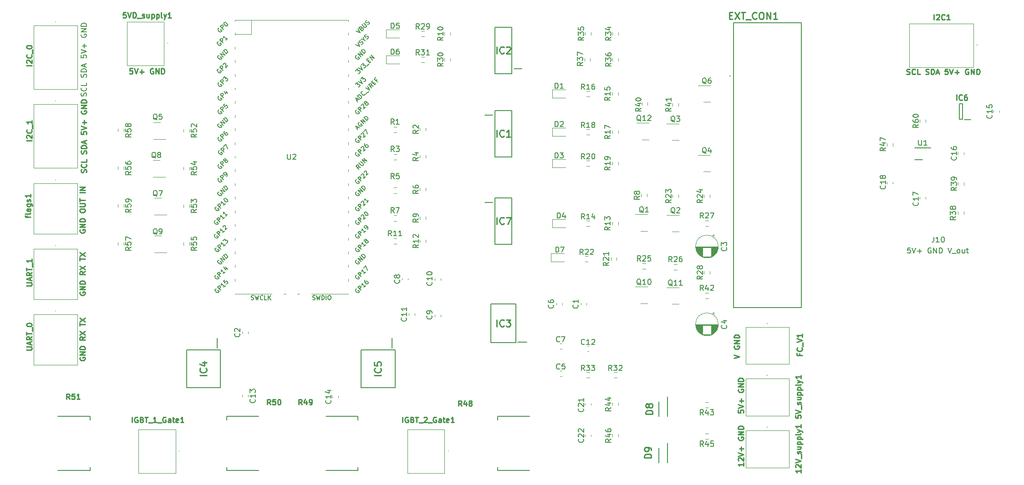
<source format=gbr>
%TF.GenerationSoftware,KiCad,Pcbnew,(6.0.7)*%
%TF.CreationDate,2022-10-24T16:08:39+01:00*%
%TF.ProjectId,controlCircuit,636f6e74-726f-46c4-9369-72637569742e,rev?*%
%TF.SameCoordinates,Original*%
%TF.FileFunction,Legend,Top*%
%TF.FilePolarity,Positive*%
%FSLAX46Y46*%
G04 Gerber Fmt 4.6, Leading zero omitted, Abs format (unit mm)*
G04 Created by KiCad (PCBNEW (6.0.7)) date 2022-10-24 16:08:39*
%MOMM*%
%LPD*%
G01*
G04 APERTURE LIST*
%ADD10C,0.150000*%
%ADD11C,0.254000*%
%ADD12C,0.250000*%
%ADD13C,0.200000*%
%ADD14C,0.120000*%
%ADD15C,0.100000*%
G04 APERTURE END LIST*
D10*
%TO.C,C1*%
X154789142Y-108116666D02*
X154836761Y-108164285D01*
X154884380Y-108307142D01*
X154884380Y-108402380D01*
X154836761Y-108545238D01*
X154741523Y-108640476D01*
X154646285Y-108688095D01*
X154455809Y-108735714D01*
X154312952Y-108735714D01*
X154122476Y-108688095D01*
X154027238Y-108640476D01*
X153932000Y-108545238D01*
X153884380Y-108402380D01*
X153884380Y-108307142D01*
X153932000Y-108164285D01*
X153979619Y-108116666D01*
X154884380Y-107164285D02*
X154884380Y-107735714D01*
X154884380Y-107450000D02*
X153884380Y-107450000D01*
X154027238Y-107545238D01*
X154122476Y-107640476D01*
X154170095Y-107735714D01*
%TO.C,Q8*%
X76358761Y-80811619D02*
X76263523Y-80764000D01*
X76168285Y-80668761D01*
X76025428Y-80525904D01*
X75930190Y-80478285D01*
X75834952Y-80478285D01*
X75882571Y-80716380D02*
X75787333Y-80668761D01*
X75692095Y-80573523D01*
X75644476Y-80383047D01*
X75644476Y-80049714D01*
X75692095Y-79859238D01*
X75787333Y-79764000D01*
X75882571Y-79716380D01*
X76073047Y-79716380D01*
X76168285Y-79764000D01*
X76263523Y-79859238D01*
X76311142Y-80049714D01*
X76311142Y-80383047D01*
X76263523Y-80573523D01*
X76168285Y-80668761D01*
X76073047Y-80716380D01*
X75882571Y-80716380D01*
X76882571Y-80144952D02*
X76787333Y-80097333D01*
X76739714Y-80049714D01*
X76692095Y-79954476D01*
X76692095Y-79906857D01*
X76739714Y-79811619D01*
X76787333Y-79764000D01*
X76882571Y-79716380D01*
X77073047Y-79716380D01*
X77168285Y-79764000D01*
X77215904Y-79811619D01*
X77263523Y-79906857D01*
X77263523Y-79954476D01*
X77215904Y-80049714D01*
X77168285Y-80097333D01*
X77073047Y-80144952D01*
X76882571Y-80144952D01*
X76787333Y-80192571D01*
X76739714Y-80240190D01*
X76692095Y-80335428D01*
X76692095Y-80525904D01*
X76739714Y-80621142D01*
X76787333Y-80668761D01*
X76882571Y-80716380D01*
X77073047Y-80716380D01*
X77168285Y-80668761D01*
X77215904Y-80621142D01*
X77263523Y-80525904D01*
X77263523Y-80335428D01*
X77215904Y-80240190D01*
X77168285Y-80192571D01*
X77073047Y-80144952D01*
%TO.C,R47*%
X212034380Y-78874857D02*
X211558190Y-79208190D01*
X212034380Y-79446285D02*
X211034380Y-79446285D01*
X211034380Y-79065333D01*
X211082000Y-78970095D01*
X211129619Y-78922476D01*
X211224857Y-78874857D01*
X211367714Y-78874857D01*
X211462952Y-78922476D01*
X211510571Y-78970095D01*
X211558190Y-79065333D01*
X211558190Y-79446285D01*
X211367714Y-78017714D02*
X212034380Y-78017714D01*
X210986761Y-78255809D02*
X211701047Y-78493904D01*
X211701047Y-77874857D01*
X211034380Y-77589142D02*
X211034380Y-76922476D01*
X212034380Y-77351047D01*
%TO.C,R20*%
X156075142Y-80970380D02*
X155741809Y-80494190D01*
X155503714Y-80970380D02*
X155503714Y-79970380D01*
X155884666Y-79970380D01*
X155979904Y-80018000D01*
X156027523Y-80065619D01*
X156075142Y-80160857D01*
X156075142Y-80303714D01*
X156027523Y-80398952D01*
X155979904Y-80446571D01*
X155884666Y-80494190D01*
X155503714Y-80494190D01*
X156456095Y-80065619D02*
X156503714Y-80018000D01*
X156598952Y-79970380D01*
X156837047Y-79970380D01*
X156932285Y-80018000D01*
X156979904Y-80065619D01*
X157027523Y-80160857D01*
X157027523Y-80256095D01*
X156979904Y-80398952D01*
X156408476Y-80970380D01*
X157027523Y-80970380D01*
X157646571Y-79970380D02*
X157741809Y-79970380D01*
X157837047Y-80018000D01*
X157884666Y-80065619D01*
X157932285Y-80160857D01*
X157979904Y-80351333D01*
X157979904Y-80589428D01*
X157932285Y-80779904D01*
X157884666Y-80875142D01*
X157837047Y-80922761D01*
X157741809Y-80970380D01*
X157646571Y-80970380D01*
X157551333Y-80922761D01*
X157503714Y-80875142D01*
X157456095Y-80779904D01*
X157408476Y-80589428D01*
X157408476Y-80351333D01*
X157456095Y-80160857D01*
X157503714Y-80065619D01*
X157551333Y-80018000D01*
X157646571Y-79970380D01*
%TO.C,R8*%
X166314380Y-87900166D02*
X165838190Y-88233500D01*
X166314380Y-88471595D02*
X165314380Y-88471595D01*
X165314380Y-88090642D01*
X165362000Y-87995404D01*
X165409619Y-87947785D01*
X165504857Y-87900166D01*
X165647714Y-87900166D01*
X165742952Y-87947785D01*
X165790571Y-87995404D01*
X165838190Y-88090642D01*
X165838190Y-88471595D01*
X165742952Y-87328738D02*
X165695333Y-87423976D01*
X165647714Y-87471595D01*
X165552476Y-87519214D01*
X165504857Y-87519214D01*
X165409619Y-87471595D01*
X165362000Y-87423976D01*
X165314380Y-87328738D01*
X165314380Y-87138261D01*
X165362000Y-87043023D01*
X165409619Y-86995404D01*
X165504857Y-86947785D01*
X165552476Y-86947785D01*
X165647714Y-86995404D01*
X165695333Y-87043023D01*
X165742952Y-87138261D01*
X165742952Y-87328738D01*
X165790571Y-87423976D01*
X165838190Y-87471595D01*
X165933428Y-87519214D01*
X166123904Y-87519214D01*
X166219142Y-87471595D01*
X166266761Y-87423976D01*
X166314380Y-87328738D01*
X166314380Y-87138261D01*
X166266761Y-87043023D01*
X166219142Y-86995404D01*
X166123904Y-86947785D01*
X165933428Y-86947785D01*
X165838190Y-86995404D01*
X165790571Y-87043023D01*
X165742952Y-87138261D01*
D11*
%TO.C,EXT_CON1*%
X183037238Y-54265285D02*
X183460571Y-54265285D01*
X183642000Y-54930523D02*
X183037238Y-54930523D01*
X183037238Y-53660523D01*
X183642000Y-53660523D01*
X184065333Y-53660523D02*
X184912000Y-54930523D01*
X184912000Y-53660523D02*
X184065333Y-54930523D01*
X185214380Y-53660523D02*
X185940095Y-53660523D01*
X185577238Y-54930523D02*
X185577238Y-53660523D01*
X186061047Y-55051476D02*
X187028666Y-55051476D01*
X188056761Y-54809571D02*
X187996285Y-54870047D01*
X187814857Y-54930523D01*
X187693904Y-54930523D01*
X187512476Y-54870047D01*
X187391523Y-54749095D01*
X187331047Y-54628142D01*
X187270571Y-54386238D01*
X187270571Y-54204809D01*
X187331047Y-53962904D01*
X187391523Y-53841952D01*
X187512476Y-53721000D01*
X187693904Y-53660523D01*
X187814857Y-53660523D01*
X187996285Y-53721000D01*
X188056761Y-53781476D01*
X188842952Y-53660523D02*
X189084857Y-53660523D01*
X189205809Y-53721000D01*
X189326761Y-53841952D01*
X189387238Y-54083857D01*
X189387238Y-54507190D01*
X189326761Y-54749095D01*
X189205809Y-54870047D01*
X189084857Y-54930523D01*
X188842952Y-54930523D01*
X188722000Y-54870047D01*
X188601047Y-54749095D01*
X188540571Y-54507190D01*
X188540571Y-54083857D01*
X188601047Y-53841952D01*
X188722000Y-53721000D01*
X188842952Y-53660523D01*
X189931523Y-54930523D02*
X189931523Y-53660523D01*
X190657238Y-54930523D01*
X190657238Y-53660523D01*
X191927238Y-54930523D02*
X191201523Y-54930523D01*
X191564380Y-54930523D02*
X191564380Y-53660523D01*
X191443428Y-53841952D01*
X191322476Y-53962904D01*
X191201523Y-54023380D01*
D12*
%TO.C,flags1*%
X52363714Y-91900095D02*
X52363714Y-91519142D01*
X53030380Y-91757238D02*
X52173238Y-91757238D01*
X52078000Y-91709619D01*
X52030380Y-91614380D01*
X52030380Y-91519142D01*
X53030380Y-91042952D02*
X52982761Y-91138190D01*
X52887523Y-91185809D01*
X52030380Y-91185809D01*
X53030380Y-90233428D02*
X52506571Y-90233428D01*
X52411333Y-90281047D01*
X52363714Y-90376285D01*
X52363714Y-90566761D01*
X52411333Y-90662000D01*
X52982761Y-90233428D02*
X53030380Y-90328666D01*
X53030380Y-90566761D01*
X52982761Y-90662000D01*
X52887523Y-90709619D01*
X52792285Y-90709619D01*
X52697047Y-90662000D01*
X52649428Y-90566761D01*
X52649428Y-90328666D01*
X52601809Y-90233428D01*
X52363714Y-89328666D02*
X53173238Y-89328666D01*
X53268476Y-89376285D01*
X53316095Y-89423904D01*
X53363714Y-89519142D01*
X53363714Y-89662000D01*
X53316095Y-89757238D01*
X52982761Y-89328666D02*
X53030380Y-89423904D01*
X53030380Y-89614380D01*
X52982761Y-89709619D01*
X52935142Y-89757238D01*
X52839904Y-89804857D01*
X52554190Y-89804857D01*
X52458952Y-89757238D01*
X52411333Y-89709619D01*
X52363714Y-89614380D01*
X52363714Y-89423904D01*
X52411333Y-89328666D01*
X52982761Y-88900095D02*
X53030380Y-88804857D01*
X53030380Y-88614380D01*
X52982761Y-88519142D01*
X52887523Y-88471523D01*
X52839904Y-88471523D01*
X52744666Y-88519142D01*
X52697047Y-88614380D01*
X52697047Y-88757238D01*
X52649428Y-88852476D01*
X52554190Y-88900095D01*
X52506571Y-88900095D01*
X52411333Y-88852476D01*
X52363714Y-88757238D01*
X52363714Y-88614380D01*
X52411333Y-88519142D01*
X53030380Y-87519142D02*
X53030380Y-88090571D01*
X53030380Y-87804857D02*
X52030380Y-87804857D01*
X52173238Y-87900095D01*
X52268476Y-87995333D01*
X52316095Y-88090571D01*
X62238000Y-94138285D02*
X62190380Y-94233523D01*
X62190380Y-94376380D01*
X62238000Y-94519238D01*
X62333238Y-94614476D01*
X62428476Y-94662095D01*
X62618952Y-94709714D01*
X62761809Y-94709714D01*
X62952285Y-94662095D01*
X63047523Y-94614476D01*
X63142761Y-94519238D01*
X63190380Y-94376380D01*
X63190380Y-94281142D01*
X63142761Y-94138285D01*
X63095142Y-94090666D01*
X62761809Y-94090666D01*
X62761809Y-94281142D01*
X63190380Y-93662095D02*
X62190380Y-93662095D01*
X63190380Y-93090666D01*
X62190380Y-93090666D01*
X63190380Y-92614476D02*
X62190380Y-92614476D01*
X62190380Y-92376380D01*
X62238000Y-92233523D01*
X62333238Y-92138285D01*
X62428476Y-92090666D01*
X62618952Y-92043047D01*
X62761809Y-92043047D01*
X62952285Y-92090666D01*
X63047523Y-92138285D01*
X63142761Y-92233523D01*
X63190380Y-92376380D01*
X63190380Y-92614476D01*
X62190380Y-90662095D02*
X62190380Y-90471619D01*
X62238000Y-90376380D01*
X62333238Y-90281142D01*
X62523714Y-90233523D01*
X62857047Y-90233523D01*
X63047523Y-90281142D01*
X63142761Y-90376380D01*
X63190380Y-90471619D01*
X63190380Y-90662095D01*
X63142761Y-90757333D01*
X63047523Y-90852571D01*
X62857047Y-90900190D01*
X62523714Y-90900190D01*
X62333238Y-90852571D01*
X62238000Y-90757333D01*
X62190380Y-90662095D01*
X62190380Y-89804952D02*
X62999904Y-89804952D01*
X63095142Y-89757333D01*
X63142761Y-89709714D01*
X63190380Y-89614476D01*
X63190380Y-89424000D01*
X63142761Y-89328761D01*
X63095142Y-89281142D01*
X62999904Y-89233523D01*
X62190380Y-89233523D01*
X62190380Y-88900190D02*
X62190380Y-88328761D01*
X63190380Y-88614476D02*
X62190380Y-88614476D01*
X63190380Y-87233523D02*
X62190380Y-87233523D01*
X63190380Y-86757333D02*
X62190380Y-86757333D01*
X63190380Y-86185904D01*
X62190380Y-86185904D01*
D10*
%TO.C,C5*%
X151471333Y-119991142D02*
X151423714Y-120038761D01*
X151280857Y-120086380D01*
X151185619Y-120086380D01*
X151042761Y-120038761D01*
X150947523Y-119943523D01*
X150899904Y-119848285D01*
X150852285Y-119657809D01*
X150852285Y-119514952D01*
X150899904Y-119324476D01*
X150947523Y-119229238D01*
X151042761Y-119134000D01*
X151185619Y-119086380D01*
X151280857Y-119086380D01*
X151423714Y-119134000D01*
X151471333Y-119181619D01*
X152376095Y-119086380D02*
X151899904Y-119086380D01*
X151852285Y-119562571D01*
X151899904Y-119514952D01*
X151995142Y-119467333D01*
X152233238Y-119467333D01*
X152328476Y-119514952D01*
X152376095Y-119562571D01*
X152423714Y-119657809D01*
X152423714Y-119895904D01*
X152376095Y-119991142D01*
X152328476Y-120038761D01*
X152233238Y-120086380D01*
X151995142Y-120086380D01*
X151899904Y-120038761D01*
X151852285Y-119991142D01*
%TO.C,D7*%
X150724404Y-98336380D02*
X150724404Y-97336380D01*
X150962500Y-97336380D01*
X151105357Y-97384000D01*
X151200595Y-97479238D01*
X151248214Y-97574476D01*
X151295833Y-97764952D01*
X151295833Y-97907809D01*
X151248214Y-98098285D01*
X151200595Y-98193523D01*
X151105357Y-98288761D01*
X150962500Y-98336380D01*
X150724404Y-98336380D01*
X151629166Y-97336380D02*
X152295833Y-97336380D01*
X151867261Y-98336380D01*
%TO.C,R31*%
X125341142Y-61602880D02*
X125007809Y-61126690D01*
X124769714Y-61602880D02*
X124769714Y-60602880D01*
X125150666Y-60602880D01*
X125245904Y-60650500D01*
X125293523Y-60698119D01*
X125341142Y-60793357D01*
X125341142Y-60936214D01*
X125293523Y-61031452D01*
X125245904Y-61079071D01*
X125150666Y-61126690D01*
X124769714Y-61126690D01*
X125674476Y-60602880D02*
X126293523Y-60602880D01*
X125960190Y-60983833D01*
X126103047Y-60983833D01*
X126198285Y-61031452D01*
X126245904Y-61079071D01*
X126293523Y-61174309D01*
X126293523Y-61412404D01*
X126245904Y-61507642D01*
X126198285Y-61555261D01*
X126103047Y-61602880D01*
X125817333Y-61602880D01*
X125722095Y-61555261D01*
X125674476Y-61507642D01*
X127245904Y-61602880D02*
X126674476Y-61602880D01*
X126960190Y-61602880D02*
X126960190Y-60602880D01*
X126864952Y-60745738D01*
X126769714Y-60840976D01*
X126674476Y-60888595D01*
%TO.C,D3*%
X150597451Y-80810380D02*
X150597451Y-79810380D01*
X150835547Y-79810380D01*
X150978404Y-79858000D01*
X151073642Y-79953238D01*
X151121261Y-80048476D01*
X151168880Y-80238952D01*
X151168880Y-80381809D01*
X151121261Y-80572285D01*
X151073642Y-80667523D01*
X150978404Y-80762761D01*
X150835547Y-80810380D01*
X150597451Y-80810380D01*
X151502213Y-79810380D02*
X152121261Y-79810380D01*
X151787927Y-80191333D01*
X151930785Y-80191333D01*
X152026023Y-80238952D01*
X152073642Y-80286571D01*
X152121261Y-80381809D01*
X152121261Y-80619904D01*
X152073642Y-80715142D01*
X152026023Y-80762761D01*
X151930785Y-80810380D01*
X151645070Y-80810380D01*
X151549832Y-80762761D01*
X151502213Y-80715142D01*
%TO.C,D2*%
X150597451Y-74968380D02*
X150597451Y-73968380D01*
X150835547Y-73968380D01*
X150978404Y-74016000D01*
X151073642Y-74111238D01*
X151121261Y-74206476D01*
X151168880Y-74396952D01*
X151168880Y-74539809D01*
X151121261Y-74730285D01*
X151073642Y-74825523D01*
X150978404Y-74920761D01*
X150835547Y-74968380D01*
X150597451Y-74968380D01*
X151549832Y-74063619D02*
X151597451Y-74016000D01*
X151692689Y-73968380D01*
X151930785Y-73968380D01*
X152026023Y-74016000D01*
X152073642Y-74063619D01*
X152121261Y-74158857D01*
X152121261Y-74254095D01*
X152073642Y-74396952D01*
X151502213Y-74968380D01*
X152121261Y-74968380D01*
%TO.C,R37*%
X155749880Y-62976357D02*
X155273690Y-63309690D01*
X155749880Y-63547785D02*
X154749880Y-63547785D01*
X154749880Y-63166833D01*
X154797500Y-63071595D01*
X154845119Y-63023976D01*
X154940357Y-62976357D01*
X155083214Y-62976357D01*
X155178452Y-63023976D01*
X155226071Y-63071595D01*
X155273690Y-63166833D01*
X155273690Y-63547785D01*
X154749880Y-62643023D02*
X154749880Y-62023976D01*
X155130833Y-62357309D01*
X155130833Y-62214452D01*
X155178452Y-62119214D01*
X155226071Y-62071595D01*
X155321309Y-62023976D01*
X155559404Y-62023976D01*
X155654642Y-62071595D01*
X155702261Y-62119214D01*
X155749880Y-62214452D01*
X155749880Y-62500166D01*
X155702261Y-62595404D01*
X155654642Y-62643023D01*
X154749880Y-61690642D02*
X154749880Y-61023976D01*
X155749880Y-61452547D01*
%TO.C,C16*%
X225147142Y-80552357D02*
X225194761Y-80599976D01*
X225242380Y-80742833D01*
X225242380Y-80838071D01*
X225194761Y-80980928D01*
X225099523Y-81076166D01*
X225004285Y-81123785D01*
X224813809Y-81171404D01*
X224670952Y-81171404D01*
X224480476Y-81123785D01*
X224385238Y-81076166D01*
X224290000Y-80980928D01*
X224242380Y-80838071D01*
X224242380Y-80742833D01*
X224290000Y-80599976D01*
X224337619Y-80552357D01*
X225242380Y-79599976D02*
X225242380Y-80171404D01*
X225242380Y-79885690D02*
X224242380Y-79885690D01*
X224385238Y-79980928D01*
X224480476Y-80076166D01*
X224528095Y-80171404D01*
X224242380Y-78742833D02*
X224242380Y-78933309D01*
X224290000Y-79028547D01*
X224337619Y-79076166D01*
X224480476Y-79171404D01*
X224670952Y-79219023D01*
X225051904Y-79219023D01*
X225147142Y-79171404D01*
X225194761Y-79123785D01*
X225242380Y-79028547D01*
X225242380Y-78838071D01*
X225194761Y-78742833D01*
X225147142Y-78695214D01*
X225051904Y-78647595D01*
X224813809Y-78647595D01*
X224718571Y-78695214D01*
X224670952Y-78742833D01*
X224623333Y-78838071D01*
X224623333Y-79028547D01*
X224670952Y-79123785D01*
X224718571Y-79171404D01*
X224813809Y-79219023D01*
D11*
%TO.C,IC1*%
X139730238Y-76838023D02*
X139730238Y-75568023D01*
X141060714Y-76717071D02*
X141000238Y-76777547D01*
X140818809Y-76838023D01*
X140697857Y-76838023D01*
X140516428Y-76777547D01*
X140395476Y-76656595D01*
X140335000Y-76535642D01*
X140274523Y-76293738D01*
X140274523Y-76112309D01*
X140335000Y-75870404D01*
X140395476Y-75749452D01*
X140516428Y-75628500D01*
X140697857Y-75568023D01*
X140818809Y-75568023D01*
X141000238Y-75628500D01*
X141060714Y-75688976D01*
X142270238Y-76838023D02*
X141544523Y-76838023D01*
X141907380Y-76838023D02*
X141907380Y-75568023D01*
X141786428Y-75749452D01*
X141665476Y-75870404D01*
X141544523Y-75930880D01*
D10*
%TO.C,C22*%
X155805142Y-133092857D02*
X155852761Y-133140476D01*
X155900380Y-133283333D01*
X155900380Y-133378571D01*
X155852761Y-133521428D01*
X155757523Y-133616666D01*
X155662285Y-133664285D01*
X155471809Y-133711904D01*
X155328952Y-133711904D01*
X155138476Y-133664285D01*
X155043238Y-133616666D01*
X154948000Y-133521428D01*
X154900380Y-133378571D01*
X154900380Y-133283333D01*
X154948000Y-133140476D01*
X154995619Y-133092857D01*
X154995619Y-132711904D02*
X154948000Y-132664285D01*
X154900380Y-132569047D01*
X154900380Y-132330952D01*
X154948000Y-132235714D01*
X154995619Y-132188095D01*
X155090857Y-132140476D01*
X155186095Y-132140476D01*
X155328952Y-132188095D01*
X155900380Y-132759523D01*
X155900380Y-132140476D01*
X154995619Y-131759523D02*
X154948000Y-131711904D01*
X154900380Y-131616666D01*
X154900380Y-131378571D01*
X154948000Y-131283333D01*
X154995619Y-131235714D01*
X155090857Y-131188095D01*
X155186095Y-131188095D01*
X155328952Y-131235714D01*
X155900380Y-131807142D01*
X155900380Y-131188095D01*
%TO.C,U1*%
X218186095Y-77430380D02*
X218186095Y-78239904D01*
X218233714Y-78335142D01*
X218281333Y-78382761D01*
X218376571Y-78430380D01*
X218567047Y-78430380D01*
X218662285Y-78382761D01*
X218709904Y-78335142D01*
X218757523Y-78239904D01*
X218757523Y-77430380D01*
X219757523Y-78430380D02*
X219186095Y-78430380D01*
X219471809Y-78430380D02*
X219471809Y-77430380D01*
X219376571Y-77573238D01*
X219281333Y-77668476D01*
X219186095Y-77716095D01*
%TO.C,R56*%
X71732380Y-83296357D02*
X71256190Y-83629690D01*
X71732380Y-83867785D02*
X70732380Y-83867785D01*
X70732380Y-83486833D01*
X70780000Y-83391595D01*
X70827619Y-83343976D01*
X70922857Y-83296357D01*
X71065714Y-83296357D01*
X71160952Y-83343976D01*
X71208571Y-83391595D01*
X71256190Y-83486833D01*
X71256190Y-83867785D01*
X70732380Y-82391595D02*
X70732380Y-82867785D01*
X71208571Y-82915404D01*
X71160952Y-82867785D01*
X71113333Y-82772547D01*
X71113333Y-82534452D01*
X71160952Y-82439214D01*
X71208571Y-82391595D01*
X71303809Y-82343976D01*
X71541904Y-82343976D01*
X71637142Y-82391595D01*
X71684761Y-82439214D01*
X71732380Y-82534452D01*
X71732380Y-82772547D01*
X71684761Y-82867785D01*
X71637142Y-82915404D01*
X70732380Y-81486833D02*
X70732380Y-81677309D01*
X70780000Y-81772547D01*
X70827619Y-81820166D01*
X70970476Y-81915404D01*
X71160952Y-81963023D01*
X71541904Y-81963023D01*
X71637142Y-81915404D01*
X71684761Y-81867785D01*
X71732380Y-81772547D01*
X71732380Y-81582071D01*
X71684761Y-81486833D01*
X71637142Y-81439214D01*
X71541904Y-81391595D01*
X71303809Y-81391595D01*
X71208571Y-81439214D01*
X71160952Y-81486833D01*
X71113333Y-81582071D01*
X71113333Y-81772547D01*
X71160952Y-81867785D01*
X71208571Y-81915404D01*
X71303809Y-81963023D01*
%TO.C,Q6*%
X178720761Y-66981619D02*
X178625523Y-66934000D01*
X178530285Y-66838761D01*
X178387428Y-66695904D01*
X178292190Y-66648285D01*
X178196952Y-66648285D01*
X178244571Y-66886380D02*
X178149333Y-66838761D01*
X178054095Y-66743523D01*
X178006476Y-66553047D01*
X178006476Y-66219714D01*
X178054095Y-66029238D01*
X178149333Y-65934000D01*
X178244571Y-65886380D01*
X178435047Y-65886380D01*
X178530285Y-65934000D01*
X178625523Y-66029238D01*
X178673142Y-66219714D01*
X178673142Y-66553047D01*
X178625523Y-66743523D01*
X178530285Y-66838761D01*
X178435047Y-66886380D01*
X178244571Y-66886380D01*
X179530285Y-65886380D02*
X179339809Y-65886380D01*
X179244571Y-65934000D01*
X179196952Y-65981619D01*
X179101714Y-66124476D01*
X179054095Y-66314952D01*
X179054095Y-66695904D01*
X179101714Y-66791142D01*
X179149333Y-66838761D01*
X179244571Y-66886380D01*
X179435047Y-66886380D01*
X179530285Y-66838761D01*
X179577904Y-66791142D01*
X179625523Y-66695904D01*
X179625523Y-66457809D01*
X179577904Y-66362571D01*
X179530285Y-66314952D01*
X179435047Y-66267333D01*
X179244571Y-66267333D01*
X179149333Y-66314952D01*
X179101714Y-66362571D01*
X179054095Y-66457809D01*
D12*
%TO.C,IGBT_1_Gate1*%
X71946095Y-129992380D02*
X71946095Y-128992380D01*
X72946095Y-129040000D02*
X72850857Y-128992380D01*
X72708000Y-128992380D01*
X72565142Y-129040000D01*
X72469904Y-129135238D01*
X72422285Y-129230476D01*
X72374666Y-129420952D01*
X72374666Y-129563809D01*
X72422285Y-129754285D01*
X72469904Y-129849523D01*
X72565142Y-129944761D01*
X72708000Y-129992380D01*
X72803238Y-129992380D01*
X72946095Y-129944761D01*
X72993714Y-129897142D01*
X72993714Y-129563809D01*
X72803238Y-129563809D01*
X73755619Y-129468571D02*
X73898476Y-129516190D01*
X73946095Y-129563809D01*
X73993714Y-129659047D01*
X73993714Y-129801904D01*
X73946095Y-129897142D01*
X73898476Y-129944761D01*
X73803238Y-129992380D01*
X73422285Y-129992380D01*
X73422285Y-128992380D01*
X73755619Y-128992380D01*
X73850857Y-129040000D01*
X73898476Y-129087619D01*
X73946095Y-129182857D01*
X73946095Y-129278095D01*
X73898476Y-129373333D01*
X73850857Y-129420952D01*
X73755619Y-129468571D01*
X73422285Y-129468571D01*
X74279428Y-128992380D02*
X74850857Y-128992380D01*
X74565142Y-129992380D02*
X74565142Y-128992380D01*
X74946095Y-130087619D02*
X75708000Y-130087619D01*
X76469904Y-129992380D02*
X75898476Y-129992380D01*
X76184190Y-129992380D02*
X76184190Y-128992380D01*
X76088952Y-129135238D01*
X75993714Y-129230476D01*
X75898476Y-129278095D01*
X76660380Y-130087619D02*
X77422285Y-130087619D01*
X78184190Y-129040000D02*
X78088952Y-128992380D01*
X77946095Y-128992380D01*
X77803238Y-129040000D01*
X77708000Y-129135238D01*
X77660380Y-129230476D01*
X77612761Y-129420952D01*
X77612761Y-129563809D01*
X77660380Y-129754285D01*
X77708000Y-129849523D01*
X77803238Y-129944761D01*
X77946095Y-129992380D01*
X78041333Y-129992380D01*
X78184190Y-129944761D01*
X78231809Y-129897142D01*
X78231809Y-129563809D01*
X78041333Y-129563809D01*
X79088952Y-129992380D02*
X79088952Y-129468571D01*
X79041333Y-129373333D01*
X78946095Y-129325714D01*
X78755619Y-129325714D01*
X78660380Y-129373333D01*
X79088952Y-129944761D02*
X78993714Y-129992380D01*
X78755619Y-129992380D01*
X78660380Y-129944761D01*
X78612761Y-129849523D01*
X78612761Y-129754285D01*
X78660380Y-129659047D01*
X78755619Y-129611428D01*
X78993714Y-129611428D01*
X79088952Y-129563809D01*
X79422285Y-129325714D02*
X79803238Y-129325714D01*
X79565142Y-128992380D02*
X79565142Y-129849523D01*
X79612761Y-129944761D01*
X79708000Y-129992380D01*
X79803238Y-129992380D01*
X80517523Y-129944761D02*
X80422285Y-129992380D01*
X80231809Y-129992380D01*
X80136571Y-129944761D01*
X80088952Y-129849523D01*
X80088952Y-129468571D01*
X80136571Y-129373333D01*
X80231809Y-129325714D01*
X80422285Y-129325714D01*
X80517523Y-129373333D01*
X80565142Y-129468571D01*
X80565142Y-129563809D01*
X80088952Y-129659047D01*
X81517523Y-129992380D02*
X80946095Y-129992380D01*
X81231809Y-129992380D02*
X81231809Y-128992380D01*
X81136571Y-129135238D01*
X81041333Y-129230476D01*
X80946095Y-129278095D01*
D10*
%TO.C,R45*%
X178173142Y-134470380D02*
X177839809Y-133994190D01*
X177601714Y-134470380D02*
X177601714Y-133470380D01*
X177982666Y-133470380D01*
X178077904Y-133518000D01*
X178125523Y-133565619D01*
X178173142Y-133660857D01*
X178173142Y-133803714D01*
X178125523Y-133898952D01*
X178077904Y-133946571D01*
X177982666Y-133994190D01*
X177601714Y-133994190D01*
X179030285Y-133803714D02*
X179030285Y-134470380D01*
X178792190Y-133422761D02*
X178554095Y-134137047D01*
X179173142Y-134137047D01*
X180030285Y-133470380D02*
X179554095Y-133470380D01*
X179506476Y-133946571D01*
X179554095Y-133898952D01*
X179649333Y-133851333D01*
X179887428Y-133851333D01*
X179982666Y-133898952D01*
X180030285Y-133946571D01*
X180077904Y-134041809D01*
X180077904Y-134279904D01*
X180030285Y-134375142D01*
X179982666Y-134422761D01*
X179887428Y-134470380D01*
X179649333Y-134470380D01*
X179554095Y-134422761D01*
X179506476Y-134375142D01*
%TO.C,R57*%
X71732380Y-97374357D02*
X71256190Y-97707690D01*
X71732380Y-97945785D02*
X70732380Y-97945785D01*
X70732380Y-97564833D01*
X70780000Y-97469595D01*
X70827619Y-97421976D01*
X70922857Y-97374357D01*
X71065714Y-97374357D01*
X71160952Y-97421976D01*
X71208571Y-97469595D01*
X71256190Y-97564833D01*
X71256190Y-97945785D01*
X70732380Y-96469595D02*
X70732380Y-96945785D01*
X71208571Y-96993404D01*
X71160952Y-96945785D01*
X71113333Y-96850547D01*
X71113333Y-96612452D01*
X71160952Y-96517214D01*
X71208571Y-96469595D01*
X71303809Y-96421976D01*
X71541904Y-96421976D01*
X71637142Y-96469595D01*
X71684761Y-96517214D01*
X71732380Y-96612452D01*
X71732380Y-96850547D01*
X71684761Y-96945785D01*
X71637142Y-96993404D01*
X70732380Y-96088642D02*
X70732380Y-95421976D01*
X71732380Y-95850547D01*
%TO.C,C6*%
X150217142Y-108116666D02*
X150264761Y-108164285D01*
X150312380Y-108307142D01*
X150312380Y-108402380D01*
X150264761Y-108545238D01*
X150169523Y-108640476D01*
X150074285Y-108688095D01*
X149883809Y-108735714D01*
X149740952Y-108735714D01*
X149550476Y-108688095D01*
X149455238Y-108640476D01*
X149360000Y-108545238D01*
X149312380Y-108402380D01*
X149312380Y-108307142D01*
X149360000Y-108164285D01*
X149407619Y-108116666D01*
X149312380Y-107259523D02*
X149312380Y-107450000D01*
X149360000Y-107545238D01*
X149407619Y-107592857D01*
X149550476Y-107688095D01*
X149740952Y-107735714D01*
X150121904Y-107735714D01*
X150217142Y-107688095D01*
X150264761Y-107640476D01*
X150312380Y-107545238D01*
X150312380Y-107354761D01*
X150264761Y-107259523D01*
X150217142Y-107211904D01*
X150121904Y-107164285D01*
X149883809Y-107164285D01*
X149788571Y-107211904D01*
X149740952Y-107259523D01*
X149693333Y-107354761D01*
X149693333Y-107545238D01*
X149740952Y-107640476D01*
X149788571Y-107688095D01*
X149883809Y-107735714D01*
D12*
%TO.C,I2C_1*%
X53284380Y-77525333D02*
X52284380Y-77525333D01*
X52379619Y-77096761D02*
X52332000Y-77049142D01*
X52284380Y-76953904D01*
X52284380Y-76715809D01*
X52332000Y-76620571D01*
X52379619Y-76572952D01*
X52474857Y-76525333D01*
X52570095Y-76525333D01*
X52712952Y-76572952D01*
X53284380Y-77144380D01*
X53284380Y-76525333D01*
X53189142Y-75525333D02*
X53236761Y-75572952D01*
X53284380Y-75715809D01*
X53284380Y-75811047D01*
X53236761Y-75953904D01*
X53141523Y-76049142D01*
X53046285Y-76096761D01*
X52855809Y-76144380D01*
X52712952Y-76144380D01*
X52522476Y-76096761D01*
X52427238Y-76049142D01*
X52332000Y-75953904D01*
X52284380Y-75811047D01*
X52284380Y-75715809D01*
X52332000Y-75572952D01*
X52379619Y-75525333D01*
X53379619Y-75334857D02*
X53379619Y-74572952D01*
X53284380Y-73811047D02*
X53284380Y-74382476D01*
X53284380Y-74096761D02*
X52284380Y-74096761D01*
X52427238Y-74192000D01*
X52522476Y-74287238D01*
X52570095Y-74382476D01*
X63396761Y-83493714D02*
X63444380Y-83350857D01*
X63444380Y-83112761D01*
X63396761Y-83017523D01*
X63349142Y-82969904D01*
X63253904Y-82922285D01*
X63158666Y-82922285D01*
X63063428Y-82969904D01*
X63015809Y-83017523D01*
X62968190Y-83112761D01*
X62920571Y-83303238D01*
X62872952Y-83398476D01*
X62825333Y-83446095D01*
X62730095Y-83493714D01*
X62634857Y-83493714D01*
X62539619Y-83446095D01*
X62492000Y-83398476D01*
X62444380Y-83303238D01*
X62444380Y-83065142D01*
X62492000Y-82922285D01*
X63349142Y-81922285D02*
X63396761Y-81969904D01*
X63444380Y-82112761D01*
X63444380Y-82208000D01*
X63396761Y-82350857D01*
X63301523Y-82446095D01*
X63206285Y-82493714D01*
X63015809Y-82541333D01*
X62872952Y-82541333D01*
X62682476Y-82493714D01*
X62587238Y-82446095D01*
X62492000Y-82350857D01*
X62444380Y-82208000D01*
X62444380Y-82112761D01*
X62492000Y-81969904D01*
X62539619Y-81922285D01*
X63444380Y-81017523D02*
X63444380Y-81493714D01*
X62444380Y-81493714D01*
X63396761Y-79969904D02*
X63444380Y-79827047D01*
X63444380Y-79588952D01*
X63396761Y-79493714D01*
X63349142Y-79446095D01*
X63253904Y-79398476D01*
X63158666Y-79398476D01*
X63063428Y-79446095D01*
X63015809Y-79493714D01*
X62968190Y-79588952D01*
X62920571Y-79779428D01*
X62872952Y-79874666D01*
X62825333Y-79922285D01*
X62730095Y-79969904D01*
X62634857Y-79969904D01*
X62539619Y-79922285D01*
X62492000Y-79874666D01*
X62444380Y-79779428D01*
X62444380Y-79541333D01*
X62492000Y-79398476D01*
X63444380Y-78969904D02*
X62444380Y-78969904D01*
X62444380Y-78731809D01*
X62492000Y-78588952D01*
X62587238Y-78493714D01*
X62682476Y-78446095D01*
X62872952Y-78398476D01*
X63015809Y-78398476D01*
X63206285Y-78446095D01*
X63301523Y-78493714D01*
X63396761Y-78588952D01*
X63444380Y-78731809D01*
X63444380Y-78969904D01*
X63158666Y-78017523D02*
X63158666Y-77541333D01*
X63444380Y-78112761D02*
X62444380Y-77779428D01*
X63444380Y-77446095D01*
X62444380Y-75874666D02*
X62444380Y-76350857D01*
X62920571Y-76398476D01*
X62872952Y-76350857D01*
X62825333Y-76255619D01*
X62825333Y-76017523D01*
X62872952Y-75922285D01*
X62920571Y-75874666D01*
X63015809Y-75827047D01*
X63253904Y-75827047D01*
X63349142Y-75874666D01*
X63396761Y-75922285D01*
X63444380Y-76017523D01*
X63444380Y-76255619D01*
X63396761Y-76350857D01*
X63349142Y-76398476D01*
X62444380Y-75541333D02*
X63444380Y-75208000D01*
X62444380Y-74874666D01*
X63063428Y-74541333D02*
X63063428Y-73779428D01*
X63444380Y-74160380D02*
X62682476Y-74160380D01*
X62492000Y-72017523D02*
X62444380Y-72112761D01*
X62444380Y-72255619D01*
X62492000Y-72398476D01*
X62587238Y-72493714D01*
X62682476Y-72541333D01*
X62872952Y-72588952D01*
X63015809Y-72588952D01*
X63206285Y-72541333D01*
X63301523Y-72493714D01*
X63396761Y-72398476D01*
X63444380Y-72255619D01*
X63444380Y-72160380D01*
X63396761Y-72017523D01*
X63349142Y-71969904D01*
X63015809Y-71969904D01*
X63015809Y-72160380D01*
X63444380Y-71541333D02*
X62444380Y-71541333D01*
X63444380Y-70969904D01*
X62444380Y-70969904D01*
X63444380Y-70493714D02*
X62444380Y-70493714D01*
X62444380Y-70255619D01*
X62492000Y-70112761D01*
X62587238Y-70017523D01*
X62682476Y-69969904D01*
X62872952Y-69922285D01*
X63015809Y-69922285D01*
X63206285Y-69969904D01*
X63301523Y-70017523D01*
X63396761Y-70112761D01*
X63444380Y-70255619D01*
X63444380Y-70493714D01*
%TO.C,I2C1*%
X221051619Y-55062380D02*
X221051619Y-54062380D01*
X221480190Y-54157619D02*
X221527809Y-54110000D01*
X221623047Y-54062380D01*
X221861142Y-54062380D01*
X221956380Y-54110000D01*
X222004000Y-54157619D01*
X222051619Y-54252857D01*
X222051619Y-54348095D01*
X222004000Y-54490952D01*
X221432571Y-55062380D01*
X222051619Y-55062380D01*
X223051619Y-54967142D02*
X223004000Y-55014761D01*
X222861142Y-55062380D01*
X222765904Y-55062380D01*
X222623047Y-55014761D01*
X222527809Y-54919523D01*
X222480190Y-54824285D01*
X222432571Y-54633809D01*
X222432571Y-54490952D01*
X222480190Y-54300476D01*
X222527809Y-54205238D01*
X222623047Y-54110000D01*
X222765904Y-54062380D01*
X222861142Y-54062380D01*
X223004000Y-54110000D01*
X223051619Y-54157619D01*
X224004000Y-55062380D02*
X223432571Y-55062380D01*
X223718285Y-55062380D02*
X223718285Y-54062380D01*
X223623047Y-54205238D01*
X223527809Y-54300476D01*
X223432571Y-54348095D01*
X215972285Y-65174761D02*
X216115142Y-65222380D01*
X216353238Y-65222380D01*
X216448476Y-65174761D01*
X216496095Y-65127142D01*
X216543714Y-65031904D01*
X216543714Y-64936666D01*
X216496095Y-64841428D01*
X216448476Y-64793809D01*
X216353238Y-64746190D01*
X216162761Y-64698571D01*
X216067523Y-64650952D01*
X216019904Y-64603333D01*
X215972285Y-64508095D01*
X215972285Y-64412857D01*
X216019904Y-64317619D01*
X216067523Y-64270000D01*
X216162761Y-64222380D01*
X216400857Y-64222380D01*
X216543714Y-64270000D01*
X217543714Y-65127142D02*
X217496095Y-65174761D01*
X217353238Y-65222380D01*
X217258000Y-65222380D01*
X217115142Y-65174761D01*
X217019904Y-65079523D01*
X216972285Y-64984285D01*
X216924666Y-64793809D01*
X216924666Y-64650952D01*
X216972285Y-64460476D01*
X217019904Y-64365238D01*
X217115142Y-64270000D01*
X217258000Y-64222380D01*
X217353238Y-64222380D01*
X217496095Y-64270000D01*
X217543714Y-64317619D01*
X218448476Y-65222380D02*
X217972285Y-65222380D01*
X217972285Y-64222380D01*
X219496095Y-65174761D02*
X219638952Y-65222380D01*
X219877047Y-65222380D01*
X219972285Y-65174761D01*
X220019904Y-65127142D01*
X220067523Y-65031904D01*
X220067523Y-64936666D01*
X220019904Y-64841428D01*
X219972285Y-64793809D01*
X219877047Y-64746190D01*
X219686571Y-64698571D01*
X219591333Y-64650952D01*
X219543714Y-64603333D01*
X219496095Y-64508095D01*
X219496095Y-64412857D01*
X219543714Y-64317619D01*
X219591333Y-64270000D01*
X219686571Y-64222380D01*
X219924666Y-64222380D01*
X220067523Y-64270000D01*
X220496095Y-65222380D02*
X220496095Y-64222380D01*
X220734190Y-64222380D01*
X220877047Y-64270000D01*
X220972285Y-64365238D01*
X221019904Y-64460476D01*
X221067523Y-64650952D01*
X221067523Y-64793809D01*
X221019904Y-64984285D01*
X220972285Y-65079523D01*
X220877047Y-65174761D01*
X220734190Y-65222380D01*
X220496095Y-65222380D01*
X221448476Y-64936666D02*
X221924666Y-64936666D01*
X221353238Y-65222380D02*
X221686571Y-64222380D01*
X222019904Y-65222380D01*
X223591333Y-64222380D02*
X223115142Y-64222380D01*
X223067523Y-64698571D01*
X223115142Y-64650952D01*
X223210380Y-64603333D01*
X223448476Y-64603333D01*
X223543714Y-64650952D01*
X223591333Y-64698571D01*
X223638952Y-64793809D01*
X223638952Y-65031904D01*
X223591333Y-65127142D01*
X223543714Y-65174761D01*
X223448476Y-65222380D01*
X223210380Y-65222380D01*
X223115142Y-65174761D01*
X223067523Y-65127142D01*
X223924666Y-64222380D02*
X224258000Y-65222380D01*
X224591333Y-64222380D01*
X224924666Y-64841428D02*
X225686571Y-64841428D01*
X225305619Y-65222380D02*
X225305619Y-64460476D01*
X227448476Y-64270000D02*
X227353238Y-64222380D01*
X227210380Y-64222380D01*
X227067523Y-64270000D01*
X226972285Y-64365238D01*
X226924666Y-64460476D01*
X226877047Y-64650952D01*
X226877047Y-64793809D01*
X226924666Y-64984285D01*
X226972285Y-65079523D01*
X227067523Y-65174761D01*
X227210380Y-65222380D01*
X227305619Y-65222380D01*
X227448476Y-65174761D01*
X227496095Y-65127142D01*
X227496095Y-64793809D01*
X227305619Y-64793809D01*
X227924666Y-65222380D02*
X227924666Y-64222380D01*
X228496095Y-65222380D01*
X228496095Y-64222380D01*
X228972285Y-65222380D02*
X228972285Y-64222380D01*
X229210380Y-64222380D01*
X229353238Y-64270000D01*
X229448476Y-64365238D01*
X229496095Y-64460476D01*
X229543714Y-64650952D01*
X229543714Y-64793809D01*
X229496095Y-64984285D01*
X229448476Y-65079523D01*
X229353238Y-65174761D01*
X229210380Y-65222380D01*
X228972285Y-65222380D01*
D10*
%TO.C,R58*%
X71732380Y-76290357D02*
X71256190Y-76623690D01*
X71732380Y-76861785D02*
X70732380Y-76861785D01*
X70732380Y-76480833D01*
X70780000Y-76385595D01*
X70827619Y-76337976D01*
X70922857Y-76290357D01*
X71065714Y-76290357D01*
X71160952Y-76337976D01*
X71208571Y-76385595D01*
X71256190Y-76480833D01*
X71256190Y-76861785D01*
X70732380Y-75385595D02*
X70732380Y-75861785D01*
X71208571Y-75909404D01*
X71160952Y-75861785D01*
X71113333Y-75766547D01*
X71113333Y-75528452D01*
X71160952Y-75433214D01*
X71208571Y-75385595D01*
X71303809Y-75337976D01*
X71541904Y-75337976D01*
X71637142Y-75385595D01*
X71684761Y-75433214D01*
X71732380Y-75528452D01*
X71732380Y-75766547D01*
X71684761Y-75861785D01*
X71637142Y-75909404D01*
X71160952Y-74766547D02*
X71113333Y-74861785D01*
X71065714Y-74909404D01*
X70970476Y-74957023D01*
X70922857Y-74957023D01*
X70827619Y-74909404D01*
X70780000Y-74861785D01*
X70732380Y-74766547D01*
X70732380Y-74576071D01*
X70780000Y-74480833D01*
X70827619Y-74433214D01*
X70922857Y-74385595D01*
X70970476Y-74385595D01*
X71065714Y-74433214D01*
X71113333Y-74480833D01*
X71160952Y-74576071D01*
X71160952Y-74766547D01*
X71208571Y-74861785D01*
X71256190Y-74909404D01*
X71351428Y-74957023D01*
X71541904Y-74957023D01*
X71637142Y-74909404D01*
X71684761Y-74861785D01*
X71732380Y-74766547D01*
X71732380Y-74576071D01*
X71684761Y-74480833D01*
X71637142Y-74433214D01*
X71541904Y-74385595D01*
X71351428Y-74385595D01*
X71256190Y-74433214D01*
X71208571Y-74480833D01*
X71160952Y-74576071D01*
%TO.C,R53*%
X83924380Y-90346857D02*
X83448190Y-90680190D01*
X83924380Y-90918285D02*
X82924380Y-90918285D01*
X82924380Y-90537333D01*
X82972000Y-90442095D01*
X83019619Y-90394476D01*
X83114857Y-90346857D01*
X83257714Y-90346857D01*
X83352952Y-90394476D01*
X83400571Y-90442095D01*
X83448190Y-90537333D01*
X83448190Y-90918285D01*
X82924380Y-89442095D02*
X82924380Y-89918285D01*
X83400571Y-89965904D01*
X83352952Y-89918285D01*
X83305333Y-89823047D01*
X83305333Y-89584952D01*
X83352952Y-89489714D01*
X83400571Y-89442095D01*
X83495809Y-89394476D01*
X83733904Y-89394476D01*
X83829142Y-89442095D01*
X83876761Y-89489714D01*
X83924380Y-89584952D01*
X83924380Y-89823047D01*
X83876761Y-89918285D01*
X83829142Y-89965904D01*
X82924380Y-89061142D02*
X82924380Y-88442095D01*
X83305333Y-88775428D01*
X83305333Y-88632571D01*
X83352952Y-88537333D01*
X83400571Y-88489714D01*
X83495809Y-88442095D01*
X83733904Y-88442095D01*
X83829142Y-88489714D01*
X83876761Y-88537333D01*
X83924380Y-88632571D01*
X83924380Y-88918285D01*
X83876761Y-89013523D01*
X83829142Y-89061142D01*
D11*
%TO.C,D9*%
X168468523Y-136573380D02*
X167198523Y-136573380D01*
X167198523Y-136271000D01*
X167259000Y-136089571D01*
X167379952Y-135968619D01*
X167500904Y-135908142D01*
X167742809Y-135847666D01*
X167924238Y-135847666D01*
X168166142Y-135908142D01*
X168287095Y-135968619D01*
X168408047Y-136089571D01*
X168468523Y-136271000D01*
X168468523Y-136573380D01*
X168468523Y-135242904D02*
X168468523Y-135001000D01*
X168408047Y-134880047D01*
X168347571Y-134819571D01*
X168166142Y-134698619D01*
X167924238Y-134638142D01*
X167440428Y-134638142D01*
X167319476Y-134698619D01*
X167259000Y-134759095D01*
X167198523Y-134880047D01*
X167198523Y-135121952D01*
X167259000Y-135242904D01*
X167319476Y-135303380D01*
X167440428Y-135363857D01*
X167742809Y-135363857D01*
X167863761Y-135303380D01*
X167924238Y-135242904D01*
X167984714Y-135121952D01*
X167984714Y-134880047D01*
X167924238Y-134759095D01*
X167863761Y-134698619D01*
X167742809Y-134638142D01*
D10*
%TO.C,Q9*%
X76612761Y-95035619D02*
X76517523Y-94988000D01*
X76422285Y-94892761D01*
X76279428Y-94749904D01*
X76184190Y-94702285D01*
X76088952Y-94702285D01*
X76136571Y-94940380D02*
X76041333Y-94892761D01*
X75946095Y-94797523D01*
X75898476Y-94607047D01*
X75898476Y-94273714D01*
X75946095Y-94083238D01*
X76041333Y-93988000D01*
X76136571Y-93940380D01*
X76327047Y-93940380D01*
X76422285Y-93988000D01*
X76517523Y-94083238D01*
X76565142Y-94273714D01*
X76565142Y-94607047D01*
X76517523Y-94797523D01*
X76422285Y-94892761D01*
X76327047Y-94940380D01*
X76136571Y-94940380D01*
X77041333Y-94940380D02*
X77231809Y-94940380D01*
X77327047Y-94892761D01*
X77374666Y-94845142D01*
X77469904Y-94702285D01*
X77517523Y-94511809D01*
X77517523Y-94130857D01*
X77469904Y-94035619D01*
X77422285Y-93988000D01*
X77327047Y-93940380D01*
X77136571Y-93940380D01*
X77041333Y-93988000D01*
X76993714Y-94035619D01*
X76946095Y-94130857D01*
X76946095Y-94368952D01*
X76993714Y-94464190D01*
X77041333Y-94511809D01*
X77136571Y-94559428D01*
X77327047Y-94559428D01*
X77422285Y-94511809D01*
X77469904Y-94464190D01*
X77517523Y-94368952D01*
%TO.C,R27*%
X178173142Y-91986380D02*
X177839809Y-91510190D01*
X177601714Y-91986380D02*
X177601714Y-90986380D01*
X177982666Y-90986380D01*
X178077904Y-91034000D01*
X178125523Y-91081619D01*
X178173142Y-91176857D01*
X178173142Y-91319714D01*
X178125523Y-91414952D01*
X178077904Y-91462571D01*
X177982666Y-91510190D01*
X177601714Y-91510190D01*
X178554095Y-91081619D02*
X178601714Y-91034000D01*
X178696952Y-90986380D01*
X178935047Y-90986380D01*
X179030285Y-91034000D01*
X179077904Y-91081619D01*
X179125523Y-91176857D01*
X179125523Y-91272095D01*
X179077904Y-91414952D01*
X178506476Y-91986380D01*
X179125523Y-91986380D01*
X179458857Y-90986380D02*
X180125523Y-90986380D01*
X179696952Y-91986380D01*
%TO.C,C7*%
X151471333Y-114911142D02*
X151423714Y-114958761D01*
X151280857Y-115006380D01*
X151185619Y-115006380D01*
X151042761Y-114958761D01*
X150947523Y-114863523D01*
X150899904Y-114768285D01*
X150852285Y-114577809D01*
X150852285Y-114434952D01*
X150899904Y-114244476D01*
X150947523Y-114149238D01*
X151042761Y-114054000D01*
X151185619Y-114006380D01*
X151280857Y-114006380D01*
X151423714Y-114054000D01*
X151471333Y-114101619D01*
X151804666Y-114006380D02*
X152471333Y-114006380D01*
X152042761Y-115006380D01*
%TO.C,D6*%
X120107404Y-61506380D02*
X120107404Y-60506380D01*
X120345500Y-60506380D01*
X120488357Y-60554000D01*
X120583595Y-60649238D01*
X120631214Y-60744476D01*
X120678833Y-60934952D01*
X120678833Y-61077809D01*
X120631214Y-61268285D01*
X120583595Y-61363523D01*
X120488357Y-61458761D01*
X120345500Y-61506380D01*
X120107404Y-61506380D01*
X121535976Y-60506380D02*
X121345500Y-60506380D01*
X121250261Y-60554000D01*
X121202642Y-60601619D01*
X121107404Y-60744476D01*
X121059785Y-60934952D01*
X121059785Y-61315904D01*
X121107404Y-61411142D01*
X121155023Y-61458761D01*
X121250261Y-61506380D01*
X121440738Y-61506380D01*
X121535976Y-61458761D01*
X121583595Y-61411142D01*
X121631214Y-61315904D01*
X121631214Y-61077809D01*
X121583595Y-60982571D01*
X121535976Y-60934952D01*
X121440738Y-60887333D01*
X121250261Y-60887333D01*
X121155023Y-60934952D01*
X121107404Y-60982571D01*
X121059785Y-61077809D01*
D12*
%TO.C,I2C_0*%
X53284380Y-63555333D02*
X52284380Y-63555333D01*
X52379619Y-63126761D02*
X52332000Y-63079142D01*
X52284380Y-62983904D01*
X52284380Y-62745809D01*
X52332000Y-62650571D01*
X52379619Y-62602952D01*
X52474857Y-62555333D01*
X52570095Y-62555333D01*
X52712952Y-62602952D01*
X53284380Y-63174380D01*
X53284380Y-62555333D01*
X53189142Y-61555333D02*
X53236761Y-61602952D01*
X53284380Y-61745809D01*
X53284380Y-61841047D01*
X53236761Y-61983904D01*
X53141523Y-62079142D01*
X53046285Y-62126761D01*
X52855809Y-62174380D01*
X52712952Y-62174380D01*
X52522476Y-62126761D01*
X52427238Y-62079142D01*
X52332000Y-61983904D01*
X52284380Y-61841047D01*
X52284380Y-61745809D01*
X52332000Y-61602952D01*
X52379619Y-61555333D01*
X53379619Y-61364857D02*
X53379619Y-60602952D01*
X52284380Y-60174380D02*
X52284380Y-60079142D01*
X52332000Y-59983904D01*
X52379619Y-59936285D01*
X52474857Y-59888666D01*
X52665333Y-59841047D01*
X52903428Y-59841047D01*
X53093904Y-59888666D01*
X53189142Y-59936285D01*
X53236761Y-59983904D01*
X53284380Y-60079142D01*
X53284380Y-60174380D01*
X53236761Y-60269619D01*
X53189142Y-60317238D01*
X53093904Y-60364857D01*
X52903428Y-60412476D01*
X52665333Y-60412476D01*
X52474857Y-60364857D01*
X52379619Y-60317238D01*
X52332000Y-60269619D01*
X52284380Y-60174380D01*
D13*
X63396761Y-69269714D02*
X63444380Y-69126857D01*
X63444380Y-68888761D01*
X63396761Y-68793523D01*
X63349142Y-68745904D01*
X63253904Y-68698285D01*
X63158666Y-68698285D01*
X63063428Y-68745904D01*
X63015809Y-68793523D01*
X62968190Y-68888761D01*
X62920571Y-69079238D01*
X62872952Y-69174476D01*
X62825333Y-69222095D01*
X62730095Y-69269714D01*
X62634857Y-69269714D01*
X62539619Y-69222095D01*
X62492000Y-69174476D01*
X62444380Y-69079238D01*
X62444380Y-68841142D01*
X62492000Y-68698285D01*
X63349142Y-67698285D02*
X63396761Y-67745904D01*
X63444380Y-67888761D01*
X63444380Y-67984000D01*
X63396761Y-68126857D01*
X63301523Y-68222095D01*
X63206285Y-68269714D01*
X63015809Y-68317333D01*
X62872952Y-68317333D01*
X62682476Y-68269714D01*
X62587238Y-68222095D01*
X62492000Y-68126857D01*
X62444380Y-67984000D01*
X62444380Y-67888761D01*
X62492000Y-67745904D01*
X62539619Y-67698285D01*
X63444380Y-66793523D02*
X63444380Y-67269714D01*
X62444380Y-67269714D01*
X63396761Y-65745904D02*
X63444380Y-65603047D01*
X63444380Y-65364952D01*
X63396761Y-65269714D01*
X63349142Y-65222095D01*
X63253904Y-65174476D01*
X63158666Y-65174476D01*
X63063428Y-65222095D01*
X63015809Y-65269714D01*
X62968190Y-65364952D01*
X62920571Y-65555428D01*
X62872952Y-65650666D01*
X62825333Y-65698285D01*
X62730095Y-65745904D01*
X62634857Y-65745904D01*
X62539619Y-65698285D01*
X62492000Y-65650666D01*
X62444380Y-65555428D01*
X62444380Y-65317333D01*
X62492000Y-65174476D01*
X63444380Y-64745904D02*
X62444380Y-64745904D01*
X62444380Y-64507809D01*
X62492000Y-64364952D01*
X62587238Y-64269714D01*
X62682476Y-64222095D01*
X62872952Y-64174476D01*
X63015809Y-64174476D01*
X63206285Y-64222095D01*
X63301523Y-64269714D01*
X63396761Y-64364952D01*
X63444380Y-64507809D01*
X63444380Y-64745904D01*
X63158666Y-63793523D02*
X63158666Y-63317333D01*
X63444380Y-63888761D02*
X62444380Y-63555428D01*
X63444380Y-63222095D01*
X62444380Y-61650666D02*
X62444380Y-62126857D01*
X62920571Y-62174476D01*
X62872952Y-62126857D01*
X62825333Y-62031619D01*
X62825333Y-61793523D01*
X62872952Y-61698285D01*
X62920571Y-61650666D01*
X63015809Y-61603047D01*
X63253904Y-61603047D01*
X63349142Y-61650666D01*
X63396761Y-61698285D01*
X63444380Y-61793523D01*
X63444380Y-62031619D01*
X63396761Y-62126857D01*
X63349142Y-62174476D01*
X62444380Y-61317333D02*
X63444380Y-60984000D01*
X62444380Y-60650666D01*
X63063428Y-60317333D02*
X63063428Y-59555428D01*
X63444380Y-59936380D02*
X62682476Y-59936380D01*
X62492000Y-57793523D02*
X62444380Y-57888761D01*
X62444380Y-58031619D01*
X62492000Y-58174476D01*
X62587238Y-58269714D01*
X62682476Y-58317333D01*
X62872952Y-58364952D01*
X63015809Y-58364952D01*
X63206285Y-58317333D01*
X63301523Y-58269714D01*
X63396761Y-58174476D01*
X63444380Y-58031619D01*
X63444380Y-57936380D01*
X63396761Y-57793523D01*
X63349142Y-57745904D01*
X63015809Y-57745904D01*
X63015809Y-57936380D01*
X63444380Y-57317333D02*
X62444380Y-57317333D01*
X63444380Y-56745904D01*
X62444380Y-56745904D01*
X63444380Y-56269714D02*
X62444380Y-56269714D01*
X62444380Y-56031619D01*
X62492000Y-55888761D01*
X62587238Y-55793523D01*
X62682476Y-55745904D01*
X62872952Y-55698285D01*
X63015809Y-55698285D01*
X63206285Y-55745904D01*
X63301523Y-55793523D01*
X63396761Y-55888761D01*
X63444380Y-56031619D01*
X63444380Y-56269714D01*
D12*
%TO.C,IGBT_2_Gate1*%
X122238095Y-129992380D02*
X122238095Y-128992380D01*
X123238095Y-129040000D02*
X123142857Y-128992380D01*
X123000000Y-128992380D01*
X122857142Y-129040000D01*
X122761904Y-129135238D01*
X122714285Y-129230476D01*
X122666666Y-129420952D01*
X122666666Y-129563809D01*
X122714285Y-129754285D01*
X122761904Y-129849523D01*
X122857142Y-129944761D01*
X123000000Y-129992380D01*
X123095238Y-129992380D01*
X123238095Y-129944761D01*
X123285714Y-129897142D01*
X123285714Y-129563809D01*
X123095238Y-129563809D01*
X124047619Y-129468571D02*
X124190476Y-129516190D01*
X124238095Y-129563809D01*
X124285714Y-129659047D01*
X124285714Y-129801904D01*
X124238095Y-129897142D01*
X124190476Y-129944761D01*
X124095238Y-129992380D01*
X123714285Y-129992380D01*
X123714285Y-128992380D01*
X124047619Y-128992380D01*
X124142857Y-129040000D01*
X124190476Y-129087619D01*
X124238095Y-129182857D01*
X124238095Y-129278095D01*
X124190476Y-129373333D01*
X124142857Y-129420952D01*
X124047619Y-129468571D01*
X123714285Y-129468571D01*
X124571428Y-128992380D02*
X125142857Y-128992380D01*
X124857142Y-129992380D02*
X124857142Y-128992380D01*
X125238095Y-130087619D02*
X126000000Y-130087619D01*
X126190476Y-129087619D02*
X126238095Y-129040000D01*
X126333333Y-128992380D01*
X126571428Y-128992380D01*
X126666666Y-129040000D01*
X126714285Y-129087619D01*
X126761904Y-129182857D01*
X126761904Y-129278095D01*
X126714285Y-129420952D01*
X126142857Y-129992380D01*
X126761904Y-129992380D01*
X126952380Y-130087619D02*
X127714285Y-130087619D01*
X128476190Y-129040000D02*
X128380952Y-128992380D01*
X128238095Y-128992380D01*
X128095238Y-129040000D01*
X128000000Y-129135238D01*
X127952380Y-129230476D01*
X127904761Y-129420952D01*
X127904761Y-129563809D01*
X127952380Y-129754285D01*
X128000000Y-129849523D01*
X128095238Y-129944761D01*
X128238095Y-129992380D01*
X128333333Y-129992380D01*
X128476190Y-129944761D01*
X128523809Y-129897142D01*
X128523809Y-129563809D01*
X128333333Y-129563809D01*
X129380952Y-129992380D02*
X129380952Y-129468571D01*
X129333333Y-129373333D01*
X129238095Y-129325714D01*
X129047619Y-129325714D01*
X128952380Y-129373333D01*
X129380952Y-129944761D02*
X129285714Y-129992380D01*
X129047619Y-129992380D01*
X128952380Y-129944761D01*
X128904761Y-129849523D01*
X128904761Y-129754285D01*
X128952380Y-129659047D01*
X129047619Y-129611428D01*
X129285714Y-129611428D01*
X129380952Y-129563809D01*
X129714285Y-129325714D02*
X130095238Y-129325714D01*
X129857142Y-128992380D02*
X129857142Y-129849523D01*
X129904761Y-129944761D01*
X130000000Y-129992380D01*
X130095238Y-129992380D01*
X130809523Y-129944761D02*
X130714285Y-129992380D01*
X130523809Y-129992380D01*
X130428571Y-129944761D01*
X130380952Y-129849523D01*
X130380952Y-129468571D01*
X130428571Y-129373333D01*
X130523809Y-129325714D01*
X130714285Y-129325714D01*
X130809523Y-129373333D01*
X130857142Y-129468571D01*
X130857142Y-129563809D01*
X130380952Y-129659047D01*
X131809523Y-129992380D02*
X131238095Y-129992380D01*
X131523809Y-129992380D02*
X131523809Y-128992380D01*
X131428571Y-129135238D01*
X131333333Y-129230476D01*
X131238095Y-129278095D01*
D10*
%TO.C,R36*%
X160980380Y-63126857D02*
X160504190Y-63460190D01*
X160980380Y-63698285D02*
X159980380Y-63698285D01*
X159980380Y-63317333D01*
X160028000Y-63222095D01*
X160075619Y-63174476D01*
X160170857Y-63126857D01*
X160313714Y-63126857D01*
X160408952Y-63174476D01*
X160456571Y-63222095D01*
X160504190Y-63317333D01*
X160504190Y-63698285D01*
X159980380Y-62793523D02*
X159980380Y-62174476D01*
X160361333Y-62507809D01*
X160361333Y-62364952D01*
X160408952Y-62269714D01*
X160456571Y-62222095D01*
X160551809Y-62174476D01*
X160789904Y-62174476D01*
X160885142Y-62222095D01*
X160932761Y-62269714D01*
X160980380Y-62364952D01*
X160980380Y-62650666D01*
X160932761Y-62745904D01*
X160885142Y-62793523D01*
X159980380Y-61317333D02*
X159980380Y-61507809D01*
X160028000Y-61603047D01*
X160075619Y-61650666D01*
X160218476Y-61745904D01*
X160408952Y-61793523D01*
X160789904Y-61793523D01*
X160885142Y-61745904D01*
X160932761Y-61698285D01*
X160980380Y-61603047D01*
X160980380Y-61412571D01*
X160932761Y-61317333D01*
X160885142Y-61269714D01*
X160789904Y-61222095D01*
X160551809Y-61222095D01*
X160456571Y-61269714D01*
X160408952Y-61317333D01*
X160361333Y-61412571D01*
X160361333Y-61603047D01*
X160408952Y-61698285D01*
X160456571Y-61745904D01*
X160551809Y-61793523D01*
%TO.C,R6*%
X125166380Y-86780666D02*
X124690190Y-87114000D01*
X125166380Y-87352095D02*
X124166380Y-87352095D01*
X124166380Y-86971142D01*
X124214000Y-86875904D01*
X124261619Y-86828285D01*
X124356857Y-86780666D01*
X124499714Y-86780666D01*
X124594952Y-86828285D01*
X124642571Y-86875904D01*
X124690190Y-86971142D01*
X124690190Y-87352095D01*
X124166380Y-85923523D02*
X124166380Y-86114000D01*
X124214000Y-86209238D01*
X124261619Y-86256857D01*
X124404476Y-86352095D01*
X124594952Y-86399714D01*
X124975904Y-86399714D01*
X125071142Y-86352095D01*
X125118761Y-86304476D01*
X125166380Y-86209238D01*
X125166380Y-86018761D01*
X125118761Y-85923523D01*
X125071142Y-85875904D01*
X124975904Y-85828285D01*
X124737809Y-85828285D01*
X124642571Y-85875904D01*
X124594952Y-85923523D01*
X124547333Y-86018761D01*
X124547333Y-86209238D01*
X124594952Y-86304476D01*
X124642571Y-86352095D01*
X124737809Y-86399714D01*
%TO.C,C21*%
X155805142Y-127397124D02*
X155852761Y-127444743D01*
X155900380Y-127587600D01*
X155900380Y-127682838D01*
X155852761Y-127825695D01*
X155757523Y-127920933D01*
X155662285Y-127968552D01*
X155471809Y-128016171D01*
X155328952Y-128016171D01*
X155138476Y-127968552D01*
X155043238Y-127920933D01*
X154948000Y-127825695D01*
X154900380Y-127682838D01*
X154900380Y-127587600D01*
X154948000Y-127444743D01*
X154995619Y-127397124D01*
X154995619Y-127016171D02*
X154948000Y-126968552D01*
X154900380Y-126873314D01*
X154900380Y-126635219D01*
X154948000Y-126539981D01*
X154995619Y-126492362D01*
X155090857Y-126444743D01*
X155186095Y-126444743D01*
X155328952Y-126492362D01*
X155900380Y-127063790D01*
X155900380Y-126444743D01*
X155900380Y-125492362D02*
X155900380Y-126063790D01*
X155900380Y-125778076D02*
X154900380Y-125778076D01*
X155043238Y-125873314D01*
X155138476Y-125968552D01*
X155186095Y-126063790D01*
%TO.C,R22*%
X155821142Y-98750380D02*
X155487809Y-98274190D01*
X155249714Y-98750380D02*
X155249714Y-97750380D01*
X155630666Y-97750380D01*
X155725904Y-97798000D01*
X155773523Y-97845619D01*
X155821142Y-97940857D01*
X155821142Y-98083714D01*
X155773523Y-98178952D01*
X155725904Y-98226571D01*
X155630666Y-98274190D01*
X155249714Y-98274190D01*
X156202095Y-97845619D02*
X156249714Y-97798000D01*
X156344952Y-97750380D01*
X156583047Y-97750380D01*
X156678285Y-97798000D01*
X156725904Y-97845619D01*
X156773523Y-97940857D01*
X156773523Y-98036095D01*
X156725904Y-98178952D01*
X156154476Y-98750380D01*
X156773523Y-98750380D01*
X157154476Y-97845619D02*
X157202095Y-97798000D01*
X157297333Y-97750380D01*
X157535428Y-97750380D01*
X157630666Y-97798000D01*
X157678285Y-97845619D01*
X157725904Y-97940857D01*
X157725904Y-98036095D01*
X157678285Y-98178952D01*
X157106857Y-98750380D01*
X157725904Y-98750380D01*
D11*
%TO.C,IC3*%
X139730238Y-112144023D02*
X139730238Y-110874023D01*
X141060714Y-112023071D02*
X141000238Y-112083547D01*
X140818809Y-112144023D01*
X140697857Y-112144023D01*
X140516428Y-112083547D01*
X140395476Y-111962595D01*
X140335000Y-111841642D01*
X140274523Y-111599738D01*
X140274523Y-111418309D01*
X140335000Y-111176404D01*
X140395476Y-111055452D01*
X140516428Y-110934500D01*
X140697857Y-110874023D01*
X140818809Y-110874023D01*
X141000238Y-110934500D01*
X141060714Y-110994976D01*
X141484047Y-110874023D02*
X142270238Y-110874023D01*
X141846904Y-111357833D01*
X142028333Y-111357833D01*
X142149285Y-111418309D01*
X142209761Y-111478785D01*
X142270238Y-111599738D01*
X142270238Y-111902119D01*
X142209761Y-112023071D01*
X142149285Y-112083547D01*
X142028333Y-112144023D01*
X141665476Y-112144023D01*
X141544523Y-112083547D01*
X141484047Y-112023071D01*
D10*
%TO.C,C3*%
X182423142Y-97432666D02*
X182470761Y-97480285D01*
X182518380Y-97623142D01*
X182518380Y-97718380D01*
X182470761Y-97861238D01*
X182375523Y-97956476D01*
X182280285Y-98004095D01*
X182089809Y-98051714D01*
X181946952Y-98051714D01*
X181756476Y-98004095D01*
X181661238Y-97956476D01*
X181566000Y-97861238D01*
X181518380Y-97718380D01*
X181518380Y-97623142D01*
X181566000Y-97480285D01*
X181613619Y-97432666D01*
X181518380Y-97099333D02*
X181518380Y-96480285D01*
X181899333Y-96813619D01*
X181899333Y-96670761D01*
X181946952Y-96575523D01*
X181994571Y-96527904D01*
X182089809Y-96480285D01*
X182327904Y-96480285D01*
X182423142Y-96527904D01*
X182470761Y-96575523D01*
X182518380Y-96670761D01*
X182518380Y-96956476D01*
X182470761Y-97051714D01*
X182423142Y-97099333D01*
%TO.C,R32*%
X161155142Y-120340380D02*
X160821809Y-119864190D01*
X160583714Y-120340380D02*
X160583714Y-119340380D01*
X160964666Y-119340380D01*
X161059904Y-119388000D01*
X161107523Y-119435619D01*
X161155142Y-119530857D01*
X161155142Y-119673714D01*
X161107523Y-119768952D01*
X161059904Y-119816571D01*
X160964666Y-119864190D01*
X160583714Y-119864190D01*
X161488476Y-119340380D02*
X162107523Y-119340380D01*
X161774190Y-119721333D01*
X161917047Y-119721333D01*
X162012285Y-119768952D01*
X162059904Y-119816571D01*
X162107523Y-119911809D01*
X162107523Y-120149904D01*
X162059904Y-120245142D01*
X162012285Y-120292761D01*
X161917047Y-120340380D01*
X161631333Y-120340380D01*
X161536095Y-120292761D01*
X161488476Y-120245142D01*
X162488476Y-119435619D02*
X162536095Y-119388000D01*
X162631333Y-119340380D01*
X162869428Y-119340380D01*
X162964666Y-119388000D01*
X163012285Y-119435619D01*
X163059904Y-119530857D01*
X163059904Y-119626095D01*
X163012285Y-119768952D01*
X162440857Y-120340380D01*
X163059904Y-120340380D01*
%TO.C,C8*%
X121609142Y-103481166D02*
X121656761Y-103528785D01*
X121704380Y-103671642D01*
X121704380Y-103766880D01*
X121656761Y-103909738D01*
X121561523Y-104004976D01*
X121466285Y-104052595D01*
X121275809Y-104100214D01*
X121132952Y-104100214D01*
X120942476Y-104052595D01*
X120847238Y-104004976D01*
X120752000Y-103909738D01*
X120704380Y-103766880D01*
X120704380Y-103671642D01*
X120752000Y-103528785D01*
X120799619Y-103481166D01*
X121132952Y-102909738D02*
X121085333Y-103004976D01*
X121037714Y-103052595D01*
X120942476Y-103100214D01*
X120894857Y-103100214D01*
X120799619Y-103052595D01*
X120752000Y-103004976D01*
X120704380Y-102909738D01*
X120704380Y-102719261D01*
X120752000Y-102624023D01*
X120799619Y-102576404D01*
X120894857Y-102528785D01*
X120942476Y-102528785D01*
X121037714Y-102576404D01*
X121085333Y-102624023D01*
X121132952Y-102719261D01*
X121132952Y-102909738D01*
X121180571Y-103004976D01*
X121228190Y-103052595D01*
X121323428Y-103100214D01*
X121513904Y-103100214D01*
X121609142Y-103052595D01*
X121656761Y-103004976D01*
X121704380Y-102909738D01*
X121704380Y-102719261D01*
X121656761Y-102624023D01*
X121609142Y-102576404D01*
X121513904Y-102528785D01*
X121323428Y-102528785D01*
X121228190Y-102576404D01*
X121180571Y-102624023D01*
X121132952Y-102719261D01*
%TO.C,R33*%
X156075142Y-120340380D02*
X155741809Y-119864190D01*
X155503714Y-120340380D02*
X155503714Y-119340380D01*
X155884666Y-119340380D01*
X155979904Y-119388000D01*
X156027523Y-119435619D01*
X156075142Y-119530857D01*
X156075142Y-119673714D01*
X156027523Y-119768952D01*
X155979904Y-119816571D01*
X155884666Y-119864190D01*
X155503714Y-119864190D01*
X156408476Y-119340380D02*
X157027523Y-119340380D01*
X156694190Y-119721333D01*
X156837047Y-119721333D01*
X156932285Y-119768952D01*
X156979904Y-119816571D01*
X157027523Y-119911809D01*
X157027523Y-120149904D01*
X156979904Y-120245142D01*
X156932285Y-120292761D01*
X156837047Y-120340380D01*
X156551333Y-120340380D01*
X156456095Y-120292761D01*
X156408476Y-120245142D01*
X157360857Y-119340380D02*
X157979904Y-119340380D01*
X157646571Y-119721333D01*
X157789428Y-119721333D01*
X157884666Y-119768952D01*
X157932285Y-119816571D01*
X157979904Y-119911809D01*
X157979904Y-120149904D01*
X157932285Y-120245142D01*
X157884666Y-120292761D01*
X157789428Y-120340380D01*
X157503714Y-120340380D01*
X157408476Y-120292761D01*
X157360857Y-120245142D01*
%TO.C,C10*%
X127611142Y-103874590D02*
X127658761Y-103922209D01*
X127706380Y-104065066D01*
X127706380Y-104160304D01*
X127658761Y-104303161D01*
X127563523Y-104398399D01*
X127468285Y-104446018D01*
X127277809Y-104493637D01*
X127134952Y-104493637D01*
X126944476Y-104446018D01*
X126849238Y-104398399D01*
X126754000Y-104303161D01*
X126706380Y-104160304D01*
X126706380Y-104065066D01*
X126754000Y-103922209D01*
X126801619Y-103874590D01*
X127706380Y-102922209D02*
X127706380Y-103493637D01*
X127706380Y-103207923D02*
X126706380Y-103207923D01*
X126849238Y-103303161D01*
X126944476Y-103398399D01*
X126992095Y-103493637D01*
X126706380Y-102303161D02*
X126706380Y-102207923D01*
X126754000Y-102112685D01*
X126801619Y-102065066D01*
X126896857Y-102017447D01*
X127087333Y-101969828D01*
X127325428Y-101969828D01*
X127515904Y-102017447D01*
X127611142Y-102065066D01*
X127658761Y-102112685D01*
X127706380Y-102207923D01*
X127706380Y-102303161D01*
X127658761Y-102398399D01*
X127611142Y-102446018D01*
X127515904Y-102493637D01*
X127325428Y-102541256D01*
X127087333Y-102541256D01*
X126896857Y-102493637D01*
X126801619Y-102446018D01*
X126754000Y-102398399D01*
X126706380Y-102303161D01*
%TO.C,C14*%
X108815142Y-125864857D02*
X108862761Y-125912476D01*
X108910380Y-126055333D01*
X108910380Y-126150571D01*
X108862761Y-126293428D01*
X108767523Y-126388666D01*
X108672285Y-126436285D01*
X108481809Y-126483904D01*
X108338952Y-126483904D01*
X108148476Y-126436285D01*
X108053238Y-126388666D01*
X107958000Y-126293428D01*
X107910380Y-126150571D01*
X107910380Y-126055333D01*
X107958000Y-125912476D01*
X108005619Y-125864857D01*
X108910380Y-124912476D02*
X108910380Y-125483904D01*
X108910380Y-125198190D02*
X107910380Y-125198190D01*
X108053238Y-125293428D01*
X108148476Y-125388666D01*
X108196095Y-125483904D01*
X108243714Y-124055333D02*
X108910380Y-124055333D01*
X107862761Y-124293428D02*
X108577047Y-124531523D01*
X108577047Y-123912476D01*
%TO.C,R46*%
X160980380Y-133092857D02*
X160504190Y-133426190D01*
X160980380Y-133664285D02*
X159980380Y-133664285D01*
X159980380Y-133283333D01*
X160028000Y-133188095D01*
X160075619Y-133140476D01*
X160170857Y-133092857D01*
X160313714Y-133092857D01*
X160408952Y-133140476D01*
X160456571Y-133188095D01*
X160504190Y-133283333D01*
X160504190Y-133664285D01*
X160313714Y-132235714D02*
X160980380Y-132235714D01*
X159932761Y-132473809D02*
X160647047Y-132711904D01*
X160647047Y-132092857D01*
X159980380Y-131283333D02*
X159980380Y-131473809D01*
X160028000Y-131569047D01*
X160075619Y-131616666D01*
X160218476Y-131711904D01*
X160408952Y-131759523D01*
X160789904Y-131759523D01*
X160885142Y-131711904D01*
X160932761Y-131664285D01*
X160980380Y-131569047D01*
X160980380Y-131378571D01*
X160932761Y-131283333D01*
X160885142Y-131235714D01*
X160789904Y-131188095D01*
X160551809Y-131188095D01*
X160456571Y-131235714D01*
X160408952Y-131283333D01*
X160361333Y-131378571D01*
X160361333Y-131569047D01*
X160408952Y-131664285D01*
X160456571Y-131711904D01*
X160551809Y-131759523D01*
%TO.C,R44*%
X160980380Y-127250857D02*
X160504190Y-127584190D01*
X160980380Y-127822285D02*
X159980380Y-127822285D01*
X159980380Y-127441333D01*
X160028000Y-127346095D01*
X160075619Y-127298476D01*
X160170857Y-127250857D01*
X160313714Y-127250857D01*
X160408952Y-127298476D01*
X160456571Y-127346095D01*
X160504190Y-127441333D01*
X160504190Y-127822285D01*
X160313714Y-126393714D02*
X160980380Y-126393714D01*
X159932761Y-126631809D02*
X160647047Y-126869904D01*
X160647047Y-126250857D01*
X160313714Y-125441333D02*
X160980380Y-125441333D01*
X159932761Y-125679428D02*
X160647047Y-125917523D01*
X160647047Y-125298476D01*
%TO.C,R39*%
X225242380Y-86240857D02*
X224766190Y-86574190D01*
X225242380Y-86812285D02*
X224242380Y-86812285D01*
X224242380Y-86431333D01*
X224290000Y-86336095D01*
X224337619Y-86288476D01*
X224432857Y-86240857D01*
X224575714Y-86240857D01*
X224670952Y-86288476D01*
X224718571Y-86336095D01*
X224766190Y-86431333D01*
X224766190Y-86812285D01*
X224242380Y-85907523D02*
X224242380Y-85288476D01*
X224623333Y-85621809D01*
X224623333Y-85478952D01*
X224670952Y-85383714D01*
X224718571Y-85336095D01*
X224813809Y-85288476D01*
X225051904Y-85288476D01*
X225147142Y-85336095D01*
X225194761Y-85383714D01*
X225242380Y-85478952D01*
X225242380Y-85764666D01*
X225194761Y-85859904D01*
X225147142Y-85907523D01*
X225242380Y-84812285D02*
X225242380Y-84621809D01*
X225194761Y-84526571D01*
X225147142Y-84478952D01*
X225004285Y-84383714D01*
X224813809Y-84336095D01*
X224432857Y-84336095D01*
X224337619Y-84383714D01*
X224290000Y-84431333D01*
X224242380Y-84526571D01*
X224242380Y-84717047D01*
X224290000Y-84812285D01*
X224337619Y-84859904D01*
X224432857Y-84907523D01*
X224670952Y-84907523D01*
X224766190Y-84859904D01*
X224813809Y-84812285D01*
X224861428Y-84717047D01*
X224861428Y-84526571D01*
X224813809Y-84431333D01*
X224766190Y-84383714D01*
X224670952Y-84336095D01*
%TO.C,R13*%
X160820380Y-93606857D02*
X160344190Y-93940190D01*
X160820380Y-94178285D02*
X159820380Y-94178285D01*
X159820380Y-93797333D01*
X159868000Y-93702095D01*
X159915619Y-93654476D01*
X160010857Y-93606857D01*
X160153714Y-93606857D01*
X160248952Y-93654476D01*
X160296571Y-93702095D01*
X160344190Y-93797333D01*
X160344190Y-94178285D01*
X160820380Y-92654476D02*
X160820380Y-93225904D01*
X160820380Y-92940190D02*
X159820380Y-92940190D01*
X159963238Y-93035428D01*
X160058476Y-93130666D01*
X160106095Y-93225904D01*
X159820380Y-92321142D02*
X159820380Y-91702095D01*
X160201333Y-92035428D01*
X160201333Y-91892571D01*
X160248952Y-91797333D01*
X160296571Y-91749714D01*
X160391809Y-91702095D01*
X160629904Y-91702095D01*
X160725142Y-91749714D01*
X160772761Y-91797333D01*
X160820380Y-91892571D01*
X160820380Y-92178285D01*
X160772761Y-92273523D01*
X160725142Y-92321142D01*
%TO.C,Q12*%
X166560571Y-73943119D02*
X166465333Y-73895500D01*
X166370095Y-73800261D01*
X166227238Y-73657404D01*
X166132000Y-73609785D01*
X166036761Y-73609785D01*
X166084380Y-73847880D02*
X165989142Y-73800261D01*
X165893904Y-73705023D01*
X165846285Y-73514547D01*
X165846285Y-73181214D01*
X165893904Y-72990738D01*
X165989142Y-72895500D01*
X166084380Y-72847880D01*
X166274857Y-72847880D01*
X166370095Y-72895500D01*
X166465333Y-72990738D01*
X166512952Y-73181214D01*
X166512952Y-73514547D01*
X166465333Y-73705023D01*
X166370095Y-73800261D01*
X166274857Y-73847880D01*
X166084380Y-73847880D01*
X167465333Y-73847880D02*
X166893904Y-73847880D01*
X167179619Y-73847880D02*
X167179619Y-72847880D01*
X167084380Y-72990738D01*
X166989142Y-73085976D01*
X166893904Y-73133595D01*
X167846285Y-72943119D02*
X167893904Y-72895500D01*
X167989142Y-72847880D01*
X168227238Y-72847880D01*
X168322476Y-72895500D01*
X168370095Y-72943119D01*
X168417714Y-73038357D01*
X168417714Y-73133595D01*
X168370095Y-73276452D01*
X167798666Y-73847880D01*
X168417714Y-73847880D01*
%TO.C,R30*%
X129738380Y-63126857D02*
X129262190Y-63460190D01*
X129738380Y-63698285D02*
X128738380Y-63698285D01*
X128738380Y-63317333D01*
X128786000Y-63222095D01*
X128833619Y-63174476D01*
X128928857Y-63126857D01*
X129071714Y-63126857D01*
X129166952Y-63174476D01*
X129214571Y-63222095D01*
X129262190Y-63317333D01*
X129262190Y-63698285D01*
X128738380Y-62793523D02*
X128738380Y-62174476D01*
X129119333Y-62507809D01*
X129119333Y-62364952D01*
X129166952Y-62269714D01*
X129214571Y-62222095D01*
X129309809Y-62174476D01*
X129547904Y-62174476D01*
X129643142Y-62222095D01*
X129690761Y-62269714D01*
X129738380Y-62364952D01*
X129738380Y-62650666D01*
X129690761Y-62745904D01*
X129643142Y-62793523D01*
X128738380Y-61555428D02*
X128738380Y-61460190D01*
X128786000Y-61364952D01*
X128833619Y-61317333D01*
X128928857Y-61269714D01*
X129119333Y-61222095D01*
X129357428Y-61222095D01*
X129547904Y-61269714D01*
X129643142Y-61317333D01*
X129690761Y-61364952D01*
X129738380Y-61460190D01*
X129738380Y-61555428D01*
X129690761Y-61650666D01*
X129643142Y-61698285D01*
X129547904Y-61745904D01*
X129357428Y-61793523D01*
X129119333Y-61793523D01*
X128928857Y-61745904D01*
X128833619Y-61698285D01*
X128786000Y-61650666D01*
X128738380Y-61555428D01*
D12*
%TO.C,R48*%
X133215142Y-126944380D02*
X132881809Y-126468190D01*
X132643714Y-126944380D02*
X132643714Y-125944380D01*
X133024666Y-125944380D01*
X133119904Y-125992000D01*
X133167523Y-126039619D01*
X133215142Y-126134857D01*
X133215142Y-126277714D01*
X133167523Y-126372952D01*
X133119904Y-126420571D01*
X133024666Y-126468190D01*
X132643714Y-126468190D01*
X134072285Y-126277714D02*
X134072285Y-126944380D01*
X133834190Y-125896761D02*
X133596095Y-126611047D01*
X134215142Y-126611047D01*
X134738952Y-126372952D02*
X134643714Y-126325333D01*
X134596095Y-126277714D01*
X134548476Y-126182476D01*
X134548476Y-126134857D01*
X134596095Y-126039619D01*
X134643714Y-125992000D01*
X134738952Y-125944380D01*
X134929428Y-125944380D01*
X135024666Y-125992000D01*
X135072285Y-126039619D01*
X135119904Y-126134857D01*
X135119904Y-126182476D01*
X135072285Y-126277714D01*
X135024666Y-126325333D01*
X134929428Y-126372952D01*
X134738952Y-126372952D01*
X134643714Y-126420571D01*
X134596095Y-126468190D01*
X134548476Y-126563428D01*
X134548476Y-126753904D01*
X134596095Y-126849142D01*
X134643714Y-126896761D01*
X134738952Y-126944380D01*
X134929428Y-126944380D01*
X135024666Y-126896761D01*
X135072285Y-126849142D01*
X135119904Y-126753904D01*
X135119904Y-126563428D01*
X135072285Y-126468190D01*
X135024666Y-126420571D01*
X134929428Y-126372952D01*
D10*
%TO.C,J10*%
X221026476Y-95464380D02*
X221026476Y-96178666D01*
X220978857Y-96321523D01*
X220883619Y-96416761D01*
X220740761Y-96464380D01*
X220645523Y-96464380D01*
X222026476Y-96464380D02*
X221455047Y-96464380D01*
X221740761Y-96464380D02*
X221740761Y-95464380D01*
X221645523Y-95607238D01*
X221550285Y-95702476D01*
X221455047Y-95750095D01*
X222645523Y-95464380D02*
X222740761Y-95464380D01*
X222836000Y-95512000D01*
X222883619Y-95559619D01*
X222931238Y-95654857D01*
X222978857Y-95845333D01*
X222978857Y-96083428D01*
X222931238Y-96273904D01*
X222883619Y-96369142D01*
X222836000Y-96416761D01*
X222740761Y-96464380D01*
X222645523Y-96464380D01*
X222550285Y-96416761D01*
X222502666Y-96369142D01*
X222455047Y-96273904D01*
X222407428Y-96083428D01*
X222407428Y-95845333D01*
X222455047Y-95654857D01*
X222502666Y-95559619D01*
X222550285Y-95512000D01*
X222645523Y-95464380D01*
X216646761Y-97496380D02*
X216170571Y-97496380D01*
X216122952Y-97972571D01*
X216170571Y-97924952D01*
X216265809Y-97877333D01*
X216503904Y-97877333D01*
X216599142Y-97924952D01*
X216646761Y-97972571D01*
X216694380Y-98067809D01*
X216694380Y-98305904D01*
X216646761Y-98401142D01*
X216599142Y-98448761D01*
X216503904Y-98496380D01*
X216265809Y-98496380D01*
X216170571Y-98448761D01*
X216122952Y-98401142D01*
X216980095Y-97496380D02*
X217313428Y-98496380D01*
X217646761Y-97496380D01*
X217980095Y-98115428D02*
X218742000Y-98115428D01*
X218361047Y-98496380D02*
X218361047Y-97734476D01*
X220503904Y-97544000D02*
X220408666Y-97496380D01*
X220265809Y-97496380D01*
X220122952Y-97544000D01*
X220027714Y-97639238D01*
X219980095Y-97734476D01*
X219932476Y-97924952D01*
X219932476Y-98067809D01*
X219980095Y-98258285D01*
X220027714Y-98353523D01*
X220122952Y-98448761D01*
X220265809Y-98496380D01*
X220361047Y-98496380D01*
X220503904Y-98448761D01*
X220551523Y-98401142D01*
X220551523Y-98067809D01*
X220361047Y-98067809D01*
X220980095Y-98496380D02*
X220980095Y-97496380D01*
X221551523Y-98496380D01*
X221551523Y-97496380D01*
X222027714Y-98496380D02*
X222027714Y-97496380D01*
X222265809Y-97496380D01*
X222408666Y-97544000D01*
X222503904Y-97639238D01*
X222551523Y-97734476D01*
X222599142Y-97924952D01*
X222599142Y-98067809D01*
X222551523Y-98258285D01*
X222503904Y-98353523D01*
X222408666Y-98448761D01*
X222265809Y-98496380D01*
X222027714Y-98496380D01*
X223646761Y-97496380D02*
X223980095Y-98496380D01*
X224313428Y-97496380D01*
X224408666Y-98591619D02*
X225170571Y-98591619D01*
X225551523Y-98496380D02*
X225456285Y-98448761D01*
X225408666Y-98401142D01*
X225361047Y-98305904D01*
X225361047Y-98020190D01*
X225408666Y-97924952D01*
X225456285Y-97877333D01*
X225551523Y-97829714D01*
X225694380Y-97829714D01*
X225789619Y-97877333D01*
X225837238Y-97924952D01*
X225884857Y-98020190D01*
X225884857Y-98305904D01*
X225837238Y-98401142D01*
X225789619Y-98448761D01*
X225694380Y-98496380D01*
X225551523Y-98496380D01*
X226742000Y-97829714D02*
X226742000Y-98496380D01*
X226313428Y-97829714D02*
X226313428Y-98353523D01*
X226361047Y-98448761D01*
X226456285Y-98496380D01*
X226599142Y-98496380D01*
X226694380Y-98448761D01*
X226742000Y-98401142D01*
X227075333Y-97829714D02*
X227456285Y-97829714D01*
X227218190Y-97496380D02*
X227218190Y-98353523D01*
X227265809Y-98448761D01*
X227361047Y-98496380D01*
X227456285Y-98496380D01*
D12*
%TO.C,R51*%
X60317142Y-125674380D02*
X59983809Y-125198190D01*
X59745714Y-125674380D02*
X59745714Y-124674380D01*
X60126666Y-124674380D01*
X60221904Y-124722000D01*
X60269523Y-124769619D01*
X60317142Y-124864857D01*
X60317142Y-125007714D01*
X60269523Y-125102952D01*
X60221904Y-125150571D01*
X60126666Y-125198190D01*
X59745714Y-125198190D01*
X61221904Y-124674380D02*
X60745714Y-124674380D01*
X60698095Y-125150571D01*
X60745714Y-125102952D01*
X60840952Y-125055333D01*
X61079047Y-125055333D01*
X61174285Y-125102952D01*
X61221904Y-125150571D01*
X61269523Y-125245809D01*
X61269523Y-125483904D01*
X61221904Y-125579142D01*
X61174285Y-125626761D01*
X61079047Y-125674380D01*
X60840952Y-125674380D01*
X60745714Y-125626761D01*
X60698095Y-125579142D01*
X62221904Y-125674380D02*
X61650476Y-125674380D01*
X61936190Y-125674380D02*
X61936190Y-124674380D01*
X61840952Y-124817238D01*
X61745714Y-124912476D01*
X61650476Y-124960095D01*
D10*
%TO.C,R43*%
X178173142Y-128628380D02*
X177839809Y-128152190D01*
X177601714Y-128628380D02*
X177601714Y-127628380D01*
X177982666Y-127628380D01*
X178077904Y-127676000D01*
X178125523Y-127723619D01*
X178173142Y-127818857D01*
X178173142Y-127961714D01*
X178125523Y-128056952D01*
X178077904Y-128104571D01*
X177982666Y-128152190D01*
X177601714Y-128152190D01*
X179030285Y-127961714D02*
X179030285Y-128628380D01*
X178792190Y-127580761D02*
X178554095Y-128295047D01*
X179173142Y-128295047D01*
X179458857Y-127628380D02*
X180077904Y-127628380D01*
X179744571Y-128009333D01*
X179887428Y-128009333D01*
X179982666Y-128056952D01*
X180030285Y-128104571D01*
X180077904Y-128199809D01*
X180077904Y-128437904D01*
X180030285Y-128533142D01*
X179982666Y-128580761D01*
X179887428Y-128628380D01*
X179601714Y-128628380D01*
X179506476Y-128580761D01*
X179458857Y-128533142D01*
%TO.C,R16*%
X156075142Y-68016380D02*
X155741809Y-67540190D01*
X155503714Y-68016380D02*
X155503714Y-67016380D01*
X155884666Y-67016380D01*
X155979904Y-67064000D01*
X156027523Y-67111619D01*
X156075142Y-67206857D01*
X156075142Y-67349714D01*
X156027523Y-67444952D01*
X155979904Y-67492571D01*
X155884666Y-67540190D01*
X155503714Y-67540190D01*
X157027523Y-68016380D02*
X156456095Y-68016380D01*
X156741809Y-68016380D02*
X156741809Y-67016380D01*
X156646571Y-67159238D01*
X156551333Y-67254476D01*
X156456095Y-67302095D01*
X157884666Y-67016380D02*
X157694190Y-67016380D01*
X157598952Y-67064000D01*
X157551333Y-67111619D01*
X157456095Y-67254476D01*
X157408476Y-67444952D01*
X157408476Y-67825904D01*
X157456095Y-67921142D01*
X157503714Y-67968761D01*
X157598952Y-68016380D01*
X157789428Y-68016380D01*
X157884666Y-67968761D01*
X157932285Y-67921142D01*
X157979904Y-67825904D01*
X157979904Y-67587809D01*
X157932285Y-67492571D01*
X157884666Y-67444952D01*
X157789428Y-67397333D01*
X157598952Y-67397333D01*
X157503714Y-67444952D01*
X157456095Y-67492571D01*
X157408476Y-67587809D01*
%TO.C,C13*%
X94751142Y-125711357D02*
X94798761Y-125758976D01*
X94846380Y-125901833D01*
X94846380Y-125997071D01*
X94798761Y-126139928D01*
X94703523Y-126235166D01*
X94608285Y-126282785D01*
X94417809Y-126330404D01*
X94274952Y-126330404D01*
X94084476Y-126282785D01*
X93989238Y-126235166D01*
X93894000Y-126139928D01*
X93846380Y-125997071D01*
X93846380Y-125901833D01*
X93894000Y-125758976D01*
X93941619Y-125711357D01*
X94846380Y-124758976D02*
X94846380Y-125330404D01*
X94846380Y-125044690D02*
X93846380Y-125044690D01*
X93989238Y-125139928D01*
X94084476Y-125235166D01*
X94132095Y-125330404D01*
X93846380Y-124425642D02*
X93846380Y-123806595D01*
X94227333Y-124139928D01*
X94227333Y-123997071D01*
X94274952Y-123901833D01*
X94322571Y-123854214D01*
X94417809Y-123806595D01*
X94655904Y-123806595D01*
X94751142Y-123854214D01*
X94798761Y-123901833D01*
X94846380Y-123997071D01*
X94846380Y-124282785D01*
X94798761Y-124378023D01*
X94751142Y-124425642D01*
%TO.C,Q2*%
X172878761Y-91111619D02*
X172783523Y-91064000D01*
X172688285Y-90968761D01*
X172545428Y-90825904D01*
X172450190Y-90778285D01*
X172354952Y-90778285D01*
X172402571Y-91016380D02*
X172307333Y-90968761D01*
X172212095Y-90873523D01*
X172164476Y-90683047D01*
X172164476Y-90349714D01*
X172212095Y-90159238D01*
X172307333Y-90064000D01*
X172402571Y-90016380D01*
X172593047Y-90016380D01*
X172688285Y-90064000D01*
X172783523Y-90159238D01*
X172831142Y-90349714D01*
X172831142Y-90683047D01*
X172783523Y-90873523D01*
X172688285Y-90968761D01*
X172593047Y-91016380D01*
X172402571Y-91016380D01*
X173212095Y-90111619D02*
X173259714Y-90064000D01*
X173354952Y-90016380D01*
X173593047Y-90016380D01*
X173688285Y-90064000D01*
X173735904Y-90111619D01*
X173783523Y-90206857D01*
X173783523Y-90302095D01*
X173735904Y-90444952D01*
X173164476Y-91016380D01*
X173783523Y-91016380D01*
%TO.C,C12*%
X156075142Y-115419142D02*
X156027523Y-115466761D01*
X155884666Y-115514380D01*
X155789428Y-115514380D01*
X155646571Y-115466761D01*
X155551333Y-115371523D01*
X155503714Y-115276285D01*
X155456095Y-115085809D01*
X155456095Y-114942952D01*
X155503714Y-114752476D01*
X155551333Y-114657238D01*
X155646571Y-114562000D01*
X155789428Y-114514380D01*
X155884666Y-114514380D01*
X156027523Y-114562000D01*
X156075142Y-114609619D01*
X157027523Y-115514380D02*
X156456095Y-115514380D01*
X156741809Y-115514380D02*
X156741809Y-114514380D01*
X156646571Y-114657238D01*
X156551333Y-114752476D01*
X156456095Y-114800095D01*
X157408476Y-114609619D02*
X157456095Y-114562000D01*
X157551333Y-114514380D01*
X157789428Y-114514380D01*
X157884666Y-114562000D01*
X157932285Y-114609619D01*
X157979904Y-114704857D01*
X157979904Y-114800095D01*
X157932285Y-114942952D01*
X157360857Y-115514380D01*
X157979904Y-115514380D01*
D12*
%TO.C,5VD_supply1*%
X70764619Y-53703880D02*
X70288428Y-53703880D01*
X70240809Y-54180071D01*
X70288428Y-54132452D01*
X70383666Y-54084833D01*
X70621761Y-54084833D01*
X70717000Y-54132452D01*
X70764619Y-54180071D01*
X70812238Y-54275309D01*
X70812238Y-54513404D01*
X70764619Y-54608642D01*
X70717000Y-54656261D01*
X70621761Y-54703880D01*
X70383666Y-54703880D01*
X70288428Y-54656261D01*
X70240809Y-54608642D01*
X71097952Y-53703880D02*
X71431285Y-54703880D01*
X71764619Y-53703880D01*
X72097952Y-54703880D02*
X72097952Y-53703880D01*
X72336047Y-53703880D01*
X72478904Y-53751500D01*
X72574142Y-53846738D01*
X72621761Y-53941976D01*
X72669380Y-54132452D01*
X72669380Y-54275309D01*
X72621761Y-54465785D01*
X72574142Y-54561023D01*
X72478904Y-54656261D01*
X72336047Y-54703880D01*
X72097952Y-54703880D01*
X72859857Y-54799119D02*
X73621761Y-54799119D01*
X73812238Y-54656261D02*
X73907476Y-54703880D01*
X74097952Y-54703880D01*
X74193190Y-54656261D01*
X74240809Y-54561023D01*
X74240809Y-54513404D01*
X74193190Y-54418166D01*
X74097952Y-54370547D01*
X73955095Y-54370547D01*
X73859857Y-54322928D01*
X73812238Y-54227690D01*
X73812238Y-54180071D01*
X73859857Y-54084833D01*
X73955095Y-54037214D01*
X74097952Y-54037214D01*
X74193190Y-54084833D01*
X75097952Y-54037214D02*
X75097952Y-54703880D01*
X74669380Y-54037214D02*
X74669380Y-54561023D01*
X74717000Y-54656261D01*
X74812238Y-54703880D01*
X74955095Y-54703880D01*
X75050333Y-54656261D01*
X75097952Y-54608642D01*
X75574142Y-54037214D02*
X75574142Y-55037214D01*
X75574142Y-54084833D02*
X75669380Y-54037214D01*
X75859857Y-54037214D01*
X75955095Y-54084833D01*
X76002714Y-54132452D01*
X76050333Y-54227690D01*
X76050333Y-54513404D01*
X76002714Y-54608642D01*
X75955095Y-54656261D01*
X75859857Y-54703880D01*
X75669380Y-54703880D01*
X75574142Y-54656261D01*
X76478904Y-54037214D02*
X76478904Y-55037214D01*
X76478904Y-54084833D02*
X76574142Y-54037214D01*
X76764619Y-54037214D01*
X76859857Y-54084833D01*
X76907476Y-54132452D01*
X76955095Y-54227690D01*
X76955095Y-54513404D01*
X76907476Y-54608642D01*
X76859857Y-54656261D01*
X76764619Y-54703880D01*
X76574142Y-54703880D01*
X76478904Y-54656261D01*
X77526523Y-54703880D02*
X77431285Y-54656261D01*
X77383666Y-54561023D01*
X77383666Y-53703880D01*
X77812238Y-54037214D02*
X78050333Y-54703880D01*
X78288428Y-54037214D02*
X78050333Y-54703880D01*
X77955095Y-54941976D01*
X77907476Y-54989595D01*
X77812238Y-55037214D01*
X79193190Y-54703880D02*
X78621761Y-54703880D01*
X78907476Y-54703880D02*
X78907476Y-53703880D01*
X78812238Y-53846738D01*
X78717000Y-53941976D01*
X78621761Y-53989595D01*
X72002714Y-64117880D02*
X71526523Y-64117880D01*
X71478904Y-64594071D01*
X71526523Y-64546452D01*
X71621761Y-64498833D01*
X71859857Y-64498833D01*
X71955095Y-64546452D01*
X72002714Y-64594071D01*
X72050333Y-64689309D01*
X72050333Y-64927404D01*
X72002714Y-65022642D01*
X71955095Y-65070261D01*
X71859857Y-65117880D01*
X71621761Y-65117880D01*
X71526523Y-65070261D01*
X71478904Y-65022642D01*
X72336047Y-64117880D02*
X72669380Y-65117880D01*
X73002714Y-64117880D01*
X73336047Y-64736928D02*
X74097952Y-64736928D01*
X73717000Y-65117880D02*
X73717000Y-64355976D01*
X75859857Y-64165500D02*
X75764619Y-64117880D01*
X75621761Y-64117880D01*
X75478904Y-64165500D01*
X75383666Y-64260738D01*
X75336047Y-64355976D01*
X75288428Y-64546452D01*
X75288428Y-64689309D01*
X75336047Y-64879785D01*
X75383666Y-64975023D01*
X75478904Y-65070261D01*
X75621761Y-65117880D01*
X75717000Y-65117880D01*
X75859857Y-65070261D01*
X75907476Y-65022642D01*
X75907476Y-64689309D01*
X75717000Y-64689309D01*
X76336047Y-65117880D02*
X76336047Y-64117880D01*
X76907476Y-65117880D01*
X76907476Y-64117880D01*
X77383666Y-65117880D02*
X77383666Y-64117880D01*
X77621761Y-64117880D01*
X77764619Y-64165500D01*
X77859857Y-64260738D01*
X77907476Y-64355976D01*
X77955095Y-64546452D01*
X77955095Y-64689309D01*
X77907476Y-64879785D01*
X77859857Y-64975023D01*
X77764619Y-65070261D01*
X77621761Y-65117880D01*
X77383666Y-65117880D01*
D10*
%TO.C,R40*%
X166568380Y-71508857D02*
X166092190Y-71842190D01*
X166568380Y-72080285D02*
X165568380Y-72080285D01*
X165568380Y-71699333D01*
X165616000Y-71604095D01*
X165663619Y-71556476D01*
X165758857Y-71508857D01*
X165901714Y-71508857D01*
X165996952Y-71556476D01*
X166044571Y-71604095D01*
X166092190Y-71699333D01*
X166092190Y-72080285D01*
X165901714Y-70651714D02*
X166568380Y-70651714D01*
X165520761Y-70889809D02*
X166235047Y-71127904D01*
X166235047Y-70508857D01*
X165568380Y-69937428D02*
X165568380Y-69842190D01*
X165616000Y-69746952D01*
X165663619Y-69699333D01*
X165758857Y-69651714D01*
X165949333Y-69604095D01*
X166187428Y-69604095D01*
X166377904Y-69651714D01*
X166473142Y-69699333D01*
X166520761Y-69746952D01*
X166568380Y-69842190D01*
X166568380Y-69937428D01*
X166520761Y-70032666D01*
X166473142Y-70080285D01*
X166377904Y-70127904D01*
X166187428Y-70175523D01*
X165949333Y-70175523D01*
X165758857Y-70127904D01*
X165663619Y-70080285D01*
X165616000Y-70032666D01*
X165568380Y-69937428D01*
%TO.C,R24*%
X177998380Y-88526857D02*
X177522190Y-88860190D01*
X177998380Y-89098285D02*
X176998380Y-89098285D01*
X176998380Y-88717333D01*
X177046000Y-88622095D01*
X177093619Y-88574476D01*
X177188857Y-88526857D01*
X177331714Y-88526857D01*
X177426952Y-88574476D01*
X177474571Y-88622095D01*
X177522190Y-88717333D01*
X177522190Y-89098285D01*
X177093619Y-88145904D02*
X177046000Y-88098285D01*
X176998380Y-88003047D01*
X176998380Y-87764952D01*
X177046000Y-87669714D01*
X177093619Y-87622095D01*
X177188857Y-87574476D01*
X177284095Y-87574476D01*
X177426952Y-87622095D01*
X177998380Y-88193523D01*
X177998380Y-87574476D01*
X177331714Y-86717333D02*
X177998380Y-86717333D01*
X176950761Y-86955428D02*
X177665047Y-87193523D01*
X177665047Y-86574476D01*
%TO.C,C18*%
X211939142Y-85941090D02*
X211986761Y-85988709D01*
X212034380Y-86131566D01*
X212034380Y-86226804D01*
X211986761Y-86369661D01*
X211891523Y-86464899D01*
X211796285Y-86512518D01*
X211605809Y-86560137D01*
X211462952Y-86560137D01*
X211272476Y-86512518D01*
X211177238Y-86464899D01*
X211082000Y-86369661D01*
X211034380Y-86226804D01*
X211034380Y-86131566D01*
X211082000Y-85988709D01*
X211129619Y-85941090D01*
X212034380Y-84988709D02*
X212034380Y-85560137D01*
X212034380Y-85274423D02*
X211034380Y-85274423D01*
X211177238Y-85369661D01*
X211272476Y-85464899D01*
X211320095Y-85560137D01*
X211462952Y-84417280D02*
X211415333Y-84512518D01*
X211367714Y-84560137D01*
X211272476Y-84607756D01*
X211224857Y-84607756D01*
X211129619Y-84560137D01*
X211082000Y-84512518D01*
X211034380Y-84417280D01*
X211034380Y-84226804D01*
X211082000Y-84131566D01*
X211129619Y-84083947D01*
X211224857Y-84036328D01*
X211272476Y-84036328D01*
X211367714Y-84083947D01*
X211415333Y-84131566D01*
X211462952Y-84226804D01*
X211462952Y-84417280D01*
X211510571Y-84512518D01*
X211558190Y-84560137D01*
X211653428Y-84607756D01*
X211843904Y-84607756D01*
X211939142Y-84560137D01*
X211986761Y-84512518D01*
X212034380Y-84417280D01*
X212034380Y-84226804D01*
X211986761Y-84131566D01*
X211939142Y-84083947D01*
X211843904Y-84036328D01*
X211653428Y-84036328D01*
X211558190Y-84083947D01*
X211510571Y-84131566D01*
X211462952Y-84226804D01*
D12*
%TO.C,IC6*%
X225243809Y-70030280D02*
X225243809Y-69030280D01*
X226291428Y-69935042D02*
X226243809Y-69982661D01*
X226100952Y-70030280D01*
X226005714Y-70030280D01*
X225862857Y-69982661D01*
X225767619Y-69887423D01*
X225720000Y-69792185D01*
X225672380Y-69601709D01*
X225672380Y-69458852D01*
X225720000Y-69268376D01*
X225767619Y-69173138D01*
X225862857Y-69077900D01*
X226005714Y-69030280D01*
X226100952Y-69030280D01*
X226243809Y-69077900D01*
X226291428Y-69125519D01*
X227148571Y-69030280D02*
X226958095Y-69030280D01*
X226862857Y-69077900D01*
X226815238Y-69125519D01*
X226720000Y-69268376D01*
X226672380Y-69458852D01*
X226672380Y-69839804D01*
X226720000Y-69935042D01*
X226767619Y-69982661D01*
X226862857Y-70030280D01*
X227053333Y-70030280D01*
X227148571Y-69982661D01*
X227196190Y-69935042D01*
X227243809Y-69839804D01*
X227243809Y-69601709D01*
X227196190Y-69506471D01*
X227148571Y-69458852D01*
X227053333Y-69411233D01*
X226862857Y-69411233D01*
X226767619Y-69458852D01*
X226720000Y-69506471D01*
X226672380Y-69601709D01*
D10*
%TO.C,D4*%
X151005904Y-91986380D02*
X151005904Y-90986380D01*
X151244000Y-90986380D01*
X151386857Y-91034000D01*
X151482095Y-91129238D01*
X151529714Y-91224476D01*
X151577333Y-91414952D01*
X151577333Y-91557809D01*
X151529714Y-91748285D01*
X151482095Y-91843523D01*
X151386857Y-91938761D01*
X151244000Y-91986380D01*
X151005904Y-91986380D01*
X152434476Y-91319714D02*
X152434476Y-91986380D01*
X152196380Y-90938761D02*
X151958285Y-91653047D01*
X152577333Y-91653047D01*
D12*
%TO.C,12V_supply1*%
X196286380Y-138754952D02*
X196286380Y-139326380D01*
X196286380Y-139040666D02*
X195286380Y-139040666D01*
X195429238Y-139135904D01*
X195524476Y-139231142D01*
X195572095Y-139326380D01*
X195381619Y-138374000D02*
X195334000Y-138326380D01*
X195286380Y-138231142D01*
X195286380Y-137993047D01*
X195334000Y-137897809D01*
X195381619Y-137850190D01*
X195476857Y-137802571D01*
X195572095Y-137802571D01*
X195714952Y-137850190D01*
X196286380Y-138421619D01*
X196286380Y-137802571D01*
X195286380Y-137516857D02*
X196286380Y-137183523D01*
X195286380Y-136850190D01*
X196381619Y-136754952D02*
X196381619Y-135993047D01*
X196238761Y-135802571D02*
X196286380Y-135707333D01*
X196286380Y-135516857D01*
X196238761Y-135421619D01*
X196143523Y-135374000D01*
X196095904Y-135374000D01*
X196000666Y-135421619D01*
X195953047Y-135516857D01*
X195953047Y-135659714D01*
X195905428Y-135754952D01*
X195810190Y-135802571D01*
X195762571Y-135802571D01*
X195667333Y-135754952D01*
X195619714Y-135659714D01*
X195619714Y-135516857D01*
X195667333Y-135421619D01*
X195619714Y-134516857D02*
X196286380Y-134516857D01*
X195619714Y-134945428D02*
X196143523Y-134945428D01*
X196238761Y-134897809D01*
X196286380Y-134802571D01*
X196286380Y-134659714D01*
X196238761Y-134564476D01*
X196191142Y-134516857D01*
X195619714Y-134040666D02*
X196619714Y-134040666D01*
X195667333Y-134040666D02*
X195619714Y-133945428D01*
X195619714Y-133754952D01*
X195667333Y-133659714D01*
X195714952Y-133612095D01*
X195810190Y-133564476D01*
X196095904Y-133564476D01*
X196191142Y-133612095D01*
X196238761Y-133659714D01*
X196286380Y-133754952D01*
X196286380Y-133945428D01*
X196238761Y-134040666D01*
X195619714Y-133135904D02*
X196619714Y-133135904D01*
X195667333Y-133135904D02*
X195619714Y-133040666D01*
X195619714Y-132850190D01*
X195667333Y-132754952D01*
X195714952Y-132707333D01*
X195810190Y-132659714D01*
X196095904Y-132659714D01*
X196191142Y-132707333D01*
X196238761Y-132754952D01*
X196286380Y-132850190D01*
X196286380Y-133040666D01*
X196238761Y-133135904D01*
X196286380Y-132088285D02*
X196238761Y-132183523D01*
X196143523Y-132231142D01*
X195286380Y-132231142D01*
X195619714Y-131802571D02*
X196286380Y-131564476D01*
X195619714Y-131326380D02*
X196286380Y-131564476D01*
X196524476Y-131659714D01*
X196572095Y-131707333D01*
X196619714Y-131802571D01*
X196286380Y-130421619D02*
X196286380Y-130993047D01*
X196286380Y-130707333D02*
X195286380Y-130707333D01*
X195429238Y-130802571D01*
X195524476Y-130897809D01*
X195572095Y-130993047D01*
X185618380Y-137508857D02*
X185618380Y-138080285D01*
X185618380Y-137794571D02*
X184618380Y-137794571D01*
X184761238Y-137889809D01*
X184856476Y-137985047D01*
X184904095Y-138080285D01*
X184713619Y-137127904D02*
X184666000Y-137080285D01*
X184618380Y-136985047D01*
X184618380Y-136746952D01*
X184666000Y-136651714D01*
X184713619Y-136604095D01*
X184808857Y-136556476D01*
X184904095Y-136556476D01*
X185046952Y-136604095D01*
X185618380Y-137175523D01*
X185618380Y-136556476D01*
X184618380Y-136270761D02*
X185618380Y-135937428D01*
X184618380Y-135604095D01*
X185237428Y-135270761D02*
X185237428Y-134508857D01*
X185618380Y-134889809D02*
X184856476Y-134889809D01*
X184666000Y-132746952D02*
X184618380Y-132842190D01*
X184618380Y-132985047D01*
X184666000Y-133127904D01*
X184761238Y-133223142D01*
X184856476Y-133270761D01*
X185046952Y-133318380D01*
X185189809Y-133318380D01*
X185380285Y-133270761D01*
X185475523Y-133223142D01*
X185570761Y-133127904D01*
X185618380Y-132985047D01*
X185618380Y-132889809D01*
X185570761Y-132746952D01*
X185523142Y-132699333D01*
X185189809Y-132699333D01*
X185189809Y-132889809D01*
X185618380Y-132270761D02*
X184618380Y-132270761D01*
X185618380Y-131699333D01*
X184618380Y-131699333D01*
X185618380Y-131223142D02*
X184618380Y-131223142D01*
X184618380Y-130985047D01*
X184666000Y-130842190D01*
X184761238Y-130746952D01*
X184856476Y-130699333D01*
X185046952Y-130651714D01*
X185189809Y-130651714D01*
X185380285Y-130699333D01*
X185475523Y-130746952D01*
X185570761Y-130842190D01*
X185618380Y-130985047D01*
X185618380Y-131223142D01*
D10*
%TO.C,R19*%
X160820380Y-82430857D02*
X160344190Y-82764190D01*
X160820380Y-83002285D02*
X159820380Y-83002285D01*
X159820380Y-82621333D01*
X159868000Y-82526095D01*
X159915619Y-82478476D01*
X160010857Y-82430857D01*
X160153714Y-82430857D01*
X160248952Y-82478476D01*
X160296571Y-82526095D01*
X160344190Y-82621333D01*
X160344190Y-83002285D01*
X160820380Y-81478476D02*
X160820380Y-82049904D01*
X160820380Y-81764190D02*
X159820380Y-81764190D01*
X159963238Y-81859428D01*
X160058476Y-81954666D01*
X160106095Y-82049904D01*
X160820380Y-81002285D02*
X160820380Y-80811809D01*
X160772761Y-80716571D01*
X160725142Y-80668952D01*
X160582285Y-80573714D01*
X160391809Y-80526095D01*
X160010857Y-80526095D01*
X159915619Y-80573714D01*
X159868000Y-80621333D01*
X159820380Y-80716571D01*
X159820380Y-80907047D01*
X159868000Y-81002285D01*
X159915619Y-81049904D01*
X160010857Y-81097523D01*
X160248952Y-81097523D01*
X160344190Y-81049904D01*
X160391809Y-81002285D01*
X160439428Y-80907047D01*
X160439428Y-80716571D01*
X160391809Y-80621333D01*
X160344190Y-80573714D01*
X160248952Y-80526095D01*
D12*
%TO.C,FC_V1*%
X196016571Y-117212857D02*
X196016571Y-117546190D01*
X196540380Y-117546190D02*
X195540380Y-117546190D01*
X195540380Y-117070000D01*
X196445142Y-116117619D02*
X196492761Y-116165238D01*
X196540380Y-116308095D01*
X196540380Y-116403333D01*
X196492761Y-116546190D01*
X196397523Y-116641428D01*
X196302285Y-116689047D01*
X196111809Y-116736666D01*
X195968952Y-116736666D01*
X195778476Y-116689047D01*
X195683238Y-116641428D01*
X195588000Y-116546190D01*
X195540380Y-116403333D01*
X195540380Y-116308095D01*
X195588000Y-116165238D01*
X195635619Y-116117619D01*
X196635619Y-115927142D02*
X196635619Y-115165238D01*
X195540380Y-115070000D02*
X196540380Y-114736666D01*
X195540380Y-114403333D01*
X196540380Y-113546190D02*
X196540380Y-114117619D01*
X196540380Y-113831904D02*
X195540380Y-113831904D01*
X195683238Y-113927142D01*
X195778476Y-114022380D01*
X195826095Y-114117619D01*
X183856380Y-118062095D02*
X184856380Y-117728761D01*
X183856380Y-117395428D01*
X183904000Y-115776380D02*
X183856380Y-115871619D01*
X183856380Y-116014476D01*
X183904000Y-116157333D01*
X183999238Y-116252571D01*
X184094476Y-116300190D01*
X184284952Y-116347809D01*
X184427809Y-116347809D01*
X184618285Y-116300190D01*
X184713523Y-116252571D01*
X184808761Y-116157333D01*
X184856380Y-116014476D01*
X184856380Y-115919238D01*
X184808761Y-115776380D01*
X184761142Y-115728761D01*
X184427809Y-115728761D01*
X184427809Y-115919238D01*
X184856380Y-115300190D02*
X183856380Y-115300190D01*
X184856380Y-114728761D01*
X183856380Y-114728761D01*
X184856380Y-114252571D02*
X183856380Y-114252571D01*
X183856380Y-114014476D01*
X183904000Y-113871619D01*
X183999238Y-113776380D01*
X184094476Y-113728761D01*
X184284952Y-113681142D01*
X184427809Y-113681142D01*
X184618285Y-113728761D01*
X184713523Y-113776380D01*
X184808761Y-113871619D01*
X184856380Y-114014476D01*
X184856380Y-114252571D01*
D10*
%TO.C,Q11*%
X172402571Y-104573619D02*
X172307333Y-104526000D01*
X172212095Y-104430761D01*
X172069238Y-104287904D01*
X171974000Y-104240285D01*
X171878761Y-104240285D01*
X171926380Y-104478380D02*
X171831142Y-104430761D01*
X171735904Y-104335523D01*
X171688285Y-104145047D01*
X171688285Y-103811714D01*
X171735904Y-103621238D01*
X171831142Y-103526000D01*
X171926380Y-103478380D01*
X172116857Y-103478380D01*
X172212095Y-103526000D01*
X172307333Y-103621238D01*
X172354952Y-103811714D01*
X172354952Y-104145047D01*
X172307333Y-104335523D01*
X172212095Y-104430761D01*
X172116857Y-104478380D01*
X171926380Y-104478380D01*
X173307333Y-104478380D02*
X172735904Y-104478380D01*
X173021619Y-104478380D02*
X173021619Y-103478380D01*
X172926380Y-103621238D01*
X172831142Y-103716476D01*
X172735904Y-103764095D01*
X174259714Y-104478380D02*
X173688285Y-104478380D01*
X173974000Y-104478380D02*
X173974000Y-103478380D01*
X173878761Y-103621238D01*
X173783523Y-103716476D01*
X173688285Y-103764095D01*
%TO.C,R7*%
X120658833Y-91016880D02*
X120325500Y-90540690D01*
X120087404Y-91016880D02*
X120087404Y-90016880D01*
X120468357Y-90016880D01*
X120563595Y-90064500D01*
X120611214Y-90112119D01*
X120658833Y-90207357D01*
X120658833Y-90350214D01*
X120611214Y-90445452D01*
X120563595Y-90493071D01*
X120468357Y-90540690D01*
X120087404Y-90540690D01*
X120992166Y-90016880D02*
X121658833Y-90016880D01*
X121230261Y-91016880D01*
%TO.C,R25*%
X166489142Y-99963880D02*
X166155809Y-99487690D01*
X165917714Y-99963880D02*
X165917714Y-98963880D01*
X166298666Y-98963880D01*
X166393904Y-99011500D01*
X166441523Y-99059119D01*
X166489142Y-99154357D01*
X166489142Y-99297214D01*
X166441523Y-99392452D01*
X166393904Y-99440071D01*
X166298666Y-99487690D01*
X165917714Y-99487690D01*
X166870095Y-99059119D02*
X166917714Y-99011500D01*
X167012952Y-98963880D01*
X167251047Y-98963880D01*
X167346285Y-99011500D01*
X167393904Y-99059119D01*
X167441523Y-99154357D01*
X167441523Y-99249595D01*
X167393904Y-99392452D01*
X166822476Y-99963880D01*
X167441523Y-99963880D01*
X168346285Y-98963880D02*
X167870095Y-98963880D01*
X167822476Y-99440071D01*
X167870095Y-99392452D01*
X167965333Y-99344833D01*
X168203428Y-99344833D01*
X168298666Y-99392452D01*
X168346285Y-99440071D01*
X168393904Y-99535309D01*
X168393904Y-99773404D01*
X168346285Y-99868642D01*
X168298666Y-99916261D01*
X168203428Y-99963880D01*
X167965333Y-99963880D01*
X167870095Y-99916261D01*
X167822476Y-99868642D01*
%TO.C,R52*%
X83924380Y-76334857D02*
X83448190Y-76668190D01*
X83924380Y-76906285D02*
X82924380Y-76906285D01*
X82924380Y-76525333D01*
X82972000Y-76430095D01*
X83019619Y-76382476D01*
X83114857Y-76334857D01*
X83257714Y-76334857D01*
X83352952Y-76382476D01*
X83400571Y-76430095D01*
X83448190Y-76525333D01*
X83448190Y-76906285D01*
X82924380Y-75430095D02*
X82924380Y-75906285D01*
X83400571Y-75953904D01*
X83352952Y-75906285D01*
X83305333Y-75811047D01*
X83305333Y-75572952D01*
X83352952Y-75477714D01*
X83400571Y-75430095D01*
X83495809Y-75382476D01*
X83733904Y-75382476D01*
X83829142Y-75430095D01*
X83876761Y-75477714D01*
X83924380Y-75572952D01*
X83924380Y-75811047D01*
X83876761Y-75906285D01*
X83829142Y-75953904D01*
X83019619Y-75001523D02*
X82972000Y-74953904D01*
X82924380Y-74858666D01*
X82924380Y-74620571D01*
X82972000Y-74525333D01*
X83019619Y-74477714D01*
X83114857Y-74430095D01*
X83210095Y-74430095D01*
X83352952Y-74477714D01*
X83924380Y-75049142D01*
X83924380Y-74430095D01*
D11*
%TO.C,D8*%
X168722523Y-128445380D02*
X167452523Y-128445380D01*
X167452523Y-128143000D01*
X167513000Y-127961571D01*
X167633952Y-127840619D01*
X167754904Y-127780142D01*
X167996809Y-127719666D01*
X168178238Y-127719666D01*
X168420142Y-127780142D01*
X168541095Y-127840619D01*
X168662047Y-127961571D01*
X168722523Y-128143000D01*
X168722523Y-128445380D01*
X167996809Y-126993952D02*
X167936333Y-127114904D01*
X167875857Y-127175380D01*
X167754904Y-127235857D01*
X167694428Y-127235857D01*
X167573476Y-127175380D01*
X167513000Y-127114904D01*
X167452523Y-126993952D01*
X167452523Y-126752047D01*
X167513000Y-126631095D01*
X167573476Y-126570619D01*
X167694428Y-126510142D01*
X167754904Y-126510142D01*
X167875857Y-126570619D01*
X167936333Y-126631095D01*
X167996809Y-126752047D01*
X167996809Y-126993952D01*
X168057285Y-127114904D01*
X168117761Y-127175380D01*
X168238714Y-127235857D01*
X168480619Y-127235857D01*
X168601571Y-127175380D01*
X168662047Y-127114904D01*
X168722523Y-126993952D01*
X168722523Y-126752047D01*
X168662047Y-126631095D01*
X168601571Y-126570619D01*
X168480619Y-126510142D01*
X168238714Y-126510142D01*
X168117761Y-126570619D01*
X168057285Y-126631095D01*
X167996809Y-126752047D01*
D10*
%TO.C,D1*%
X150597451Y-67856380D02*
X150597451Y-66856380D01*
X150835547Y-66856380D01*
X150978404Y-66904000D01*
X151073642Y-66999238D01*
X151121261Y-67094476D01*
X151168880Y-67284952D01*
X151168880Y-67427809D01*
X151121261Y-67618285D01*
X151073642Y-67713523D01*
X150978404Y-67808761D01*
X150835547Y-67856380D01*
X150597451Y-67856380D01*
X152121261Y-67856380D02*
X151549832Y-67856380D01*
X151835547Y-67856380D02*
X151835547Y-66856380D01*
X151740308Y-66999238D01*
X151645070Y-67094476D01*
X151549832Y-67142095D01*
%TO.C,Q4*%
X178720761Y-79935619D02*
X178625523Y-79888000D01*
X178530285Y-79792761D01*
X178387428Y-79649904D01*
X178292190Y-79602285D01*
X178196952Y-79602285D01*
X178244571Y-79840380D02*
X178149333Y-79792761D01*
X178054095Y-79697523D01*
X178006476Y-79507047D01*
X178006476Y-79173714D01*
X178054095Y-78983238D01*
X178149333Y-78888000D01*
X178244571Y-78840380D01*
X178435047Y-78840380D01*
X178530285Y-78888000D01*
X178625523Y-78983238D01*
X178673142Y-79173714D01*
X178673142Y-79507047D01*
X178625523Y-79697523D01*
X178530285Y-79792761D01*
X178435047Y-79840380D01*
X178244571Y-79840380D01*
X179530285Y-79173714D02*
X179530285Y-79840380D01*
X179292190Y-78792761D02*
X179054095Y-79507047D01*
X179673142Y-79507047D01*
%TO.C,C17*%
X218035142Y-89034857D02*
X218082761Y-89082476D01*
X218130380Y-89225333D01*
X218130380Y-89320571D01*
X218082761Y-89463428D01*
X217987523Y-89558666D01*
X217892285Y-89606285D01*
X217701809Y-89653904D01*
X217558952Y-89653904D01*
X217368476Y-89606285D01*
X217273238Y-89558666D01*
X217178000Y-89463428D01*
X217130380Y-89320571D01*
X217130380Y-89225333D01*
X217178000Y-89082476D01*
X217225619Y-89034857D01*
X218130380Y-88082476D02*
X218130380Y-88653904D01*
X218130380Y-88368190D02*
X217130380Y-88368190D01*
X217273238Y-88463428D01*
X217368476Y-88558666D01*
X217416095Y-88653904D01*
X217130380Y-87749142D02*
X217130380Y-87082476D01*
X218130380Y-87511047D01*
%TO.C,Q3*%
X172878761Y-74093619D02*
X172783523Y-74046000D01*
X172688285Y-73950761D01*
X172545428Y-73807904D01*
X172450190Y-73760285D01*
X172354952Y-73760285D01*
X172402571Y-73998380D02*
X172307333Y-73950761D01*
X172212095Y-73855523D01*
X172164476Y-73665047D01*
X172164476Y-73331714D01*
X172212095Y-73141238D01*
X172307333Y-73046000D01*
X172402571Y-72998380D01*
X172593047Y-72998380D01*
X172688285Y-73046000D01*
X172783523Y-73141238D01*
X172831142Y-73331714D01*
X172831142Y-73665047D01*
X172783523Y-73855523D01*
X172688285Y-73950761D01*
X172593047Y-73998380D01*
X172402571Y-73998380D01*
X173164476Y-72998380D02*
X173783523Y-72998380D01*
X173450190Y-73379333D01*
X173593047Y-73379333D01*
X173688285Y-73426952D01*
X173735904Y-73474571D01*
X173783523Y-73569809D01*
X173783523Y-73807904D01*
X173735904Y-73903142D01*
X173688285Y-73950761D01*
X173593047Y-73998380D01*
X173307333Y-73998380D01*
X173212095Y-73950761D01*
X173164476Y-73903142D01*
%TO.C,C4*%
X182423142Y-111910666D02*
X182470761Y-111958285D01*
X182518380Y-112101142D01*
X182518380Y-112196380D01*
X182470761Y-112339238D01*
X182375523Y-112434476D01*
X182280285Y-112482095D01*
X182089809Y-112529714D01*
X181946952Y-112529714D01*
X181756476Y-112482095D01*
X181661238Y-112434476D01*
X181566000Y-112339238D01*
X181518380Y-112196380D01*
X181518380Y-112101142D01*
X181566000Y-111958285D01*
X181613619Y-111910666D01*
X181851714Y-111053523D02*
X182518380Y-111053523D01*
X181470761Y-111291619D02*
X182185047Y-111529714D01*
X182185047Y-110910666D01*
D11*
%TO.C,IC7*%
X139730238Y-93094023D02*
X139730238Y-91824023D01*
X141060714Y-92973071D02*
X141000238Y-93033547D01*
X140818809Y-93094023D01*
X140697857Y-93094023D01*
X140516428Y-93033547D01*
X140395476Y-92912595D01*
X140335000Y-92791642D01*
X140274523Y-92549738D01*
X140274523Y-92368309D01*
X140335000Y-92126404D01*
X140395476Y-92005452D01*
X140516428Y-91884500D01*
X140697857Y-91824023D01*
X140818809Y-91824023D01*
X141000238Y-91884500D01*
X141060714Y-91944976D01*
X141484047Y-91824023D02*
X142330714Y-91824023D01*
X141786428Y-93094023D01*
D10*
%TO.C,R18*%
X156075142Y-75128380D02*
X155741809Y-74652190D01*
X155503714Y-75128380D02*
X155503714Y-74128380D01*
X155884666Y-74128380D01*
X155979904Y-74176000D01*
X156027523Y-74223619D01*
X156075142Y-74318857D01*
X156075142Y-74461714D01*
X156027523Y-74556952D01*
X155979904Y-74604571D01*
X155884666Y-74652190D01*
X155503714Y-74652190D01*
X157027523Y-75128380D02*
X156456095Y-75128380D01*
X156741809Y-75128380D02*
X156741809Y-74128380D01*
X156646571Y-74271238D01*
X156551333Y-74366476D01*
X156456095Y-74414095D01*
X157598952Y-74556952D02*
X157503714Y-74509333D01*
X157456095Y-74461714D01*
X157408476Y-74366476D01*
X157408476Y-74318857D01*
X157456095Y-74223619D01*
X157503714Y-74176000D01*
X157598952Y-74128380D01*
X157789428Y-74128380D01*
X157884666Y-74176000D01*
X157932285Y-74223619D01*
X157979904Y-74318857D01*
X157979904Y-74366476D01*
X157932285Y-74461714D01*
X157884666Y-74509333D01*
X157789428Y-74556952D01*
X157598952Y-74556952D01*
X157503714Y-74604571D01*
X157456095Y-74652190D01*
X157408476Y-74747428D01*
X157408476Y-74937904D01*
X157456095Y-75033142D01*
X157503714Y-75080761D01*
X157598952Y-75128380D01*
X157789428Y-75128380D01*
X157884666Y-75080761D01*
X157932285Y-75033142D01*
X157979904Y-74937904D01*
X157979904Y-74747428D01*
X157932285Y-74652190D01*
X157884666Y-74604571D01*
X157789428Y-74556952D01*
%TO.C,R59*%
X71732380Y-90302357D02*
X71256190Y-90635690D01*
X71732380Y-90873785D02*
X70732380Y-90873785D01*
X70732380Y-90492833D01*
X70780000Y-90397595D01*
X70827619Y-90349976D01*
X70922857Y-90302357D01*
X71065714Y-90302357D01*
X71160952Y-90349976D01*
X71208571Y-90397595D01*
X71256190Y-90492833D01*
X71256190Y-90873785D01*
X70732380Y-89397595D02*
X70732380Y-89873785D01*
X71208571Y-89921404D01*
X71160952Y-89873785D01*
X71113333Y-89778547D01*
X71113333Y-89540452D01*
X71160952Y-89445214D01*
X71208571Y-89397595D01*
X71303809Y-89349976D01*
X71541904Y-89349976D01*
X71637142Y-89397595D01*
X71684761Y-89445214D01*
X71732380Y-89540452D01*
X71732380Y-89778547D01*
X71684761Y-89873785D01*
X71637142Y-89921404D01*
X71732380Y-88873785D02*
X71732380Y-88683309D01*
X71684761Y-88588071D01*
X71637142Y-88540452D01*
X71494285Y-88445214D01*
X71303809Y-88397595D01*
X70922857Y-88397595D01*
X70827619Y-88445214D01*
X70780000Y-88492833D01*
X70732380Y-88588071D01*
X70732380Y-88778547D01*
X70780000Y-88873785D01*
X70827619Y-88921404D01*
X70922857Y-88969023D01*
X71160952Y-88969023D01*
X71256190Y-88921404D01*
X71303809Y-88873785D01*
X71351428Y-88778547D01*
X71351428Y-88588071D01*
X71303809Y-88492833D01*
X71256190Y-88445214D01*
X71160952Y-88397595D01*
D12*
%TO.C,R50*%
X97655142Y-126690380D02*
X97321809Y-126214190D01*
X97083714Y-126690380D02*
X97083714Y-125690380D01*
X97464666Y-125690380D01*
X97559904Y-125738000D01*
X97607523Y-125785619D01*
X97655142Y-125880857D01*
X97655142Y-126023714D01*
X97607523Y-126118952D01*
X97559904Y-126166571D01*
X97464666Y-126214190D01*
X97083714Y-126214190D01*
X98559904Y-125690380D02*
X98083714Y-125690380D01*
X98036095Y-126166571D01*
X98083714Y-126118952D01*
X98178952Y-126071333D01*
X98417047Y-126071333D01*
X98512285Y-126118952D01*
X98559904Y-126166571D01*
X98607523Y-126261809D01*
X98607523Y-126499904D01*
X98559904Y-126595142D01*
X98512285Y-126642761D01*
X98417047Y-126690380D01*
X98178952Y-126690380D01*
X98083714Y-126642761D01*
X98036095Y-126595142D01*
X99226571Y-125690380D02*
X99321809Y-125690380D01*
X99417047Y-125738000D01*
X99464666Y-125785619D01*
X99512285Y-125880857D01*
X99559904Y-126071333D01*
X99559904Y-126309428D01*
X99512285Y-126499904D01*
X99464666Y-126595142D01*
X99417047Y-126642761D01*
X99321809Y-126690380D01*
X99226571Y-126690380D01*
X99131333Y-126642761D01*
X99083714Y-126595142D01*
X99036095Y-126499904D01*
X98988476Y-126309428D01*
X98988476Y-126071333D01*
X99036095Y-125880857D01*
X99083714Y-125785619D01*
X99131333Y-125738000D01*
X99226571Y-125690380D01*
D10*
%TO.C,U2*%
X100838095Y-80052880D02*
X100838095Y-80862404D01*
X100885714Y-80957642D01*
X100933333Y-81005261D01*
X101028571Y-81052880D01*
X101219047Y-81052880D01*
X101314285Y-81005261D01*
X101361904Y-80957642D01*
X101409523Y-80862404D01*
X101409523Y-80052880D01*
X101838095Y-80148119D02*
X101885714Y-80100500D01*
X101980952Y-80052880D01*
X102219047Y-80052880D01*
X102314285Y-80100500D01*
X102361904Y-80148119D01*
X102409523Y-80243357D01*
X102409523Y-80338595D01*
X102361904Y-80481452D01*
X101790476Y-81052880D01*
X102409523Y-81052880D01*
X87443722Y-92421092D02*
X87362910Y-92448029D01*
X87282097Y-92528841D01*
X87228223Y-92636591D01*
X87228223Y-92744341D01*
X87255160Y-92825153D01*
X87335972Y-92959840D01*
X87416784Y-93040652D01*
X87551471Y-93121464D01*
X87632284Y-93148402D01*
X87740033Y-93148402D01*
X87847783Y-93094527D01*
X87901658Y-93040652D01*
X87955532Y-92932902D01*
X87955532Y-92879028D01*
X87766971Y-92690466D01*
X87659221Y-92798215D01*
X88251844Y-92690466D02*
X87686158Y-92124780D01*
X87901658Y-91909281D01*
X87982470Y-91882344D01*
X88036345Y-91882344D01*
X88117157Y-91909281D01*
X88197969Y-91990093D01*
X88224906Y-92070906D01*
X88224906Y-92124780D01*
X88197969Y-92205593D01*
X87982470Y-92421092D01*
X89113841Y-91828469D02*
X88790592Y-92151718D01*
X88952216Y-91990093D02*
X88386531Y-91424408D01*
X88413468Y-91559095D01*
X88413468Y-91666845D01*
X88386531Y-91747657D01*
X89652589Y-91289721D02*
X89329340Y-91612970D01*
X89490964Y-91451345D02*
X88925279Y-90885660D01*
X88952216Y-91020347D01*
X88952216Y-91128097D01*
X88925279Y-91208909D01*
X113697722Y-105121092D02*
X113616910Y-105148029D01*
X113536097Y-105228841D01*
X113482223Y-105336591D01*
X113482223Y-105444341D01*
X113509160Y-105525153D01*
X113589972Y-105659840D01*
X113670784Y-105740652D01*
X113805471Y-105821464D01*
X113886284Y-105848402D01*
X113994033Y-105848402D01*
X114101783Y-105794527D01*
X114155658Y-105740652D01*
X114209532Y-105632902D01*
X114209532Y-105579028D01*
X114020971Y-105390466D01*
X113913221Y-105498215D01*
X114505844Y-105390466D02*
X113940158Y-104824780D01*
X114155658Y-104609281D01*
X114236470Y-104582344D01*
X114290345Y-104582344D01*
X114371157Y-104609281D01*
X114451969Y-104690093D01*
X114478906Y-104770906D01*
X114478906Y-104824780D01*
X114451969Y-104905593D01*
X114236470Y-105121092D01*
X115367841Y-104528469D02*
X115044592Y-104851718D01*
X115206216Y-104690093D02*
X114640531Y-104124408D01*
X114667468Y-104259095D01*
X114667468Y-104366845D01*
X114640531Y-104447657D01*
X115287028Y-103477910D02*
X115179279Y-103585660D01*
X115152341Y-103666472D01*
X115152341Y-103720347D01*
X115179279Y-103855034D01*
X115260091Y-103989721D01*
X115475590Y-104205220D01*
X115556402Y-104232158D01*
X115610277Y-104232158D01*
X115691089Y-104205220D01*
X115798839Y-104097471D01*
X115825776Y-104016658D01*
X115825776Y-103962784D01*
X115798839Y-103881971D01*
X115664152Y-103747284D01*
X115583340Y-103720347D01*
X115529465Y-103720347D01*
X115448653Y-103747284D01*
X115340903Y-103855034D01*
X115313966Y-103935846D01*
X115313966Y-103989721D01*
X115340903Y-104070533D01*
X113522131Y-64558808D02*
X113872317Y-64208622D01*
X113899255Y-64612683D01*
X113980067Y-64531870D01*
X114060879Y-64504933D01*
X114114754Y-64504933D01*
X114195566Y-64531870D01*
X114330253Y-64666557D01*
X114357190Y-64747370D01*
X114357190Y-64801244D01*
X114330253Y-64882057D01*
X114168629Y-65043681D01*
X114087816Y-65070618D01*
X114033942Y-65070618D01*
X114033942Y-64046997D02*
X114788189Y-64424121D01*
X114411065Y-63669874D01*
X114545752Y-63535187D02*
X114895938Y-63185000D01*
X114922876Y-63589061D01*
X115003688Y-63508249D01*
X115084500Y-63481312D01*
X115138375Y-63481312D01*
X115219187Y-63508249D01*
X115353874Y-63642936D01*
X115380812Y-63723748D01*
X115380812Y-63777623D01*
X115353874Y-63858435D01*
X115192250Y-64020060D01*
X115111438Y-64046997D01*
X115057563Y-64046997D01*
X115623248Y-63696811D02*
X116054247Y-63265812D01*
X115838748Y-62780939D02*
X116027309Y-62592377D01*
X116404433Y-62807877D02*
X116135059Y-63077251D01*
X115569374Y-62511565D01*
X115838748Y-62242191D01*
X116646870Y-62565440D02*
X116081184Y-61999755D01*
X116970118Y-62242191D01*
X116404433Y-61676506D01*
X113489847Y-67091092D02*
X113840033Y-66740906D01*
X113866971Y-67144967D01*
X113947783Y-67064154D01*
X114028595Y-67037217D01*
X114082470Y-67037217D01*
X114163282Y-67064154D01*
X114297969Y-67198841D01*
X114324906Y-67279654D01*
X114324906Y-67333528D01*
X114297969Y-67414341D01*
X114136345Y-67575965D01*
X114055532Y-67602902D01*
X114001658Y-67602902D01*
X114001658Y-66579281D02*
X114755905Y-66956405D01*
X114378781Y-66202158D01*
X114513468Y-66067471D02*
X114863654Y-65717284D01*
X114890592Y-66121345D01*
X114971404Y-66040533D01*
X115052216Y-66013596D01*
X115106091Y-66013596D01*
X115186903Y-66040533D01*
X115321590Y-66175220D01*
X115348528Y-66256032D01*
X115348528Y-66309907D01*
X115321590Y-66390719D01*
X115159966Y-66552344D01*
X115079154Y-66579281D01*
X115025279Y-66579281D01*
X88013096Y-59121718D02*
X87932284Y-59148655D01*
X87851471Y-59229467D01*
X87797597Y-59337217D01*
X87797597Y-59444967D01*
X87824534Y-59525779D01*
X87905346Y-59660466D01*
X87986158Y-59741278D01*
X88120845Y-59822090D01*
X88201658Y-59849028D01*
X88309407Y-59849028D01*
X88417157Y-59795153D01*
X88471032Y-59741278D01*
X88524906Y-59633528D01*
X88524906Y-59579654D01*
X88336345Y-59391092D01*
X88228595Y-59498841D01*
X88821218Y-59391092D02*
X88255532Y-58825406D01*
X88471032Y-58609907D01*
X88551844Y-58582970D01*
X88605719Y-58582970D01*
X88686531Y-58609907D01*
X88767343Y-58690719D01*
X88794280Y-58771532D01*
X88794280Y-58825406D01*
X88767343Y-58906219D01*
X88551844Y-59121718D01*
X89683215Y-58529095D02*
X89359966Y-58852344D01*
X89521590Y-58690719D02*
X88955905Y-58125034D01*
X88982842Y-58259721D01*
X88982842Y-58367471D01*
X88955905Y-58448283D01*
X88113096Y-84531718D02*
X88032284Y-84558655D01*
X87951471Y-84639467D01*
X87897597Y-84747217D01*
X87897597Y-84854967D01*
X87924534Y-84935779D01*
X88005346Y-85070466D01*
X88086158Y-85151278D01*
X88220845Y-85232090D01*
X88301658Y-85259028D01*
X88409407Y-85259028D01*
X88517157Y-85205153D01*
X88571032Y-85151278D01*
X88624906Y-85043528D01*
X88624906Y-84989654D01*
X88436345Y-84801092D01*
X88328595Y-84908841D01*
X88921218Y-84801092D02*
X88355532Y-84235406D01*
X88571032Y-84019907D01*
X88651844Y-83992970D01*
X88705719Y-83992970D01*
X88786531Y-84019907D01*
X88867343Y-84100719D01*
X88894280Y-84181532D01*
X88894280Y-84235406D01*
X88867343Y-84316219D01*
X88651844Y-84531718D01*
X89513841Y-84208469D02*
X89621590Y-84100719D01*
X89648528Y-84019907D01*
X89648528Y-83966032D01*
X89621590Y-83831345D01*
X89540778Y-83696658D01*
X89325279Y-83481159D01*
X89244467Y-83454222D01*
X89190592Y-83454222D01*
X89109780Y-83481159D01*
X89002030Y-83588909D01*
X88975093Y-83669721D01*
X88975093Y-83723596D01*
X89002030Y-83804408D01*
X89136717Y-83939095D01*
X89217529Y-83966032D01*
X89271404Y-83966032D01*
X89352216Y-83939095D01*
X89459966Y-83831345D01*
X89486903Y-83750533D01*
X89486903Y-83696658D01*
X89459966Y-83615846D01*
X113697722Y-94961092D02*
X113616910Y-94988029D01*
X113536097Y-95068841D01*
X113482223Y-95176591D01*
X113482223Y-95284341D01*
X113509160Y-95365153D01*
X113589972Y-95499840D01*
X113670784Y-95580652D01*
X113805471Y-95661464D01*
X113886284Y-95688402D01*
X113994033Y-95688402D01*
X114101783Y-95634527D01*
X114155658Y-95580652D01*
X114209532Y-95472902D01*
X114209532Y-95419028D01*
X114020971Y-95230466D01*
X113913221Y-95338215D01*
X114505844Y-95230466D02*
X113940158Y-94664780D01*
X114155658Y-94449281D01*
X114236470Y-94422344D01*
X114290345Y-94422344D01*
X114371157Y-94449281D01*
X114451969Y-94530093D01*
X114478906Y-94610906D01*
X114478906Y-94664780D01*
X114451969Y-94745593D01*
X114236470Y-94961092D01*
X115367841Y-94368469D02*
X115044592Y-94691718D01*
X115206216Y-94530093D02*
X114640531Y-93964408D01*
X114667468Y-94099095D01*
X114667468Y-94206845D01*
X114640531Y-94287657D01*
X115637215Y-94099095D02*
X115744964Y-93991345D01*
X115771902Y-93910533D01*
X115771902Y-93856658D01*
X115744964Y-93721971D01*
X115664152Y-93587284D01*
X115448653Y-93371785D01*
X115367841Y-93344848D01*
X115313966Y-93344848D01*
X115233154Y-93371785D01*
X115125404Y-93479535D01*
X115098467Y-93560347D01*
X115098467Y-93614222D01*
X115125404Y-93695034D01*
X115260091Y-93829721D01*
X115340903Y-93856658D01*
X115394778Y-93856658D01*
X115475590Y-93829721D01*
X115583340Y-93721971D01*
X115610277Y-93641159D01*
X115610277Y-93587284D01*
X115583340Y-93506472D01*
X87589722Y-105121092D02*
X87508910Y-105148029D01*
X87428097Y-105228841D01*
X87374223Y-105336591D01*
X87374223Y-105444341D01*
X87401160Y-105525153D01*
X87481972Y-105659840D01*
X87562784Y-105740652D01*
X87697471Y-105821464D01*
X87778284Y-105848402D01*
X87886033Y-105848402D01*
X87993783Y-105794527D01*
X88047658Y-105740652D01*
X88101532Y-105632902D01*
X88101532Y-105579028D01*
X87912971Y-105390466D01*
X87805221Y-105498215D01*
X88397844Y-105390466D02*
X87832158Y-104824780D01*
X88047658Y-104609281D01*
X88128470Y-104582344D01*
X88182345Y-104582344D01*
X88263157Y-104609281D01*
X88343969Y-104690093D01*
X88370906Y-104770906D01*
X88370906Y-104824780D01*
X88343969Y-104905593D01*
X88128470Y-105121092D01*
X89259841Y-104528469D02*
X88936592Y-104851718D01*
X89098216Y-104690093D02*
X88532531Y-104124408D01*
X88559468Y-104259095D01*
X88559468Y-104366845D01*
X88532531Y-104447657D01*
X89205966Y-103450973D02*
X88936592Y-103720347D01*
X89179028Y-104016658D01*
X89179028Y-103962784D01*
X89205966Y-103881971D01*
X89340653Y-103747284D01*
X89421465Y-103720347D01*
X89475340Y-103720347D01*
X89556152Y-103747284D01*
X89690839Y-103881971D01*
X89717776Y-103962784D01*
X89717776Y-104016658D01*
X89690839Y-104097471D01*
X89556152Y-104232158D01*
X89475340Y-104259095D01*
X89421465Y-104259095D01*
X87443722Y-94961092D02*
X87362910Y-94988029D01*
X87282097Y-95068841D01*
X87228223Y-95176591D01*
X87228223Y-95284341D01*
X87255160Y-95365153D01*
X87335972Y-95499840D01*
X87416784Y-95580652D01*
X87551471Y-95661464D01*
X87632284Y-95688402D01*
X87740033Y-95688402D01*
X87847783Y-95634527D01*
X87901658Y-95580652D01*
X87955532Y-95472902D01*
X87955532Y-95419028D01*
X87766971Y-95230466D01*
X87659221Y-95338215D01*
X88251844Y-95230466D02*
X87686158Y-94664780D01*
X87901658Y-94449281D01*
X87982470Y-94422344D01*
X88036345Y-94422344D01*
X88117157Y-94449281D01*
X88197969Y-94530093D01*
X88224906Y-94610906D01*
X88224906Y-94664780D01*
X88197969Y-94745593D01*
X87982470Y-94961092D01*
X89113841Y-94368469D02*
X88790592Y-94691718D01*
X88952216Y-94530093D02*
X88386531Y-93964408D01*
X88413468Y-94099095D01*
X88413468Y-94206845D01*
X88386531Y-94287657D01*
X88817529Y-93641159D02*
X88817529Y-93587284D01*
X88844467Y-93506472D01*
X88979154Y-93371785D01*
X89059966Y-93344848D01*
X89113841Y-93344848D01*
X89194653Y-93371785D01*
X89248528Y-93425660D01*
X89302402Y-93533410D01*
X89302402Y-94179907D01*
X89652589Y-93829721D01*
X94090476Y-107124309D02*
X94204761Y-107162404D01*
X94395238Y-107162404D01*
X94471428Y-107124309D01*
X94509523Y-107086214D01*
X94547619Y-107010023D01*
X94547619Y-106933833D01*
X94509523Y-106857642D01*
X94471428Y-106819547D01*
X94395238Y-106781452D01*
X94242857Y-106743357D01*
X94166666Y-106705261D01*
X94128571Y-106667166D01*
X94090476Y-106590976D01*
X94090476Y-106514785D01*
X94128571Y-106438595D01*
X94166666Y-106400500D01*
X94242857Y-106362404D01*
X94433333Y-106362404D01*
X94547619Y-106400500D01*
X94814285Y-106362404D02*
X95004761Y-107162404D01*
X95157142Y-106590976D01*
X95309523Y-107162404D01*
X95500000Y-106362404D01*
X96261904Y-107086214D02*
X96223809Y-107124309D01*
X96109523Y-107162404D01*
X96033333Y-107162404D01*
X95919047Y-107124309D01*
X95842857Y-107048119D01*
X95804761Y-106971928D01*
X95766666Y-106819547D01*
X95766666Y-106705261D01*
X95804761Y-106552880D01*
X95842857Y-106476690D01*
X95919047Y-106400500D01*
X96033333Y-106362404D01*
X96109523Y-106362404D01*
X96223809Y-106400500D01*
X96261904Y-106438595D01*
X96985714Y-107162404D02*
X96604761Y-107162404D01*
X96604761Y-106362404D01*
X97252380Y-107162404D02*
X97252380Y-106362404D01*
X97709523Y-107162404D02*
X97366666Y-106705261D01*
X97709523Y-106362404D02*
X97252380Y-106819547D01*
X87543722Y-102581092D02*
X87462910Y-102608029D01*
X87382097Y-102688841D01*
X87328223Y-102796591D01*
X87328223Y-102904341D01*
X87355160Y-102985153D01*
X87435972Y-103119840D01*
X87516784Y-103200652D01*
X87651471Y-103281464D01*
X87732284Y-103308402D01*
X87840033Y-103308402D01*
X87947783Y-103254527D01*
X88001658Y-103200652D01*
X88055532Y-103092902D01*
X88055532Y-103039028D01*
X87866971Y-102850466D01*
X87759221Y-102958215D01*
X88351844Y-102850466D02*
X87786158Y-102284780D01*
X88001658Y-102069281D01*
X88082470Y-102042344D01*
X88136345Y-102042344D01*
X88217157Y-102069281D01*
X88297969Y-102150093D01*
X88324906Y-102230906D01*
X88324906Y-102284780D01*
X88297969Y-102365593D01*
X88082470Y-102581092D01*
X89213841Y-101988469D02*
X88890592Y-102311718D01*
X89052216Y-102150093D02*
X88486531Y-101584408D01*
X88513468Y-101719095D01*
X88513468Y-101826845D01*
X88486531Y-101907657D01*
X89321590Y-101126472D02*
X89698714Y-101503596D01*
X88971404Y-101045660D02*
X89240778Y-101584408D01*
X89590964Y-101234222D01*
X113754788Y-70134273D02*
X114024162Y-69864899D01*
X113862537Y-70349772D02*
X113485414Y-69595525D01*
X114239661Y-69972649D01*
X114428223Y-69784087D02*
X113862537Y-69218402D01*
X113997224Y-69083715D01*
X114104974Y-69029840D01*
X114212723Y-69029840D01*
X114293536Y-69056777D01*
X114428223Y-69137589D01*
X114509035Y-69218402D01*
X114589847Y-69353089D01*
X114616784Y-69433901D01*
X114616784Y-69541650D01*
X114562910Y-69649400D01*
X114428223Y-69784087D01*
X115263282Y-68841278D02*
X115263282Y-68895153D01*
X115209407Y-69002902D01*
X115155532Y-69056777D01*
X115047783Y-69110652D01*
X114940033Y-69110652D01*
X114859221Y-69083715D01*
X114724534Y-69002902D01*
X114643722Y-68922090D01*
X114562910Y-68787403D01*
X114535972Y-68706591D01*
X114535972Y-68598841D01*
X114589847Y-68491092D01*
X114643722Y-68437217D01*
X114751471Y-68383342D01*
X114805346Y-68383342D01*
X115478781Y-68841278D02*
X115909780Y-68410280D01*
X115344094Y-67736845D02*
X116098341Y-68113968D01*
X115721218Y-67359721D01*
X116798714Y-67413596D02*
X116340778Y-67332784D01*
X116475465Y-67736845D02*
X115909780Y-67171159D01*
X116125279Y-66955660D01*
X116206091Y-66928723D01*
X116259966Y-66928723D01*
X116340778Y-66955660D01*
X116421590Y-67036472D01*
X116448528Y-67117284D01*
X116448528Y-67171159D01*
X116421590Y-67251971D01*
X116206091Y-67467471D01*
X116744839Y-66874848D02*
X116933401Y-66686286D01*
X117310524Y-66901785D02*
X117041150Y-67171159D01*
X116475465Y-66605474D01*
X116744839Y-66336100D01*
X117445211Y-66174475D02*
X117256650Y-66363037D01*
X117552961Y-66659349D02*
X116987276Y-66093663D01*
X117256650Y-65824289D01*
X88113096Y-56591718D02*
X88032284Y-56618655D01*
X87951471Y-56699467D01*
X87897597Y-56807217D01*
X87897597Y-56914967D01*
X87924534Y-56995779D01*
X88005346Y-57130466D01*
X88086158Y-57211278D01*
X88220845Y-57292090D01*
X88301658Y-57319028D01*
X88409407Y-57319028D01*
X88517157Y-57265153D01*
X88571032Y-57211278D01*
X88624906Y-57103528D01*
X88624906Y-57049654D01*
X88436345Y-56861092D01*
X88328595Y-56968841D01*
X88921218Y-56861092D02*
X88355532Y-56295406D01*
X88571032Y-56079907D01*
X88651844Y-56052970D01*
X88705719Y-56052970D01*
X88786531Y-56079907D01*
X88867343Y-56160719D01*
X88894280Y-56241532D01*
X88894280Y-56295406D01*
X88867343Y-56376219D01*
X88651844Y-56591718D01*
X89028967Y-55621971D02*
X89082842Y-55568097D01*
X89163654Y-55541159D01*
X89217529Y-55541159D01*
X89298341Y-55568097D01*
X89433028Y-55648909D01*
X89567715Y-55783596D01*
X89648528Y-55918283D01*
X89675465Y-55999095D01*
X89675465Y-56052970D01*
X89648528Y-56133782D01*
X89594653Y-56187657D01*
X89513841Y-56214594D01*
X89459966Y-56214594D01*
X89379154Y-56187657D01*
X89244467Y-56106845D01*
X89109780Y-55972158D01*
X89028967Y-55837471D01*
X89002030Y-55756658D01*
X89002030Y-55702784D01*
X89028967Y-55621971D01*
X113697722Y-71847092D02*
X113616910Y-71874029D01*
X113536097Y-71954841D01*
X113482223Y-72062591D01*
X113482223Y-72170341D01*
X113509160Y-72251153D01*
X113589972Y-72385840D01*
X113670784Y-72466652D01*
X113805471Y-72547464D01*
X113886284Y-72574402D01*
X113994033Y-72574402D01*
X114101783Y-72520527D01*
X114155658Y-72466652D01*
X114209532Y-72358902D01*
X114209532Y-72305028D01*
X114020971Y-72116466D01*
X113913221Y-72224215D01*
X114505844Y-72116466D02*
X113940158Y-71550780D01*
X114155658Y-71335281D01*
X114236470Y-71308344D01*
X114290345Y-71308344D01*
X114371157Y-71335281D01*
X114451969Y-71416093D01*
X114478906Y-71496906D01*
X114478906Y-71550780D01*
X114451969Y-71631593D01*
X114236470Y-71847092D01*
X114532781Y-71065907D02*
X114532781Y-71012032D01*
X114559719Y-70931220D01*
X114694406Y-70796533D01*
X114775218Y-70769596D01*
X114829093Y-70769596D01*
X114909905Y-70796533D01*
X114963780Y-70850408D01*
X115017654Y-70958158D01*
X115017654Y-71604655D01*
X115367841Y-71254469D01*
X115367841Y-70607971D02*
X115287028Y-70634909D01*
X115233154Y-70634909D01*
X115152341Y-70607971D01*
X115125404Y-70581034D01*
X115098467Y-70500222D01*
X115098467Y-70446347D01*
X115125404Y-70365535D01*
X115233154Y-70257785D01*
X115313966Y-70230848D01*
X115367841Y-70230848D01*
X115448653Y-70257785D01*
X115475590Y-70284723D01*
X115502528Y-70365535D01*
X115502528Y-70419410D01*
X115475590Y-70500222D01*
X115367841Y-70607971D01*
X115340903Y-70688784D01*
X115340903Y-70742658D01*
X115367841Y-70823471D01*
X115475590Y-70931220D01*
X115556402Y-70958158D01*
X115610277Y-70958158D01*
X115691089Y-70931220D01*
X115798839Y-70823471D01*
X115825776Y-70742658D01*
X115825776Y-70688784D01*
X115798839Y-70607971D01*
X115691089Y-70500222D01*
X115610277Y-70473284D01*
X115556402Y-70473284D01*
X115475590Y-70500222D01*
X113751597Y-75341464D02*
X114020971Y-75072090D01*
X113859346Y-75556963D02*
X113482223Y-74802716D01*
X114236470Y-75179840D01*
X114182595Y-74156219D02*
X114101783Y-74183156D01*
X114020971Y-74263968D01*
X113967096Y-74371718D01*
X113967096Y-74479467D01*
X113994033Y-74560280D01*
X114074845Y-74694967D01*
X114155658Y-74775779D01*
X114290345Y-74856591D01*
X114371157Y-74883528D01*
X114478906Y-74883528D01*
X114586656Y-74829654D01*
X114640531Y-74775779D01*
X114694406Y-74668029D01*
X114694406Y-74614154D01*
X114505844Y-74425593D01*
X114398094Y-74533342D01*
X114990717Y-74425593D02*
X114425032Y-73859907D01*
X115313966Y-74102344D01*
X114748280Y-73536658D01*
X115583340Y-73832970D02*
X115017654Y-73267284D01*
X115152341Y-73132597D01*
X115260091Y-73078723D01*
X115367841Y-73078723D01*
X115448653Y-73105660D01*
X115583340Y-73186472D01*
X115664152Y-73267284D01*
X115744964Y-73401971D01*
X115771902Y-73482784D01*
X115771902Y-73590533D01*
X115718027Y-73698283D01*
X115583340Y-73832970D01*
X113697722Y-77191092D02*
X113616910Y-77218029D01*
X113536097Y-77298841D01*
X113482223Y-77406591D01*
X113482223Y-77514341D01*
X113509160Y-77595153D01*
X113589972Y-77729840D01*
X113670784Y-77810652D01*
X113805471Y-77891464D01*
X113886284Y-77918402D01*
X113994033Y-77918402D01*
X114101783Y-77864527D01*
X114155658Y-77810652D01*
X114209532Y-77702902D01*
X114209532Y-77649028D01*
X114020971Y-77460466D01*
X113913221Y-77568215D01*
X114505844Y-77460466D02*
X113940158Y-76894780D01*
X114155658Y-76679281D01*
X114236470Y-76652344D01*
X114290345Y-76652344D01*
X114371157Y-76679281D01*
X114451969Y-76760093D01*
X114478906Y-76840906D01*
X114478906Y-76894780D01*
X114451969Y-76975593D01*
X114236470Y-77191092D01*
X114532781Y-76409907D02*
X114532781Y-76356032D01*
X114559719Y-76275220D01*
X114694406Y-76140533D01*
X114775218Y-76113596D01*
X114829093Y-76113596D01*
X114909905Y-76140533D01*
X114963780Y-76194408D01*
X115017654Y-76302158D01*
X115017654Y-76948655D01*
X115367841Y-76598469D01*
X114990717Y-75844222D02*
X115367841Y-75467098D01*
X115691089Y-76275220D01*
X113686158Y-87098655D02*
X113605346Y-87125593D01*
X113524534Y-87206405D01*
X113470659Y-87314154D01*
X113470659Y-87421904D01*
X113497597Y-87502716D01*
X113578409Y-87637403D01*
X113659221Y-87718215D01*
X113793908Y-87799028D01*
X113874720Y-87825965D01*
X113982470Y-87825965D01*
X114090219Y-87772090D01*
X114144094Y-87718215D01*
X114197969Y-87610466D01*
X114197969Y-87556591D01*
X114009407Y-87368029D01*
X113901658Y-87475779D01*
X114494280Y-87368029D02*
X113928595Y-86802344D01*
X114817529Y-87044780D01*
X114251844Y-86479095D01*
X115086903Y-86775406D02*
X114521218Y-86209721D01*
X114655905Y-86075034D01*
X114763654Y-86021159D01*
X114871404Y-86021159D01*
X114952216Y-86048097D01*
X115086903Y-86128909D01*
X115167715Y-86209721D01*
X115248528Y-86344408D01*
X115275465Y-86425220D01*
X115275465Y-86532970D01*
X115221590Y-86640719D01*
X115086903Y-86775406D01*
X88086158Y-61698655D02*
X88005346Y-61725593D01*
X87924534Y-61806405D01*
X87870659Y-61914154D01*
X87870659Y-62021904D01*
X87897597Y-62102716D01*
X87978409Y-62237403D01*
X88059221Y-62318215D01*
X88193908Y-62399028D01*
X88274720Y-62425965D01*
X88382470Y-62425965D01*
X88490219Y-62372090D01*
X88544094Y-62318215D01*
X88597969Y-62210466D01*
X88597969Y-62156591D01*
X88409407Y-61968029D01*
X88301658Y-62075779D01*
X88894280Y-61968029D02*
X88328595Y-61402344D01*
X89217529Y-61644780D01*
X88651844Y-61079095D01*
X89486903Y-61375406D02*
X88921218Y-60809721D01*
X89055905Y-60675034D01*
X89163654Y-60621159D01*
X89271404Y-60621159D01*
X89352216Y-60648097D01*
X89486903Y-60728909D01*
X89567715Y-60809721D01*
X89648528Y-60944408D01*
X89675465Y-61025220D01*
X89675465Y-61132970D01*
X89621590Y-61240719D01*
X89486903Y-61375406D01*
X114438375Y-82543935D02*
X113980439Y-82463122D01*
X114115126Y-82867183D02*
X113549441Y-82301498D01*
X113764940Y-82085999D01*
X113845752Y-82059061D01*
X113899627Y-82059061D01*
X113980439Y-82085999D01*
X114061251Y-82166811D01*
X114088189Y-82247623D01*
X114088189Y-82301498D01*
X114061251Y-82382310D01*
X113845752Y-82597809D01*
X114115126Y-81735812D02*
X114573062Y-82193748D01*
X114653874Y-82220686D01*
X114707749Y-82220686D01*
X114788561Y-82193748D01*
X114896311Y-82085999D01*
X114923248Y-82005187D01*
X114923248Y-81951312D01*
X114896311Y-81870500D01*
X114438375Y-81412564D01*
X115273435Y-81708875D02*
X114707749Y-81143190D01*
X115596683Y-81385626D01*
X115030998Y-80819941D01*
X87589722Y-97501092D02*
X87508910Y-97528029D01*
X87428097Y-97608841D01*
X87374223Y-97716591D01*
X87374223Y-97824341D01*
X87401160Y-97905153D01*
X87481972Y-98039840D01*
X87562784Y-98120652D01*
X87697471Y-98201464D01*
X87778284Y-98228402D01*
X87886033Y-98228402D01*
X87993783Y-98174527D01*
X88047658Y-98120652D01*
X88101532Y-98012902D01*
X88101532Y-97959028D01*
X87912971Y-97770466D01*
X87805221Y-97878215D01*
X88397844Y-97770466D02*
X87832158Y-97204780D01*
X88047658Y-96989281D01*
X88128470Y-96962344D01*
X88182345Y-96962344D01*
X88263157Y-96989281D01*
X88343969Y-97070093D01*
X88370906Y-97150906D01*
X88370906Y-97204780D01*
X88343969Y-97285593D01*
X88128470Y-97501092D01*
X89259841Y-96908469D02*
X88936592Y-97231718D01*
X89098216Y-97070093D02*
X88532531Y-96504408D01*
X88559468Y-96639095D01*
X88559468Y-96746845D01*
X88532531Y-96827657D01*
X88882717Y-96154222D02*
X89232903Y-95804036D01*
X89259841Y-96208097D01*
X89340653Y-96127284D01*
X89421465Y-96100347D01*
X89475340Y-96100347D01*
X89556152Y-96127284D01*
X89690839Y-96261971D01*
X89717776Y-96342784D01*
X89717776Y-96396658D01*
X89690839Y-96477471D01*
X89529215Y-96639095D01*
X89448402Y-96666032D01*
X89394528Y-96666032D01*
X88086158Y-99798655D02*
X88005346Y-99825593D01*
X87924534Y-99906405D01*
X87870659Y-100014154D01*
X87870659Y-100121904D01*
X87897597Y-100202716D01*
X87978409Y-100337403D01*
X88059221Y-100418215D01*
X88193908Y-100499028D01*
X88274720Y-100525965D01*
X88382470Y-100525965D01*
X88490219Y-100472090D01*
X88544094Y-100418215D01*
X88597969Y-100310466D01*
X88597969Y-100256591D01*
X88409407Y-100068029D01*
X88301658Y-100175779D01*
X88894280Y-100068029D02*
X88328595Y-99502344D01*
X89217529Y-99744780D01*
X88651844Y-99179095D01*
X89486903Y-99475406D02*
X88921218Y-98909721D01*
X89055905Y-98775034D01*
X89163654Y-98721159D01*
X89271404Y-98721159D01*
X89352216Y-98748097D01*
X89486903Y-98828909D01*
X89567715Y-98909721D01*
X89648528Y-99044408D01*
X89675465Y-99125220D01*
X89675465Y-99232970D01*
X89621590Y-99340719D01*
X89486903Y-99475406D01*
X113520473Y-59670466D02*
X114274720Y-60047589D01*
X113897597Y-59293342D01*
X114597969Y-59670466D02*
X114705719Y-59616591D01*
X114840406Y-59481904D01*
X114867343Y-59401092D01*
X114867343Y-59347217D01*
X114840406Y-59266405D01*
X114786531Y-59212530D01*
X114705719Y-59185593D01*
X114651844Y-59185593D01*
X114571032Y-59212530D01*
X114436345Y-59293342D01*
X114355532Y-59320280D01*
X114301658Y-59320280D01*
X114220845Y-59293342D01*
X114166971Y-59239467D01*
X114140033Y-59158655D01*
X114140033Y-59104780D01*
X114166971Y-59023968D01*
X114301658Y-58889281D01*
X114409407Y-58835406D01*
X115028967Y-58754594D02*
X115298341Y-59023968D01*
X114544094Y-58646845D02*
X115028967Y-58754594D01*
X114921218Y-58269721D01*
X115621590Y-58646845D02*
X115729340Y-58592970D01*
X115864027Y-58458283D01*
X115890964Y-58377471D01*
X115890964Y-58323596D01*
X115864027Y-58242784D01*
X115810152Y-58188909D01*
X115729340Y-58161971D01*
X115675465Y-58161971D01*
X115594653Y-58188909D01*
X115459966Y-58269721D01*
X115379154Y-58296658D01*
X115325279Y-58296658D01*
X115244467Y-58269721D01*
X115190592Y-58215846D01*
X115163654Y-58135034D01*
X115163654Y-58081159D01*
X115190592Y-58000347D01*
X115325279Y-57865660D01*
X115433028Y-57811785D01*
X88213096Y-79421718D02*
X88132284Y-79448655D01*
X88051471Y-79529467D01*
X87997597Y-79637217D01*
X87997597Y-79744967D01*
X88024534Y-79825779D01*
X88105346Y-79960466D01*
X88186158Y-80041278D01*
X88320845Y-80122090D01*
X88401658Y-80149028D01*
X88509407Y-80149028D01*
X88617157Y-80095153D01*
X88671032Y-80041278D01*
X88724906Y-79933528D01*
X88724906Y-79879654D01*
X88536345Y-79691092D01*
X88428595Y-79798841D01*
X89021218Y-79691092D02*
X88455532Y-79125406D01*
X88671032Y-78909907D01*
X88751844Y-78882970D01*
X88805719Y-78882970D01*
X88886531Y-78909907D01*
X88967343Y-78990719D01*
X88994280Y-79071532D01*
X88994280Y-79125406D01*
X88967343Y-79206219D01*
X88751844Y-79421718D01*
X88967343Y-78613596D02*
X89344467Y-78236472D01*
X89667715Y-79044594D01*
X113697722Y-102581092D02*
X113616910Y-102608029D01*
X113536097Y-102688841D01*
X113482223Y-102796591D01*
X113482223Y-102904341D01*
X113509160Y-102985153D01*
X113589972Y-103119840D01*
X113670784Y-103200652D01*
X113805471Y-103281464D01*
X113886284Y-103308402D01*
X113994033Y-103308402D01*
X114101783Y-103254527D01*
X114155658Y-103200652D01*
X114209532Y-103092902D01*
X114209532Y-103039028D01*
X114020971Y-102850466D01*
X113913221Y-102958215D01*
X114505844Y-102850466D02*
X113940158Y-102284780D01*
X114155658Y-102069281D01*
X114236470Y-102042344D01*
X114290345Y-102042344D01*
X114371157Y-102069281D01*
X114451969Y-102150093D01*
X114478906Y-102230906D01*
X114478906Y-102284780D01*
X114451969Y-102365593D01*
X114236470Y-102581092D01*
X115367841Y-101988469D02*
X115044592Y-102311718D01*
X115206216Y-102150093D02*
X114640531Y-101584408D01*
X114667468Y-101719095D01*
X114667468Y-101826845D01*
X114640531Y-101907657D01*
X114990717Y-101234222D02*
X115367841Y-100857098D01*
X115691089Y-101665220D01*
X88113096Y-69291718D02*
X88032284Y-69318655D01*
X87951471Y-69399467D01*
X87897597Y-69507217D01*
X87897597Y-69614967D01*
X87924534Y-69695779D01*
X88005346Y-69830466D01*
X88086158Y-69911278D01*
X88220845Y-69992090D01*
X88301658Y-70019028D01*
X88409407Y-70019028D01*
X88517157Y-69965153D01*
X88571032Y-69911278D01*
X88624906Y-69803528D01*
X88624906Y-69749654D01*
X88436345Y-69561092D01*
X88328595Y-69668841D01*
X88921218Y-69561092D02*
X88355532Y-68995406D01*
X88571032Y-68779907D01*
X88651844Y-68752970D01*
X88705719Y-68752970D01*
X88786531Y-68779907D01*
X88867343Y-68860719D01*
X88894280Y-68941532D01*
X88894280Y-68995406D01*
X88867343Y-69076219D01*
X88651844Y-69291718D01*
X89352216Y-68375846D02*
X89729340Y-68752970D01*
X89002030Y-68295034D02*
X89271404Y-68833782D01*
X89621590Y-68483596D01*
X113697722Y-89891092D02*
X113616910Y-89918029D01*
X113536097Y-89998841D01*
X113482223Y-90106591D01*
X113482223Y-90214341D01*
X113509160Y-90295153D01*
X113589972Y-90429840D01*
X113670784Y-90510652D01*
X113805471Y-90591464D01*
X113886284Y-90618402D01*
X113994033Y-90618402D01*
X114101783Y-90564527D01*
X114155658Y-90510652D01*
X114209532Y-90402902D01*
X114209532Y-90349028D01*
X114020971Y-90160466D01*
X113913221Y-90268215D01*
X114505844Y-90160466D02*
X113940158Y-89594780D01*
X114155658Y-89379281D01*
X114236470Y-89352344D01*
X114290345Y-89352344D01*
X114371157Y-89379281D01*
X114451969Y-89460093D01*
X114478906Y-89540906D01*
X114478906Y-89594780D01*
X114451969Y-89675593D01*
X114236470Y-89891092D01*
X114532781Y-89109907D02*
X114532781Y-89056032D01*
X114559719Y-88975220D01*
X114694406Y-88840533D01*
X114775218Y-88813596D01*
X114829093Y-88813596D01*
X114909905Y-88840533D01*
X114963780Y-88894408D01*
X115017654Y-89002158D01*
X115017654Y-89648655D01*
X115367841Y-89298469D01*
X115906589Y-88759721D02*
X115583340Y-89082970D01*
X115744964Y-88921345D02*
X115179279Y-88355660D01*
X115206216Y-88490347D01*
X115206216Y-88598097D01*
X115179279Y-88678909D01*
X113697722Y-92421092D02*
X113616910Y-92448029D01*
X113536097Y-92528841D01*
X113482223Y-92636591D01*
X113482223Y-92744341D01*
X113509160Y-92825153D01*
X113589972Y-92959840D01*
X113670784Y-93040652D01*
X113805471Y-93121464D01*
X113886284Y-93148402D01*
X113994033Y-93148402D01*
X114101783Y-93094527D01*
X114155658Y-93040652D01*
X114209532Y-92932902D01*
X114209532Y-92879028D01*
X114020971Y-92690466D01*
X113913221Y-92798215D01*
X114505844Y-92690466D02*
X113940158Y-92124780D01*
X114155658Y-91909281D01*
X114236470Y-91882344D01*
X114290345Y-91882344D01*
X114371157Y-91909281D01*
X114451969Y-91990093D01*
X114478906Y-92070906D01*
X114478906Y-92124780D01*
X114451969Y-92205593D01*
X114236470Y-92421092D01*
X114532781Y-91639907D02*
X114532781Y-91586032D01*
X114559719Y-91505220D01*
X114694406Y-91370533D01*
X114775218Y-91343596D01*
X114829093Y-91343596D01*
X114909905Y-91370533D01*
X114963780Y-91424408D01*
X115017654Y-91532158D01*
X115017654Y-92178655D01*
X115367841Y-91828469D01*
X115152341Y-90912597D02*
X115206216Y-90858723D01*
X115287028Y-90831785D01*
X115340903Y-90831785D01*
X115421715Y-90858723D01*
X115556402Y-90939535D01*
X115691089Y-91074222D01*
X115771902Y-91208909D01*
X115798839Y-91289721D01*
X115798839Y-91343596D01*
X115771902Y-91424408D01*
X115718027Y-91478283D01*
X115637215Y-91505220D01*
X115583340Y-91505220D01*
X115502528Y-91478283D01*
X115367841Y-91397471D01*
X115233154Y-91262784D01*
X115152341Y-91128097D01*
X115125404Y-91047284D01*
X115125404Y-90993410D01*
X115152341Y-90912597D01*
X88113096Y-71831718D02*
X88032284Y-71858655D01*
X87951471Y-71939467D01*
X87897597Y-72047217D01*
X87897597Y-72154967D01*
X87924534Y-72235779D01*
X88005346Y-72370466D01*
X88086158Y-72451278D01*
X88220845Y-72532090D01*
X88301658Y-72559028D01*
X88409407Y-72559028D01*
X88517157Y-72505153D01*
X88571032Y-72451278D01*
X88624906Y-72343528D01*
X88624906Y-72289654D01*
X88436345Y-72101092D01*
X88328595Y-72208841D01*
X88921218Y-72101092D02*
X88355532Y-71535406D01*
X88571032Y-71319907D01*
X88651844Y-71292970D01*
X88705719Y-71292970D01*
X88786531Y-71319907D01*
X88867343Y-71400719D01*
X88894280Y-71481532D01*
X88894280Y-71535406D01*
X88867343Y-71616219D01*
X88651844Y-71831718D01*
X89190592Y-70700347D02*
X88921218Y-70969721D01*
X89163654Y-71266032D01*
X89163654Y-71212158D01*
X89190592Y-71131345D01*
X89325279Y-70996658D01*
X89406091Y-70969721D01*
X89459966Y-70969721D01*
X89540778Y-70996658D01*
X89675465Y-71131345D01*
X89702402Y-71212158D01*
X89702402Y-71266032D01*
X89675465Y-71346845D01*
X89540778Y-71481532D01*
X89459966Y-71508469D01*
X89406091Y-71508469D01*
X87589722Y-89881092D02*
X87508910Y-89908029D01*
X87428097Y-89988841D01*
X87374223Y-90096591D01*
X87374223Y-90204341D01*
X87401160Y-90285153D01*
X87481972Y-90419840D01*
X87562784Y-90500652D01*
X87697471Y-90581464D01*
X87778284Y-90608402D01*
X87886033Y-90608402D01*
X87993783Y-90554527D01*
X88047658Y-90500652D01*
X88101532Y-90392902D01*
X88101532Y-90339028D01*
X87912971Y-90150466D01*
X87805221Y-90258215D01*
X88397844Y-90150466D02*
X87832158Y-89584780D01*
X88047658Y-89369281D01*
X88128470Y-89342344D01*
X88182345Y-89342344D01*
X88263157Y-89369281D01*
X88343969Y-89450093D01*
X88370906Y-89530906D01*
X88370906Y-89584780D01*
X88343969Y-89665593D01*
X88128470Y-89881092D01*
X89259841Y-89288469D02*
X88936592Y-89611718D01*
X89098216Y-89450093D02*
X88532531Y-88884408D01*
X88559468Y-89019095D01*
X88559468Y-89126845D01*
X88532531Y-89207657D01*
X89044341Y-88372597D02*
X89098216Y-88318723D01*
X89179028Y-88291785D01*
X89232903Y-88291785D01*
X89313715Y-88318723D01*
X89448402Y-88399535D01*
X89583089Y-88534222D01*
X89663902Y-88668909D01*
X89690839Y-88749721D01*
X89690839Y-88803596D01*
X89663902Y-88884408D01*
X89610027Y-88938283D01*
X89529215Y-88965220D01*
X89475340Y-88965220D01*
X89394528Y-88938283D01*
X89259841Y-88857471D01*
X89125154Y-88722784D01*
X89044341Y-88588097D01*
X89017404Y-88507284D01*
X89017404Y-88453410D01*
X89044341Y-88372597D01*
X113697722Y-97501092D02*
X113616910Y-97528029D01*
X113536097Y-97608841D01*
X113482223Y-97716591D01*
X113482223Y-97824341D01*
X113509160Y-97905153D01*
X113589972Y-98039840D01*
X113670784Y-98120652D01*
X113805471Y-98201464D01*
X113886284Y-98228402D01*
X113994033Y-98228402D01*
X114101783Y-98174527D01*
X114155658Y-98120652D01*
X114209532Y-98012902D01*
X114209532Y-97959028D01*
X114020971Y-97770466D01*
X113913221Y-97878215D01*
X114505844Y-97770466D02*
X113940158Y-97204780D01*
X114155658Y-96989281D01*
X114236470Y-96962344D01*
X114290345Y-96962344D01*
X114371157Y-96989281D01*
X114451969Y-97070093D01*
X114478906Y-97150906D01*
X114478906Y-97204780D01*
X114451969Y-97285593D01*
X114236470Y-97501092D01*
X115367841Y-96908469D02*
X115044592Y-97231718D01*
X115206216Y-97070093D02*
X114640531Y-96504408D01*
X114667468Y-96639095D01*
X114667468Y-96746845D01*
X114640531Y-96827657D01*
X115367841Y-96261971D02*
X115287028Y-96288909D01*
X115233154Y-96288909D01*
X115152341Y-96261971D01*
X115125404Y-96235034D01*
X115098467Y-96154222D01*
X115098467Y-96100347D01*
X115125404Y-96019535D01*
X115233154Y-95911785D01*
X115313966Y-95884848D01*
X115367841Y-95884848D01*
X115448653Y-95911785D01*
X115475590Y-95938723D01*
X115502528Y-96019535D01*
X115502528Y-96073410D01*
X115475590Y-96154222D01*
X115367841Y-96261971D01*
X115340903Y-96342784D01*
X115340903Y-96396658D01*
X115367841Y-96477471D01*
X115475590Y-96585220D01*
X115556402Y-96612158D01*
X115610277Y-96612158D01*
X115691089Y-96585220D01*
X115798839Y-96477471D01*
X115825776Y-96396658D01*
X115825776Y-96342784D01*
X115798839Y-96261971D01*
X115691089Y-96154222D01*
X115610277Y-96127284D01*
X115556402Y-96127284D01*
X115475590Y-96154222D01*
X88086158Y-87098655D02*
X88005346Y-87125593D01*
X87924534Y-87206405D01*
X87870659Y-87314154D01*
X87870659Y-87421904D01*
X87897597Y-87502716D01*
X87978409Y-87637403D01*
X88059221Y-87718215D01*
X88193908Y-87799028D01*
X88274720Y-87825965D01*
X88382470Y-87825965D01*
X88490219Y-87772090D01*
X88544094Y-87718215D01*
X88597969Y-87610466D01*
X88597969Y-87556591D01*
X88409407Y-87368029D01*
X88301658Y-87475779D01*
X88894280Y-87368029D02*
X88328595Y-86802344D01*
X89217529Y-87044780D01*
X88651844Y-86479095D01*
X89486903Y-86775406D02*
X88921218Y-86209721D01*
X89055905Y-86075034D01*
X89163654Y-86021159D01*
X89271404Y-86021159D01*
X89352216Y-86048097D01*
X89486903Y-86128909D01*
X89567715Y-86209721D01*
X89648528Y-86344408D01*
X89675465Y-86425220D01*
X89675465Y-86532970D01*
X89621590Y-86640719D01*
X89486903Y-86775406D01*
X88113096Y-66751718D02*
X88032284Y-66778655D01*
X87951471Y-66859467D01*
X87897597Y-66967217D01*
X87897597Y-67074967D01*
X87924534Y-67155779D01*
X88005346Y-67290466D01*
X88086158Y-67371278D01*
X88220845Y-67452090D01*
X88301658Y-67479028D01*
X88409407Y-67479028D01*
X88517157Y-67425153D01*
X88571032Y-67371278D01*
X88624906Y-67263528D01*
X88624906Y-67209654D01*
X88436345Y-67021092D01*
X88328595Y-67128841D01*
X88921218Y-67021092D02*
X88355532Y-66455406D01*
X88571032Y-66239907D01*
X88651844Y-66212970D01*
X88705719Y-66212970D01*
X88786531Y-66239907D01*
X88867343Y-66320719D01*
X88894280Y-66401532D01*
X88894280Y-66455406D01*
X88867343Y-66536219D01*
X88651844Y-66751718D01*
X88867343Y-65943596D02*
X89217529Y-65593410D01*
X89244467Y-65997471D01*
X89325279Y-65916658D01*
X89406091Y-65889721D01*
X89459966Y-65889721D01*
X89540778Y-65916658D01*
X89675465Y-66051345D01*
X89702402Y-66132158D01*
X89702402Y-66186032D01*
X89675465Y-66266845D01*
X89513841Y-66428469D01*
X89433028Y-66455406D01*
X89379154Y-66455406D01*
X88113096Y-81991718D02*
X88032284Y-82018655D01*
X87951471Y-82099467D01*
X87897597Y-82207217D01*
X87897597Y-82314967D01*
X87924534Y-82395779D01*
X88005346Y-82530466D01*
X88086158Y-82611278D01*
X88220845Y-82692090D01*
X88301658Y-82719028D01*
X88409407Y-82719028D01*
X88517157Y-82665153D01*
X88571032Y-82611278D01*
X88624906Y-82503528D01*
X88624906Y-82449654D01*
X88436345Y-82261092D01*
X88328595Y-82368841D01*
X88921218Y-82261092D02*
X88355532Y-81695406D01*
X88571032Y-81479907D01*
X88651844Y-81452970D01*
X88705719Y-81452970D01*
X88786531Y-81479907D01*
X88867343Y-81560719D01*
X88894280Y-81641532D01*
X88894280Y-81695406D01*
X88867343Y-81776219D01*
X88651844Y-81991718D01*
X89244467Y-81291345D02*
X89163654Y-81318283D01*
X89109780Y-81318283D01*
X89028967Y-81291345D01*
X89002030Y-81264408D01*
X88975093Y-81183596D01*
X88975093Y-81129721D01*
X89002030Y-81048909D01*
X89109780Y-80941159D01*
X89190592Y-80914222D01*
X89244467Y-80914222D01*
X89325279Y-80941159D01*
X89352216Y-80968097D01*
X89379154Y-81048909D01*
X89379154Y-81102784D01*
X89352216Y-81183596D01*
X89244467Y-81291345D01*
X89217529Y-81372158D01*
X89217529Y-81426032D01*
X89244467Y-81506845D01*
X89352216Y-81614594D01*
X89433028Y-81641532D01*
X89486903Y-81641532D01*
X89567715Y-81614594D01*
X89675465Y-81506845D01*
X89702402Y-81426032D01*
X89702402Y-81372158D01*
X89675465Y-81291345D01*
X89567715Y-81183596D01*
X89486903Y-81156658D01*
X89433028Y-81156658D01*
X89352216Y-81183596D01*
X88086158Y-74398655D02*
X88005346Y-74425593D01*
X87924534Y-74506405D01*
X87870659Y-74614154D01*
X87870659Y-74721904D01*
X87897597Y-74802716D01*
X87978409Y-74937403D01*
X88059221Y-75018215D01*
X88193908Y-75099028D01*
X88274720Y-75125965D01*
X88382470Y-75125965D01*
X88490219Y-75072090D01*
X88544094Y-75018215D01*
X88597969Y-74910466D01*
X88597969Y-74856591D01*
X88409407Y-74668029D01*
X88301658Y-74775779D01*
X88894280Y-74668029D02*
X88328595Y-74102344D01*
X89217529Y-74344780D01*
X88651844Y-73779095D01*
X89486903Y-74075406D02*
X88921218Y-73509721D01*
X89055905Y-73375034D01*
X89163654Y-73321159D01*
X89271404Y-73321159D01*
X89352216Y-73348097D01*
X89486903Y-73428909D01*
X89567715Y-73509721D01*
X89648528Y-73644408D01*
X89675465Y-73725220D01*
X89675465Y-73832970D01*
X89621590Y-73940719D01*
X89486903Y-74075406D01*
X113697722Y-79721092D02*
X113616910Y-79748029D01*
X113536097Y-79828841D01*
X113482223Y-79936591D01*
X113482223Y-80044341D01*
X113509160Y-80125153D01*
X113589972Y-80259840D01*
X113670784Y-80340652D01*
X113805471Y-80421464D01*
X113886284Y-80448402D01*
X113994033Y-80448402D01*
X114101783Y-80394527D01*
X114155658Y-80340652D01*
X114209532Y-80232902D01*
X114209532Y-80179028D01*
X114020971Y-79990466D01*
X113913221Y-80098215D01*
X114505844Y-79990466D02*
X113940158Y-79424780D01*
X114155658Y-79209281D01*
X114236470Y-79182344D01*
X114290345Y-79182344D01*
X114371157Y-79209281D01*
X114451969Y-79290093D01*
X114478906Y-79370906D01*
X114478906Y-79424780D01*
X114451969Y-79505593D01*
X114236470Y-79721092D01*
X114532781Y-78939907D02*
X114532781Y-78886032D01*
X114559719Y-78805220D01*
X114694406Y-78670533D01*
X114775218Y-78643596D01*
X114829093Y-78643596D01*
X114909905Y-78670533D01*
X114963780Y-78724408D01*
X115017654Y-78832158D01*
X115017654Y-79478655D01*
X115367841Y-79128469D01*
X115287028Y-78077910D02*
X115179279Y-78185660D01*
X115152341Y-78266472D01*
X115152341Y-78320347D01*
X115179279Y-78455034D01*
X115260091Y-78589721D01*
X115475590Y-78805220D01*
X115556402Y-78832158D01*
X115610277Y-78832158D01*
X115691089Y-78805220D01*
X115798839Y-78697471D01*
X115825776Y-78616658D01*
X115825776Y-78562784D01*
X115798839Y-78481971D01*
X115664152Y-78347284D01*
X115583340Y-78320347D01*
X115529465Y-78320347D01*
X115448653Y-78347284D01*
X115340903Y-78455034D01*
X115313966Y-78535846D01*
X115313966Y-78589721D01*
X115340903Y-78670533D01*
X113697722Y-84801092D02*
X113616910Y-84828029D01*
X113536097Y-84908841D01*
X113482223Y-85016591D01*
X113482223Y-85124341D01*
X113509160Y-85205153D01*
X113589972Y-85339840D01*
X113670784Y-85420652D01*
X113805471Y-85501464D01*
X113886284Y-85528402D01*
X113994033Y-85528402D01*
X114101783Y-85474527D01*
X114155658Y-85420652D01*
X114209532Y-85312902D01*
X114209532Y-85259028D01*
X114020971Y-85070466D01*
X113913221Y-85178215D01*
X114505844Y-85070466D02*
X113940158Y-84504780D01*
X114155658Y-84289281D01*
X114236470Y-84262344D01*
X114290345Y-84262344D01*
X114371157Y-84289281D01*
X114451969Y-84370093D01*
X114478906Y-84450906D01*
X114478906Y-84504780D01*
X114451969Y-84585593D01*
X114236470Y-84801092D01*
X114532781Y-84019907D02*
X114532781Y-83966032D01*
X114559719Y-83885220D01*
X114694406Y-83750533D01*
X114775218Y-83723596D01*
X114829093Y-83723596D01*
X114909905Y-83750533D01*
X114963780Y-83804408D01*
X115017654Y-83912158D01*
X115017654Y-84558655D01*
X115367841Y-84208469D01*
X115071529Y-83481159D02*
X115071529Y-83427284D01*
X115098467Y-83346472D01*
X115233154Y-83211785D01*
X115313966Y-83184848D01*
X115367841Y-83184848D01*
X115448653Y-83211785D01*
X115502528Y-83265660D01*
X115556402Y-83373410D01*
X115556402Y-84019907D01*
X115906589Y-83669721D01*
X113686158Y-99798655D02*
X113605346Y-99825593D01*
X113524534Y-99906405D01*
X113470659Y-100014154D01*
X113470659Y-100121904D01*
X113497597Y-100202716D01*
X113578409Y-100337403D01*
X113659221Y-100418215D01*
X113793908Y-100499028D01*
X113874720Y-100525965D01*
X113982470Y-100525965D01*
X114090219Y-100472090D01*
X114144094Y-100418215D01*
X114197969Y-100310466D01*
X114197969Y-100256591D01*
X114009407Y-100068029D01*
X113901658Y-100175779D01*
X114494280Y-100068029D02*
X113928595Y-99502344D01*
X114817529Y-99744780D01*
X114251844Y-99179095D01*
X115086903Y-99475406D02*
X114521218Y-98909721D01*
X114655905Y-98775034D01*
X114763654Y-98721159D01*
X114871404Y-98721159D01*
X114952216Y-98748097D01*
X115086903Y-98828909D01*
X115167715Y-98909721D01*
X115248528Y-99044408D01*
X115275465Y-99125220D01*
X115275465Y-99232970D01*
X115221590Y-99340719D01*
X115086903Y-99475406D01*
X113686158Y-61698655D02*
X113605346Y-61725593D01*
X113524534Y-61806405D01*
X113470659Y-61914154D01*
X113470659Y-62021904D01*
X113497597Y-62102716D01*
X113578409Y-62237403D01*
X113659221Y-62318215D01*
X113793908Y-62399028D01*
X113874720Y-62425965D01*
X113982470Y-62425965D01*
X114090219Y-62372090D01*
X114144094Y-62318215D01*
X114197969Y-62210466D01*
X114197969Y-62156591D01*
X114009407Y-61968029D01*
X113901658Y-62075779D01*
X114494280Y-61968029D02*
X113928595Y-61402344D01*
X114817529Y-61644780D01*
X114251844Y-61079095D01*
X115086903Y-61375406D02*
X114521218Y-60809721D01*
X114655905Y-60675034D01*
X114763654Y-60621159D01*
X114871404Y-60621159D01*
X114952216Y-60648097D01*
X115086903Y-60728909D01*
X115167715Y-60809721D01*
X115248528Y-60944408D01*
X115275465Y-61025220D01*
X115275465Y-61132970D01*
X115221590Y-61240719D01*
X115086903Y-61375406D01*
X88113096Y-76911718D02*
X88032284Y-76938655D01*
X87951471Y-77019467D01*
X87897597Y-77127217D01*
X87897597Y-77234967D01*
X87924534Y-77315779D01*
X88005346Y-77450466D01*
X88086158Y-77531278D01*
X88220845Y-77612090D01*
X88301658Y-77639028D01*
X88409407Y-77639028D01*
X88517157Y-77585153D01*
X88571032Y-77531278D01*
X88624906Y-77423528D01*
X88624906Y-77369654D01*
X88436345Y-77181092D01*
X88328595Y-77288841D01*
X88921218Y-77181092D02*
X88355532Y-76615406D01*
X88571032Y-76399907D01*
X88651844Y-76372970D01*
X88705719Y-76372970D01*
X88786531Y-76399907D01*
X88867343Y-76480719D01*
X88894280Y-76561532D01*
X88894280Y-76615406D01*
X88867343Y-76696219D01*
X88651844Y-76911718D01*
X89163654Y-75807284D02*
X89055905Y-75915034D01*
X89028967Y-75995846D01*
X89028967Y-76049721D01*
X89055905Y-76184408D01*
X89136717Y-76319095D01*
X89352216Y-76534594D01*
X89433028Y-76561532D01*
X89486903Y-76561532D01*
X89567715Y-76534594D01*
X89675465Y-76426845D01*
X89702402Y-76346032D01*
X89702402Y-76292158D01*
X89675465Y-76211345D01*
X89540778Y-76076658D01*
X89459966Y-76049721D01*
X89406091Y-76049721D01*
X89325279Y-76076658D01*
X89217529Y-76184408D01*
X89190592Y-76265220D01*
X89190592Y-76319095D01*
X89217529Y-76399907D01*
X88013096Y-64211718D02*
X87932284Y-64238655D01*
X87851471Y-64319467D01*
X87797597Y-64427217D01*
X87797597Y-64534967D01*
X87824534Y-64615779D01*
X87905346Y-64750466D01*
X87986158Y-64831278D01*
X88120845Y-64912090D01*
X88201658Y-64939028D01*
X88309407Y-64939028D01*
X88417157Y-64885153D01*
X88471032Y-64831278D01*
X88524906Y-64723528D01*
X88524906Y-64669654D01*
X88336345Y-64481092D01*
X88228595Y-64588841D01*
X88821218Y-64481092D02*
X88255532Y-63915406D01*
X88471032Y-63699907D01*
X88551844Y-63672970D01*
X88605719Y-63672970D01*
X88686531Y-63699907D01*
X88767343Y-63780719D01*
X88794280Y-63861532D01*
X88794280Y-63915406D01*
X88767343Y-63996219D01*
X88551844Y-64211718D01*
X88848155Y-63430533D02*
X88848155Y-63376658D01*
X88875093Y-63295846D01*
X89009780Y-63161159D01*
X89090592Y-63134222D01*
X89144467Y-63134222D01*
X89225279Y-63161159D01*
X89279154Y-63215034D01*
X89333028Y-63322784D01*
X89333028Y-63969281D01*
X89683215Y-63619095D01*
X113553129Y-57127809D02*
X114307377Y-57504933D01*
X113930253Y-56750686D01*
X114576751Y-56642936D02*
X114684500Y-56589061D01*
X114738375Y-56589061D01*
X114819187Y-56615999D01*
X114899999Y-56696811D01*
X114926937Y-56777623D01*
X114926937Y-56831498D01*
X114900000Y-56912310D01*
X114684500Y-57127809D01*
X114118815Y-56562124D01*
X114307377Y-56373562D01*
X114388189Y-56346625D01*
X114442064Y-56346625D01*
X114522876Y-56373562D01*
X114576751Y-56427437D01*
X114603688Y-56508249D01*
X114603688Y-56562124D01*
X114576751Y-56642936D01*
X114388189Y-56831498D01*
X114684500Y-55996438D02*
X115142436Y-56454374D01*
X115223248Y-56481312D01*
X115277123Y-56481312D01*
X115357935Y-56454374D01*
X115465685Y-56346625D01*
X115492622Y-56265812D01*
X115492622Y-56211938D01*
X115465685Y-56131125D01*
X115007749Y-55673190D01*
X115788934Y-55969501D02*
X115896683Y-55915626D01*
X116031370Y-55780939D01*
X116058308Y-55700127D01*
X116058308Y-55646252D01*
X116031370Y-55565440D01*
X115977496Y-55511565D01*
X115896683Y-55484628D01*
X115842809Y-55484628D01*
X115761996Y-55511565D01*
X115627309Y-55592377D01*
X115546497Y-55619315D01*
X115492622Y-55619315D01*
X115411810Y-55592377D01*
X115357935Y-55538503D01*
X115330998Y-55457690D01*
X115330998Y-55403816D01*
X115357935Y-55323003D01*
X115492622Y-55188316D01*
X115600372Y-55134442D01*
X105504761Y-107124309D02*
X105619047Y-107162404D01*
X105809523Y-107162404D01*
X105885714Y-107124309D01*
X105923809Y-107086214D01*
X105961904Y-107010023D01*
X105961904Y-106933833D01*
X105923809Y-106857642D01*
X105885714Y-106819547D01*
X105809523Y-106781452D01*
X105657142Y-106743357D01*
X105580952Y-106705261D01*
X105542857Y-106667166D01*
X105504761Y-106590976D01*
X105504761Y-106514785D01*
X105542857Y-106438595D01*
X105580952Y-106400500D01*
X105657142Y-106362404D01*
X105847619Y-106362404D01*
X105961904Y-106400500D01*
X106228571Y-106362404D02*
X106419047Y-107162404D01*
X106571428Y-106590976D01*
X106723809Y-107162404D01*
X106914285Y-106362404D01*
X107219047Y-107162404D02*
X107219047Y-106362404D01*
X107409523Y-106362404D01*
X107523809Y-106400500D01*
X107600000Y-106476690D01*
X107638095Y-106552880D01*
X107676190Y-106705261D01*
X107676190Y-106819547D01*
X107638095Y-106971928D01*
X107600000Y-107048119D01*
X107523809Y-107124309D01*
X107409523Y-107162404D01*
X107219047Y-107162404D01*
X108019047Y-107162404D02*
X108019047Y-106362404D01*
X108552380Y-106362404D02*
X108704761Y-106362404D01*
X108780952Y-106400500D01*
X108857142Y-106476690D01*
X108895238Y-106629071D01*
X108895238Y-106895738D01*
X108857142Y-107048119D01*
X108780952Y-107124309D01*
X108704761Y-107162404D01*
X108552380Y-107162404D01*
X108476190Y-107124309D01*
X108400000Y-107048119D01*
X108361904Y-106895738D01*
X108361904Y-106629071D01*
X108400000Y-106476690D01*
X108476190Y-106400500D01*
X108552380Y-106362404D01*
%TO.C,R21*%
X160538880Y-100210857D02*
X160062690Y-100544190D01*
X160538880Y-100782285D02*
X159538880Y-100782285D01*
X159538880Y-100401333D01*
X159586500Y-100306095D01*
X159634119Y-100258476D01*
X159729357Y-100210857D01*
X159872214Y-100210857D01*
X159967452Y-100258476D01*
X160015071Y-100306095D01*
X160062690Y-100401333D01*
X160062690Y-100782285D01*
X159634119Y-99829904D02*
X159586500Y-99782285D01*
X159538880Y-99687047D01*
X159538880Y-99448952D01*
X159586500Y-99353714D01*
X159634119Y-99306095D01*
X159729357Y-99258476D01*
X159824595Y-99258476D01*
X159967452Y-99306095D01*
X160538880Y-99877523D01*
X160538880Y-99258476D01*
X160538880Y-98306095D02*
X160538880Y-98877523D01*
X160538880Y-98591809D02*
X159538880Y-98591809D01*
X159681738Y-98687047D01*
X159776976Y-98782285D01*
X159824595Y-98877523D01*
%TO.C,C2*%
X91891142Y-113450666D02*
X91938761Y-113498285D01*
X91986380Y-113641142D01*
X91986380Y-113736380D01*
X91938761Y-113879238D01*
X91843523Y-113974476D01*
X91748285Y-114022095D01*
X91557809Y-114069714D01*
X91414952Y-114069714D01*
X91224476Y-114022095D01*
X91129238Y-113974476D01*
X91034000Y-113879238D01*
X90986380Y-113736380D01*
X90986380Y-113641142D01*
X91034000Y-113498285D01*
X91081619Y-113450666D01*
X91081619Y-113069714D02*
X91034000Y-113022095D01*
X90986380Y-112926857D01*
X90986380Y-112688761D01*
X91034000Y-112593523D01*
X91081619Y-112545904D01*
X91176857Y-112498285D01*
X91272095Y-112498285D01*
X91414952Y-112545904D01*
X91986380Y-113117333D01*
X91986380Y-112498285D01*
%TO.C,Q7*%
X76612761Y-87923619D02*
X76517523Y-87876000D01*
X76422285Y-87780761D01*
X76279428Y-87637904D01*
X76184190Y-87590285D01*
X76088952Y-87590285D01*
X76136571Y-87828380D02*
X76041333Y-87780761D01*
X75946095Y-87685523D01*
X75898476Y-87495047D01*
X75898476Y-87161714D01*
X75946095Y-86971238D01*
X76041333Y-86876000D01*
X76136571Y-86828380D01*
X76327047Y-86828380D01*
X76422285Y-86876000D01*
X76517523Y-86971238D01*
X76565142Y-87161714D01*
X76565142Y-87495047D01*
X76517523Y-87685523D01*
X76422285Y-87780761D01*
X76327047Y-87828380D01*
X76136571Y-87828380D01*
X76898476Y-86828380D02*
X77565142Y-86828380D01*
X77136571Y-87828380D01*
%TO.C,R35*%
X155900380Y-58300857D02*
X155424190Y-58634190D01*
X155900380Y-58872285D02*
X154900380Y-58872285D01*
X154900380Y-58491333D01*
X154948000Y-58396095D01*
X154995619Y-58348476D01*
X155090857Y-58300857D01*
X155233714Y-58300857D01*
X155328952Y-58348476D01*
X155376571Y-58396095D01*
X155424190Y-58491333D01*
X155424190Y-58872285D01*
X154900380Y-57967523D02*
X154900380Y-57348476D01*
X155281333Y-57681809D01*
X155281333Y-57538952D01*
X155328952Y-57443714D01*
X155376571Y-57396095D01*
X155471809Y-57348476D01*
X155709904Y-57348476D01*
X155805142Y-57396095D01*
X155852761Y-57443714D01*
X155900380Y-57538952D01*
X155900380Y-57824666D01*
X155852761Y-57919904D01*
X155805142Y-57967523D01*
X154900380Y-56443714D02*
X154900380Y-56919904D01*
X155376571Y-56967523D01*
X155328952Y-56919904D01*
X155281333Y-56824666D01*
X155281333Y-56586571D01*
X155328952Y-56491333D01*
X155376571Y-56443714D01*
X155471809Y-56396095D01*
X155709904Y-56396095D01*
X155805142Y-56443714D01*
X155852761Y-56491333D01*
X155900380Y-56586571D01*
X155900380Y-56824666D01*
X155852761Y-56919904D01*
X155805142Y-56967523D01*
%TO.C,R54*%
X83924380Y-83340857D02*
X83448190Y-83674190D01*
X83924380Y-83912285D02*
X82924380Y-83912285D01*
X82924380Y-83531333D01*
X82972000Y-83436095D01*
X83019619Y-83388476D01*
X83114857Y-83340857D01*
X83257714Y-83340857D01*
X83352952Y-83388476D01*
X83400571Y-83436095D01*
X83448190Y-83531333D01*
X83448190Y-83912285D01*
X82924380Y-82436095D02*
X82924380Y-82912285D01*
X83400571Y-82959904D01*
X83352952Y-82912285D01*
X83305333Y-82817047D01*
X83305333Y-82578952D01*
X83352952Y-82483714D01*
X83400571Y-82436095D01*
X83495809Y-82388476D01*
X83733904Y-82388476D01*
X83829142Y-82436095D01*
X83876761Y-82483714D01*
X83924380Y-82578952D01*
X83924380Y-82817047D01*
X83876761Y-82912285D01*
X83829142Y-82959904D01*
X83257714Y-81531333D02*
X83924380Y-81531333D01*
X82876761Y-81769428D02*
X83591047Y-82007523D01*
X83591047Y-81388476D01*
%TO.C,R15*%
X160820380Y-69476857D02*
X160344190Y-69810190D01*
X160820380Y-70048285D02*
X159820380Y-70048285D01*
X159820380Y-69667333D01*
X159868000Y-69572095D01*
X159915619Y-69524476D01*
X160010857Y-69476857D01*
X160153714Y-69476857D01*
X160248952Y-69524476D01*
X160296571Y-69572095D01*
X160344190Y-69667333D01*
X160344190Y-70048285D01*
X160820380Y-68524476D02*
X160820380Y-69095904D01*
X160820380Y-68810190D02*
X159820380Y-68810190D01*
X159963238Y-68905428D01*
X160058476Y-69000666D01*
X160106095Y-69095904D01*
X159820380Y-67619714D02*
X159820380Y-68095904D01*
X160296571Y-68143523D01*
X160248952Y-68095904D01*
X160201333Y-68000666D01*
X160201333Y-67762571D01*
X160248952Y-67667333D01*
X160296571Y-67619714D01*
X160391809Y-67572095D01*
X160629904Y-67572095D01*
X160725142Y-67619714D01*
X160772761Y-67667333D01*
X160820380Y-67762571D01*
X160820380Y-68000666D01*
X160772761Y-68095904D01*
X160725142Y-68143523D01*
%TO.C,R34*%
X160980380Y-58300857D02*
X160504190Y-58634190D01*
X160980380Y-58872285D02*
X159980380Y-58872285D01*
X159980380Y-58491333D01*
X160028000Y-58396095D01*
X160075619Y-58348476D01*
X160170857Y-58300857D01*
X160313714Y-58300857D01*
X160408952Y-58348476D01*
X160456571Y-58396095D01*
X160504190Y-58491333D01*
X160504190Y-58872285D01*
X159980380Y-57967523D02*
X159980380Y-57348476D01*
X160361333Y-57681809D01*
X160361333Y-57538952D01*
X160408952Y-57443714D01*
X160456571Y-57396095D01*
X160551809Y-57348476D01*
X160789904Y-57348476D01*
X160885142Y-57396095D01*
X160932761Y-57443714D01*
X160980380Y-57538952D01*
X160980380Y-57824666D01*
X160932761Y-57919904D01*
X160885142Y-57967523D01*
X160313714Y-56491333D02*
X160980380Y-56491333D01*
X159932761Y-56729428D02*
X160647047Y-56967523D01*
X160647047Y-56348476D01*
%TO.C,C9*%
X127611142Y-110155899D02*
X127658761Y-110203518D01*
X127706380Y-110346375D01*
X127706380Y-110441613D01*
X127658761Y-110584471D01*
X127563523Y-110679709D01*
X127468285Y-110727328D01*
X127277809Y-110774947D01*
X127134952Y-110774947D01*
X126944476Y-110727328D01*
X126849238Y-110679709D01*
X126754000Y-110584471D01*
X126706380Y-110441613D01*
X126706380Y-110346375D01*
X126754000Y-110203518D01*
X126801619Y-110155899D01*
X127706380Y-109679709D02*
X127706380Y-109489233D01*
X127658761Y-109393994D01*
X127611142Y-109346375D01*
X127468285Y-109251137D01*
X127277809Y-109203518D01*
X126896857Y-109203518D01*
X126801619Y-109251137D01*
X126754000Y-109298756D01*
X126706380Y-109393994D01*
X126706380Y-109584471D01*
X126754000Y-109679709D01*
X126801619Y-109727328D01*
X126896857Y-109774947D01*
X127134952Y-109774947D01*
X127230190Y-109727328D01*
X127277809Y-109679709D01*
X127325428Y-109584471D01*
X127325428Y-109393994D01*
X127277809Y-109298756D01*
X127230190Y-109251137D01*
X127134952Y-109203518D01*
%TO.C,R11*%
X120182642Y-95287880D02*
X119849309Y-94811690D01*
X119611214Y-95287880D02*
X119611214Y-94287880D01*
X119992166Y-94287880D01*
X120087404Y-94335500D01*
X120135023Y-94383119D01*
X120182642Y-94478357D01*
X120182642Y-94621214D01*
X120135023Y-94716452D01*
X120087404Y-94764071D01*
X119992166Y-94811690D01*
X119611214Y-94811690D01*
X121135023Y-95287880D02*
X120563595Y-95287880D01*
X120849309Y-95287880D02*
X120849309Y-94287880D01*
X120754071Y-94430738D01*
X120658833Y-94525976D01*
X120563595Y-94573595D01*
X122087404Y-95287880D02*
X121515976Y-95287880D01*
X121801690Y-95287880D02*
X121801690Y-94287880D01*
X121706452Y-94430738D01*
X121611214Y-94525976D01*
X121515976Y-94573595D01*
%TO.C,R10*%
X129738380Y-58300857D02*
X129262190Y-58634190D01*
X129738380Y-58872285D02*
X128738380Y-58872285D01*
X128738380Y-58491333D01*
X128786000Y-58396095D01*
X128833619Y-58348476D01*
X128928857Y-58300857D01*
X129071714Y-58300857D01*
X129166952Y-58348476D01*
X129214571Y-58396095D01*
X129262190Y-58491333D01*
X129262190Y-58872285D01*
X129738380Y-57348476D02*
X129738380Y-57919904D01*
X129738380Y-57634190D02*
X128738380Y-57634190D01*
X128881238Y-57729428D01*
X128976476Y-57824666D01*
X129024095Y-57919904D01*
X128738380Y-56729428D02*
X128738380Y-56634190D01*
X128786000Y-56538952D01*
X128833619Y-56491333D01*
X128928857Y-56443714D01*
X129119333Y-56396095D01*
X129357428Y-56396095D01*
X129547904Y-56443714D01*
X129643142Y-56491333D01*
X129690761Y-56538952D01*
X129738380Y-56634190D01*
X129738380Y-56729428D01*
X129690761Y-56824666D01*
X129643142Y-56872285D01*
X129547904Y-56919904D01*
X129357428Y-56967523D01*
X129119333Y-56967523D01*
X128928857Y-56919904D01*
X128833619Y-56872285D01*
X128786000Y-56824666D01*
X128738380Y-56729428D01*
%TO.C,R26*%
X172331142Y-100114380D02*
X171997809Y-99638190D01*
X171759714Y-100114380D02*
X171759714Y-99114380D01*
X172140666Y-99114380D01*
X172235904Y-99162000D01*
X172283523Y-99209619D01*
X172331142Y-99304857D01*
X172331142Y-99447714D01*
X172283523Y-99542952D01*
X172235904Y-99590571D01*
X172140666Y-99638190D01*
X171759714Y-99638190D01*
X172712095Y-99209619D02*
X172759714Y-99162000D01*
X172854952Y-99114380D01*
X173093047Y-99114380D01*
X173188285Y-99162000D01*
X173235904Y-99209619D01*
X173283523Y-99304857D01*
X173283523Y-99400095D01*
X173235904Y-99542952D01*
X172664476Y-100114380D01*
X173283523Y-100114380D01*
X174140666Y-99114380D02*
X173950190Y-99114380D01*
X173854952Y-99162000D01*
X173807333Y-99209619D01*
X173712095Y-99352476D01*
X173664476Y-99542952D01*
X173664476Y-99923904D01*
X173712095Y-100019142D01*
X173759714Y-100066761D01*
X173854952Y-100114380D01*
X174045428Y-100114380D01*
X174140666Y-100066761D01*
X174188285Y-100019142D01*
X174235904Y-99923904D01*
X174235904Y-99685809D01*
X174188285Y-99590571D01*
X174140666Y-99542952D01*
X174045428Y-99495333D01*
X173854952Y-99495333D01*
X173759714Y-99542952D01*
X173712095Y-99590571D01*
X173664476Y-99685809D01*
%TO.C,R4*%
X125166380Y-80684666D02*
X124690190Y-81018000D01*
X125166380Y-81256095D02*
X124166380Y-81256095D01*
X124166380Y-80875142D01*
X124214000Y-80779904D01*
X124261619Y-80732285D01*
X124356857Y-80684666D01*
X124499714Y-80684666D01*
X124594952Y-80732285D01*
X124642571Y-80779904D01*
X124690190Y-80875142D01*
X124690190Y-81256095D01*
X124499714Y-79827523D02*
X125166380Y-79827523D01*
X124118761Y-80065619D02*
X124833047Y-80303714D01*
X124833047Y-79684666D01*
%TO.C,R42*%
X178173142Y-105448380D02*
X177839809Y-104972190D01*
X177601714Y-105448380D02*
X177601714Y-104448380D01*
X177982666Y-104448380D01*
X178077904Y-104496000D01*
X178125523Y-104543619D01*
X178173142Y-104638857D01*
X178173142Y-104781714D01*
X178125523Y-104876952D01*
X178077904Y-104924571D01*
X177982666Y-104972190D01*
X177601714Y-104972190D01*
X179030285Y-104781714D02*
X179030285Y-105448380D01*
X178792190Y-104400761D02*
X178554095Y-105115047D01*
X179173142Y-105115047D01*
X179506476Y-104543619D02*
X179554095Y-104496000D01*
X179649333Y-104448380D01*
X179887428Y-104448380D01*
X179982666Y-104496000D01*
X180030285Y-104543619D01*
X180077904Y-104638857D01*
X180077904Y-104734095D01*
X180030285Y-104876952D01*
X179458857Y-105448380D01*
X180077904Y-105448380D01*
%TO.C,R2*%
X125166380Y-75604666D02*
X124690190Y-75938000D01*
X125166380Y-76176095D02*
X124166380Y-76176095D01*
X124166380Y-75795142D01*
X124214000Y-75699904D01*
X124261619Y-75652285D01*
X124356857Y-75604666D01*
X124499714Y-75604666D01*
X124594952Y-75652285D01*
X124642571Y-75699904D01*
X124690190Y-75795142D01*
X124690190Y-76176095D01*
X124261619Y-75223714D02*
X124214000Y-75176095D01*
X124166380Y-75080857D01*
X124166380Y-74842761D01*
X124214000Y-74747523D01*
X124261619Y-74699904D01*
X124356857Y-74652285D01*
X124452095Y-74652285D01*
X124594952Y-74699904D01*
X125166380Y-75271333D01*
X125166380Y-74652285D01*
D11*
%TO.C,IC2*%
X139730238Y-61344023D02*
X139730238Y-60074023D01*
X141060714Y-61223071D02*
X141000238Y-61283547D01*
X140818809Y-61344023D01*
X140697857Y-61344023D01*
X140516428Y-61283547D01*
X140395476Y-61162595D01*
X140335000Y-61041642D01*
X140274523Y-60799738D01*
X140274523Y-60618309D01*
X140335000Y-60376404D01*
X140395476Y-60255452D01*
X140516428Y-60134500D01*
X140697857Y-60074023D01*
X140818809Y-60074023D01*
X141000238Y-60134500D01*
X141060714Y-60194976D01*
X141544523Y-60194976D02*
X141605000Y-60134500D01*
X141725952Y-60074023D01*
X142028333Y-60074023D01*
X142149285Y-60134500D01*
X142209761Y-60194976D01*
X142270238Y-60315928D01*
X142270238Y-60436880D01*
X142209761Y-60618309D01*
X141484047Y-61344023D01*
X142270238Y-61344023D01*
D10*
%TO.C,R1*%
X120658833Y-74524380D02*
X120325500Y-74048190D01*
X120087404Y-74524380D02*
X120087404Y-73524380D01*
X120468357Y-73524380D01*
X120563595Y-73572000D01*
X120611214Y-73619619D01*
X120658833Y-73714857D01*
X120658833Y-73857714D01*
X120611214Y-73952952D01*
X120563595Y-74000571D01*
X120468357Y-74048190D01*
X120087404Y-74048190D01*
X121611214Y-74524380D02*
X121039785Y-74524380D01*
X121325500Y-74524380D02*
X121325500Y-73524380D01*
X121230261Y-73667238D01*
X121135023Y-73762476D01*
X121039785Y-73810095D01*
D12*
%TO.C,UART_1*%
X52284380Y-104560380D02*
X53093904Y-104560380D01*
X53189142Y-104512761D01*
X53236761Y-104465142D01*
X53284380Y-104369904D01*
X53284380Y-104179428D01*
X53236761Y-104084190D01*
X53189142Y-104036571D01*
X53093904Y-103988952D01*
X52284380Y-103988952D01*
X52998666Y-103560380D02*
X52998666Y-103084190D01*
X53284380Y-103655619D02*
X52284380Y-103322285D01*
X53284380Y-102988952D01*
X53284380Y-102084190D02*
X52808190Y-102417523D01*
X53284380Y-102655619D02*
X52284380Y-102655619D01*
X52284380Y-102274666D01*
X52332000Y-102179428D01*
X52379619Y-102131809D01*
X52474857Y-102084190D01*
X52617714Y-102084190D01*
X52712952Y-102131809D01*
X52760571Y-102179428D01*
X52808190Y-102274666D01*
X52808190Y-102655619D01*
X52284380Y-101798476D02*
X52284380Y-101227047D01*
X53284380Y-101512761D02*
X52284380Y-101512761D01*
X53379619Y-101131809D02*
X53379619Y-100369904D01*
X53284380Y-99608000D02*
X53284380Y-100179428D01*
X53284380Y-99893714D02*
X52284380Y-99893714D01*
X52427238Y-99988952D01*
X52522476Y-100084190D01*
X52570095Y-100179428D01*
X62238000Y-105742642D02*
X62190380Y-105837880D01*
X62190380Y-105980738D01*
X62238000Y-106123595D01*
X62333238Y-106218833D01*
X62428476Y-106266452D01*
X62618952Y-106314071D01*
X62761809Y-106314071D01*
X62952285Y-106266452D01*
X63047523Y-106218833D01*
X63142761Y-106123595D01*
X63190380Y-105980738D01*
X63190380Y-105885500D01*
X63142761Y-105742642D01*
X63095142Y-105695023D01*
X62761809Y-105695023D01*
X62761809Y-105885500D01*
X63190380Y-105266452D02*
X62190380Y-105266452D01*
X63190380Y-104695023D01*
X62190380Y-104695023D01*
X63190380Y-104218833D02*
X62190380Y-104218833D01*
X62190380Y-103980738D01*
X62238000Y-103837880D01*
X62333238Y-103742642D01*
X62428476Y-103695023D01*
X62618952Y-103647404D01*
X62761809Y-103647404D01*
X62952285Y-103695023D01*
X63047523Y-103742642D01*
X63142761Y-103837880D01*
X63190380Y-103980738D01*
X63190380Y-104218833D01*
X63190380Y-101885500D02*
X62714190Y-102218833D01*
X63190380Y-102456928D02*
X62190380Y-102456928D01*
X62190380Y-102075976D01*
X62238000Y-101980738D01*
X62285619Y-101933119D01*
X62380857Y-101885500D01*
X62523714Y-101885500D01*
X62618952Y-101933119D01*
X62666571Y-101980738D01*
X62714190Y-102075976D01*
X62714190Y-102456928D01*
X62190380Y-101552166D02*
X63190380Y-100885500D01*
X62190380Y-100885500D02*
X63190380Y-101552166D01*
X62190380Y-99885500D02*
X62190380Y-99314071D01*
X63190380Y-99599785D02*
X62190380Y-99599785D01*
X62190380Y-99075976D02*
X63190380Y-98409309D01*
X62190380Y-98409309D02*
X63190380Y-99075976D01*
D10*
%TO.C,R55*%
X83924380Y-97374357D02*
X83448190Y-97707690D01*
X83924380Y-97945785D02*
X82924380Y-97945785D01*
X82924380Y-97564833D01*
X82972000Y-97469595D01*
X83019619Y-97421976D01*
X83114857Y-97374357D01*
X83257714Y-97374357D01*
X83352952Y-97421976D01*
X83400571Y-97469595D01*
X83448190Y-97564833D01*
X83448190Y-97945785D01*
X82924380Y-96469595D02*
X82924380Y-96945785D01*
X83400571Y-96993404D01*
X83352952Y-96945785D01*
X83305333Y-96850547D01*
X83305333Y-96612452D01*
X83352952Y-96517214D01*
X83400571Y-96469595D01*
X83495809Y-96421976D01*
X83733904Y-96421976D01*
X83829142Y-96469595D01*
X83876761Y-96517214D01*
X83924380Y-96612452D01*
X83924380Y-96850547D01*
X83876761Y-96945785D01*
X83829142Y-96993404D01*
X82924380Y-95517214D02*
X82924380Y-95993404D01*
X83400571Y-96041023D01*
X83352952Y-95993404D01*
X83305333Y-95898166D01*
X83305333Y-95660071D01*
X83352952Y-95564833D01*
X83400571Y-95517214D01*
X83495809Y-95469595D01*
X83733904Y-95469595D01*
X83829142Y-95517214D01*
X83876761Y-95564833D01*
X83924380Y-95660071D01*
X83924380Y-95898166D01*
X83876761Y-95993404D01*
X83829142Y-96041023D01*
%TO.C,Q10*%
X166560571Y-104423119D02*
X166465333Y-104375500D01*
X166370095Y-104280261D01*
X166227238Y-104137404D01*
X166132000Y-104089785D01*
X166036761Y-104089785D01*
X166084380Y-104327880D02*
X165989142Y-104280261D01*
X165893904Y-104185023D01*
X165846285Y-103994547D01*
X165846285Y-103661214D01*
X165893904Y-103470738D01*
X165989142Y-103375500D01*
X166084380Y-103327880D01*
X166274857Y-103327880D01*
X166370095Y-103375500D01*
X166465333Y-103470738D01*
X166512952Y-103661214D01*
X166512952Y-103994547D01*
X166465333Y-104185023D01*
X166370095Y-104280261D01*
X166274857Y-104327880D01*
X166084380Y-104327880D01*
X167465333Y-104327880D02*
X166893904Y-104327880D01*
X167179619Y-104327880D02*
X167179619Y-103327880D01*
X167084380Y-103470738D01*
X166989142Y-103565976D01*
X166893904Y-103613595D01*
X168084380Y-103327880D02*
X168179619Y-103327880D01*
X168274857Y-103375500D01*
X168322476Y-103423119D01*
X168370095Y-103518357D01*
X168417714Y-103708833D01*
X168417714Y-103946928D01*
X168370095Y-104137404D01*
X168322476Y-104232642D01*
X168274857Y-104280261D01*
X168179619Y-104327880D01*
X168084380Y-104327880D01*
X167989142Y-104280261D01*
X167941523Y-104232642D01*
X167893904Y-104137404D01*
X167846285Y-103946928D01*
X167846285Y-103708833D01*
X167893904Y-103518357D01*
X167941523Y-103423119D01*
X167989142Y-103375500D01*
X168084380Y-103327880D01*
%TO.C,R14*%
X156075142Y-92146380D02*
X155741809Y-91670190D01*
X155503714Y-92146380D02*
X155503714Y-91146380D01*
X155884666Y-91146380D01*
X155979904Y-91194000D01*
X156027523Y-91241619D01*
X156075142Y-91336857D01*
X156075142Y-91479714D01*
X156027523Y-91574952D01*
X155979904Y-91622571D01*
X155884666Y-91670190D01*
X155503714Y-91670190D01*
X157027523Y-92146380D02*
X156456095Y-92146380D01*
X156741809Y-92146380D02*
X156741809Y-91146380D01*
X156646571Y-91289238D01*
X156551333Y-91384476D01*
X156456095Y-91432095D01*
X157884666Y-91479714D02*
X157884666Y-92146380D01*
X157646571Y-91098761D02*
X157408476Y-91813047D01*
X158027523Y-91813047D01*
%TO.C,R38*%
X225082380Y-91678357D02*
X224606190Y-92011690D01*
X225082380Y-92249785D02*
X224082380Y-92249785D01*
X224082380Y-91868833D01*
X224130000Y-91773595D01*
X224177619Y-91725976D01*
X224272857Y-91678357D01*
X224415714Y-91678357D01*
X224510952Y-91725976D01*
X224558571Y-91773595D01*
X224606190Y-91868833D01*
X224606190Y-92249785D01*
X224082380Y-91345023D02*
X224082380Y-90725976D01*
X224463333Y-91059309D01*
X224463333Y-90916452D01*
X224510952Y-90821214D01*
X224558571Y-90773595D01*
X224653809Y-90725976D01*
X224891904Y-90725976D01*
X224987142Y-90773595D01*
X225034761Y-90821214D01*
X225082380Y-90916452D01*
X225082380Y-91202166D01*
X225034761Y-91297404D01*
X224987142Y-91345023D01*
X224510952Y-90154547D02*
X224463333Y-90249785D01*
X224415714Y-90297404D01*
X224320476Y-90345023D01*
X224272857Y-90345023D01*
X224177619Y-90297404D01*
X224130000Y-90249785D01*
X224082380Y-90154547D01*
X224082380Y-89964071D01*
X224130000Y-89868833D01*
X224177619Y-89821214D01*
X224272857Y-89773595D01*
X224320476Y-89773595D01*
X224415714Y-89821214D01*
X224463333Y-89868833D01*
X224510952Y-89964071D01*
X224510952Y-90154547D01*
X224558571Y-90249785D01*
X224606190Y-90297404D01*
X224701428Y-90345023D01*
X224891904Y-90345023D01*
X224987142Y-90297404D01*
X225034761Y-90249785D01*
X225082380Y-90154547D01*
X225082380Y-89964071D01*
X225034761Y-89868833D01*
X224987142Y-89821214D01*
X224891904Y-89773595D01*
X224701428Y-89773595D01*
X224606190Y-89821214D01*
X224558571Y-89868833D01*
X224510952Y-89964071D01*
%TO.C,R28*%
X177998380Y-102750857D02*
X177522190Y-103084190D01*
X177998380Y-103322285D02*
X176998380Y-103322285D01*
X176998380Y-102941333D01*
X177046000Y-102846095D01*
X177093619Y-102798476D01*
X177188857Y-102750857D01*
X177331714Y-102750857D01*
X177426952Y-102798476D01*
X177474571Y-102846095D01*
X177522190Y-102941333D01*
X177522190Y-103322285D01*
X177093619Y-102369904D02*
X177046000Y-102322285D01*
X176998380Y-102227047D01*
X176998380Y-101988952D01*
X177046000Y-101893714D01*
X177093619Y-101846095D01*
X177188857Y-101798476D01*
X177284095Y-101798476D01*
X177426952Y-101846095D01*
X177998380Y-102417523D01*
X177998380Y-101798476D01*
X177426952Y-101227047D02*
X177379333Y-101322285D01*
X177331714Y-101369904D01*
X177236476Y-101417523D01*
X177188857Y-101417523D01*
X177093619Y-101369904D01*
X177046000Y-101322285D01*
X176998380Y-101227047D01*
X176998380Y-101036571D01*
X177046000Y-100941333D01*
X177093619Y-100893714D01*
X177188857Y-100846095D01*
X177236476Y-100846095D01*
X177331714Y-100893714D01*
X177379333Y-100941333D01*
X177426952Y-101036571D01*
X177426952Y-101227047D01*
X177474571Y-101322285D01*
X177522190Y-101369904D01*
X177617428Y-101417523D01*
X177807904Y-101417523D01*
X177903142Y-101369904D01*
X177950761Y-101322285D01*
X177998380Y-101227047D01*
X177998380Y-101036571D01*
X177950761Y-100941333D01*
X177903142Y-100893714D01*
X177807904Y-100846095D01*
X177617428Y-100846095D01*
X177522190Y-100893714D01*
X177474571Y-100941333D01*
X177426952Y-101036571D01*
D11*
%TO.C,IC5*%
X118247523Y-121254261D02*
X116977523Y-121254261D01*
X118126571Y-119923785D02*
X118187047Y-119984261D01*
X118247523Y-120165690D01*
X118247523Y-120286642D01*
X118187047Y-120468071D01*
X118066095Y-120589023D01*
X117945142Y-120649500D01*
X117703238Y-120709976D01*
X117521809Y-120709976D01*
X117279904Y-120649500D01*
X117158952Y-120589023D01*
X117038000Y-120468071D01*
X116977523Y-120286642D01*
X116977523Y-120165690D01*
X117038000Y-119984261D01*
X117098476Y-119923785D01*
X116977523Y-118774738D02*
X116977523Y-119379500D01*
X117582285Y-119439976D01*
X117521809Y-119379500D01*
X117461333Y-119258547D01*
X117461333Y-118956166D01*
X117521809Y-118835214D01*
X117582285Y-118774738D01*
X117703238Y-118714261D01*
X118005619Y-118714261D01*
X118126571Y-118774738D01*
X118187047Y-118835214D01*
X118247523Y-118956166D01*
X118247523Y-119258547D01*
X118187047Y-119379500D01*
X118126571Y-119439976D01*
%TO.C,IC4*%
X85782523Y-121254261D02*
X84512523Y-121254261D01*
X85661571Y-119923785D02*
X85722047Y-119984261D01*
X85782523Y-120165690D01*
X85782523Y-120286642D01*
X85722047Y-120468071D01*
X85601095Y-120589023D01*
X85480142Y-120649500D01*
X85238238Y-120709976D01*
X85056809Y-120709976D01*
X84814904Y-120649500D01*
X84693952Y-120589023D01*
X84573000Y-120468071D01*
X84512523Y-120286642D01*
X84512523Y-120165690D01*
X84573000Y-119984261D01*
X84633476Y-119923785D01*
X84935857Y-118835214D02*
X85782523Y-118835214D01*
X84452047Y-119137595D02*
X85359190Y-119439976D01*
X85359190Y-118653785D01*
D10*
%TO.C,R12*%
X125166380Y-96908357D02*
X124690190Y-97241690D01*
X125166380Y-97479785D02*
X124166380Y-97479785D01*
X124166380Y-97098833D01*
X124214000Y-97003595D01*
X124261619Y-96955976D01*
X124356857Y-96908357D01*
X124499714Y-96908357D01*
X124594952Y-96955976D01*
X124642571Y-97003595D01*
X124690190Y-97098833D01*
X124690190Y-97479785D01*
X125166380Y-95955976D02*
X125166380Y-96527404D01*
X125166380Y-96241690D02*
X124166380Y-96241690D01*
X124309238Y-96336928D01*
X124404476Y-96432166D01*
X124452095Y-96527404D01*
X124261619Y-95575023D02*
X124214000Y-95527404D01*
X124166380Y-95432166D01*
X124166380Y-95194071D01*
X124214000Y-95098833D01*
X124261619Y-95051214D01*
X124356857Y-95003595D01*
X124452095Y-95003595D01*
X124594952Y-95051214D01*
X125166380Y-95622642D01*
X125166380Y-95003595D01*
%TO.C,R3*%
X120658833Y-79604380D02*
X120325500Y-79128190D01*
X120087404Y-79604380D02*
X120087404Y-78604380D01*
X120468357Y-78604380D01*
X120563595Y-78652000D01*
X120611214Y-78699619D01*
X120658833Y-78794857D01*
X120658833Y-78937714D01*
X120611214Y-79032952D01*
X120563595Y-79080571D01*
X120468357Y-79128190D01*
X120087404Y-79128190D01*
X120992166Y-78604380D02*
X121611214Y-78604380D01*
X121277880Y-78985333D01*
X121420738Y-78985333D01*
X121515976Y-79032952D01*
X121563595Y-79080571D01*
X121611214Y-79175809D01*
X121611214Y-79413904D01*
X121563595Y-79509142D01*
X121515976Y-79556761D01*
X121420738Y-79604380D01*
X121135023Y-79604380D01*
X121039785Y-79556761D01*
X120992166Y-79509142D01*
%TO.C,R60*%
X218130380Y-74556857D02*
X217654190Y-74890190D01*
X218130380Y-75128285D02*
X217130380Y-75128285D01*
X217130380Y-74747333D01*
X217178000Y-74652095D01*
X217225619Y-74604476D01*
X217320857Y-74556857D01*
X217463714Y-74556857D01*
X217558952Y-74604476D01*
X217606571Y-74652095D01*
X217654190Y-74747333D01*
X217654190Y-75128285D01*
X217130380Y-73699714D02*
X217130380Y-73890190D01*
X217178000Y-73985428D01*
X217225619Y-74033047D01*
X217368476Y-74128285D01*
X217558952Y-74175904D01*
X217939904Y-74175904D01*
X218035142Y-74128285D01*
X218082761Y-74080666D01*
X218130380Y-73985428D01*
X218130380Y-73794952D01*
X218082761Y-73699714D01*
X218035142Y-73652095D01*
X217939904Y-73604476D01*
X217701809Y-73604476D01*
X217606571Y-73652095D01*
X217558952Y-73699714D01*
X217511333Y-73794952D01*
X217511333Y-73985428D01*
X217558952Y-74080666D01*
X217606571Y-74128285D01*
X217701809Y-74175904D01*
X217130380Y-72985428D02*
X217130380Y-72890190D01*
X217178000Y-72794952D01*
X217225619Y-72747333D01*
X217320857Y-72699714D01*
X217511333Y-72652095D01*
X217749428Y-72652095D01*
X217939904Y-72699714D01*
X218035142Y-72747333D01*
X218082761Y-72794952D01*
X218130380Y-72890190D01*
X218130380Y-72985428D01*
X218082761Y-73080666D01*
X218035142Y-73128285D01*
X217939904Y-73175904D01*
X217749428Y-73223523D01*
X217511333Y-73223523D01*
X217320857Y-73175904D01*
X217225619Y-73128285D01*
X217178000Y-73080666D01*
X217130380Y-72985428D01*
%TO.C,R5*%
X120658833Y-84645380D02*
X120325500Y-84169190D01*
X120087404Y-84645380D02*
X120087404Y-83645380D01*
X120468357Y-83645380D01*
X120563595Y-83693000D01*
X120611214Y-83740619D01*
X120658833Y-83835857D01*
X120658833Y-83978714D01*
X120611214Y-84073952D01*
X120563595Y-84121571D01*
X120468357Y-84169190D01*
X120087404Y-84169190D01*
X121563595Y-83645380D02*
X121087404Y-83645380D01*
X121039785Y-84121571D01*
X121087404Y-84073952D01*
X121182642Y-84026333D01*
X121420738Y-84026333D01*
X121515976Y-84073952D01*
X121563595Y-84121571D01*
X121611214Y-84216809D01*
X121611214Y-84454904D01*
X121563595Y-84550142D01*
X121515976Y-84597761D01*
X121420738Y-84645380D01*
X121182642Y-84645380D01*
X121087404Y-84597761D01*
X121039785Y-84550142D01*
%TO.C,R23*%
X172156380Y-88526857D02*
X171680190Y-88860190D01*
X172156380Y-89098285D02*
X171156380Y-89098285D01*
X171156380Y-88717333D01*
X171204000Y-88622095D01*
X171251619Y-88574476D01*
X171346857Y-88526857D01*
X171489714Y-88526857D01*
X171584952Y-88574476D01*
X171632571Y-88622095D01*
X171680190Y-88717333D01*
X171680190Y-89098285D01*
X171251619Y-88145904D02*
X171204000Y-88098285D01*
X171156380Y-88003047D01*
X171156380Y-87764952D01*
X171204000Y-87669714D01*
X171251619Y-87622095D01*
X171346857Y-87574476D01*
X171442095Y-87574476D01*
X171584952Y-87622095D01*
X172156380Y-88193523D01*
X172156380Y-87574476D01*
X171156380Y-87241142D02*
X171156380Y-86622095D01*
X171537333Y-86955428D01*
X171537333Y-86812571D01*
X171584952Y-86717333D01*
X171632571Y-86669714D01*
X171727809Y-86622095D01*
X171965904Y-86622095D01*
X172061142Y-86669714D01*
X172108761Y-86717333D01*
X172156380Y-86812571D01*
X172156380Y-87098285D01*
X172108761Y-87193523D01*
X172061142Y-87241142D01*
%TO.C,D5*%
X120107404Y-56680380D02*
X120107404Y-55680380D01*
X120345500Y-55680380D01*
X120488357Y-55728000D01*
X120583595Y-55823238D01*
X120631214Y-55918476D01*
X120678833Y-56108952D01*
X120678833Y-56251809D01*
X120631214Y-56442285D01*
X120583595Y-56537523D01*
X120488357Y-56632761D01*
X120345500Y-56680380D01*
X120107404Y-56680380D01*
X121583595Y-55680380D02*
X121107404Y-55680380D01*
X121059785Y-56156571D01*
X121107404Y-56108952D01*
X121202642Y-56061333D01*
X121440738Y-56061333D01*
X121535976Y-56108952D01*
X121583595Y-56156571D01*
X121631214Y-56251809D01*
X121631214Y-56489904D01*
X121583595Y-56585142D01*
X121535976Y-56632761D01*
X121440738Y-56680380D01*
X121202642Y-56680380D01*
X121107404Y-56632761D01*
X121059785Y-56585142D01*
D12*
%TO.C,UART_0*%
X52284380Y-116498380D02*
X53093904Y-116498380D01*
X53189142Y-116450761D01*
X53236761Y-116403142D01*
X53284380Y-116307904D01*
X53284380Y-116117428D01*
X53236761Y-116022190D01*
X53189142Y-115974571D01*
X53093904Y-115926952D01*
X52284380Y-115926952D01*
X52998666Y-115498380D02*
X52998666Y-115022190D01*
X53284380Y-115593619D02*
X52284380Y-115260285D01*
X53284380Y-114926952D01*
X53284380Y-114022190D02*
X52808190Y-114355523D01*
X53284380Y-114593619D02*
X52284380Y-114593619D01*
X52284380Y-114212666D01*
X52332000Y-114117428D01*
X52379619Y-114069809D01*
X52474857Y-114022190D01*
X52617714Y-114022190D01*
X52712952Y-114069809D01*
X52760571Y-114117428D01*
X52808190Y-114212666D01*
X52808190Y-114593619D01*
X52284380Y-113736476D02*
X52284380Y-113165047D01*
X53284380Y-113450761D02*
X52284380Y-113450761D01*
X53379619Y-113069809D02*
X53379619Y-112307904D01*
X52284380Y-111879333D02*
X52284380Y-111784095D01*
X52332000Y-111688857D01*
X52379619Y-111641238D01*
X52474857Y-111593619D01*
X52665333Y-111546000D01*
X52903428Y-111546000D01*
X53093904Y-111593619D01*
X53189142Y-111641238D01*
X53236761Y-111688857D01*
X53284380Y-111784095D01*
X53284380Y-111879333D01*
X53236761Y-111974571D01*
X53189142Y-112022190D01*
X53093904Y-112069809D01*
X52903428Y-112117428D01*
X52665333Y-112117428D01*
X52474857Y-112069809D01*
X52379619Y-112022190D01*
X52332000Y-111974571D01*
X52284380Y-111879333D01*
X62238000Y-117911142D02*
X62190380Y-118006380D01*
X62190380Y-118149238D01*
X62238000Y-118292095D01*
X62333238Y-118387333D01*
X62428476Y-118434952D01*
X62618952Y-118482571D01*
X62761809Y-118482571D01*
X62952285Y-118434952D01*
X63047523Y-118387333D01*
X63142761Y-118292095D01*
X63190380Y-118149238D01*
X63190380Y-118054000D01*
X63142761Y-117911142D01*
X63095142Y-117863523D01*
X62761809Y-117863523D01*
X62761809Y-118054000D01*
X63190380Y-117434952D02*
X62190380Y-117434952D01*
X63190380Y-116863523D01*
X62190380Y-116863523D01*
X63190380Y-116387333D02*
X62190380Y-116387333D01*
X62190380Y-116149238D01*
X62238000Y-116006380D01*
X62333238Y-115911142D01*
X62428476Y-115863523D01*
X62618952Y-115815904D01*
X62761809Y-115815904D01*
X62952285Y-115863523D01*
X63047523Y-115911142D01*
X63142761Y-116006380D01*
X63190380Y-116149238D01*
X63190380Y-116387333D01*
X63190380Y-114054000D02*
X62714190Y-114387333D01*
X63190380Y-114625428D02*
X62190380Y-114625428D01*
X62190380Y-114244476D01*
X62238000Y-114149238D01*
X62285619Y-114101619D01*
X62380857Y-114054000D01*
X62523714Y-114054000D01*
X62618952Y-114101619D01*
X62666571Y-114149238D01*
X62714190Y-114244476D01*
X62714190Y-114625428D01*
X62190380Y-113720666D02*
X63190380Y-113054000D01*
X62190380Y-113054000D02*
X63190380Y-113720666D01*
X62190380Y-112054000D02*
X62190380Y-111482571D01*
X63190380Y-111768285D02*
X62190380Y-111768285D01*
X62190380Y-111244476D02*
X63190380Y-110577809D01*
X62190380Y-110577809D02*
X63190380Y-111244476D01*
D10*
%TO.C,Q5*%
X76612761Y-73699619D02*
X76517523Y-73652000D01*
X76422285Y-73556761D01*
X76279428Y-73413904D01*
X76184190Y-73366285D01*
X76088952Y-73366285D01*
X76136571Y-73604380D02*
X76041333Y-73556761D01*
X75946095Y-73461523D01*
X75898476Y-73271047D01*
X75898476Y-72937714D01*
X75946095Y-72747238D01*
X76041333Y-72652000D01*
X76136571Y-72604380D01*
X76327047Y-72604380D01*
X76422285Y-72652000D01*
X76517523Y-72747238D01*
X76565142Y-72937714D01*
X76565142Y-73271047D01*
X76517523Y-73461523D01*
X76422285Y-73556761D01*
X76327047Y-73604380D01*
X76136571Y-73604380D01*
X77469904Y-72604380D02*
X76993714Y-72604380D01*
X76946095Y-73080571D01*
X76993714Y-73032952D01*
X77088952Y-72985333D01*
X77327047Y-72985333D01*
X77422285Y-73032952D01*
X77469904Y-73080571D01*
X77517523Y-73175809D01*
X77517523Y-73413904D01*
X77469904Y-73509142D01*
X77422285Y-73556761D01*
X77327047Y-73604380D01*
X77088952Y-73604380D01*
X76993714Y-73556761D01*
X76946095Y-73509142D01*
%TO.C,R29*%
X125341142Y-56776880D02*
X125007809Y-56300690D01*
X124769714Y-56776880D02*
X124769714Y-55776880D01*
X125150666Y-55776880D01*
X125245904Y-55824500D01*
X125293523Y-55872119D01*
X125341142Y-55967357D01*
X125341142Y-56110214D01*
X125293523Y-56205452D01*
X125245904Y-56253071D01*
X125150666Y-56300690D01*
X124769714Y-56300690D01*
X125722095Y-55872119D02*
X125769714Y-55824500D01*
X125864952Y-55776880D01*
X126103047Y-55776880D01*
X126198285Y-55824500D01*
X126245904Y-55872119D01*
X126293523Y-55967357D01*
X126293523Y-56062595D01*
X126245904Y-56205452D01*
X125674476Y-56776880D01*
X126293523Y-56776880D01*
X126769714Y-56776880D02*
X126960190Y-56776880D01*
X127055428Y-56729261D01*
X127103047Y-56681642D01*
X127198285Y-56538785D01*
X127245904Y-56348309D01*
X127245904Y-55967357D01*
X127198285Y-55872119D01*
X127150666Y-55824500D01*
X127055428Y-55776880D01*
X126864952Y-55776880D01*
X126769714Y-55824500D01*
X126722095Y-55872119D01*
X126674476Y-55967357D01*
X126674476Y-56205452D01*
X126722095Y-56300690D01*
X126769714Y-56348309D01*
X126864952Y-56395928D01*
X127055428Y-56395928D01*
X127150666Y-56348309D01*
X127198285Y-56300690D01*
X127245904Y-56205452D01*
%TO.C,R41*%
X172156380Y-71508857D02*
X171680190Y-71842190D01*
X172156380Y-72080285D02*
X171156380Y-72080285D01*
X171156380Y-71699333D01*
X171204000Y-71604095D01*
X171251619Y-71556476D01*
X171346857Y-71508857D01*
X171489714Y-71508857D01*
X171584952Y-71556476D01*
X171632571Y-71604095D01*
X171680190Y-71699333D01*
X171680190Y-72080285D01*
X171489714Y-70651714D02*
X172156380Y-70651714D01*
X171108761Y-70889809D02*
X171823047Y-71127904D01*
X171823047Y-70508857D01*
X172156380Y-69604095D02*
X172156380Y-70175523D01*
X172156380Y-69889809D02*
X171156380Y-69889809D01*
X171299238Y-69985047D01*
X171394476Y-70080285D01*
X171442095Y-70175523D01*
D12*
%TO.C,5V_supply1*%
X195286380Y-128674380D02*
X195286380Y-129150571D01*
X195762571Y-129198190D01*
X195714952Y-129150571D01*
X195667333Y-129055333D01*
X195667333Y-128817238D01*
X195714952Y-128722000D01*
X195762571Y-128674380D01*
X195857809Y-128626761D01*
X196095904Y-128626761D01*
X196191142Y-128674380D01*
X196238761Y-128722000D01*
X196286380Y-128817238D01*
X196286380Y-129055333D01*
X196238761Y-129150571D01*
X196191142Y-129198190D01*
X195286380Y-128341047D02*
X196286380Y-128007714D01*
X195286380Y-127674380D01*
X196381619Y-127579142D02*
X196381619Y-126817238D01*
X196238761Y-126626761D02*
X196286380Y-126531523D01*
X196286380Y-126341047D01*
X196238761Y-126245809D01*
X196143523Y-126198190D01*
X196095904Y-126198190D01*
X196000666Y-126245809D01*
X195953047Y-126341047D01*
X195953047Y-126483904D01*
X195905428Y-126579142D01*
X195810190Y-126626761D01*
X195762571Y-126626761D01*
X195667333Y-126579142D01*
X195619714Y-126483904D01*
X195619714Y-126341047D01*
X195667333Y-126245809D01*
X195619714Y-125341047D02*
X196286380Y-125341047D01*
X195619714Y-125769619D02*
X196143523Y-125769619D01*
X196238761Y-125722000D01*
X196286380Y-125626761D01*
X196286380Y-125483904D01*
X196238761Y-125388666D01*
X196191142Y-125341047D01*
X195619714Y-124864857D02*
X196619714Y-124864857D01*
X195667333Y-124864857D02*
X195619714Y-124769619D01*
X195619714Y-124579142D01*
X195667333Y-124483904D01*
X195714952Y-124436285D01*
X195810190Y-124388666D01*
X196095904Y-124388666D01*
X196191142Y-124436285D01*
X196238761Y-124483904D01*
X196286380Y-124579142D01*
X196286380Y-124769619D01*
X196238761Y-124864857D01*
X195619714Y-123960095D02*
X196619714Y-123960095D01*
X195667333Y-123960095D02*
X195619714Y-123864857D01*
X195619714Y-123674380D01*
X195667333Y-123579142D01*
X195714952Y-123531523D01*
X195810190Y-123483904D01*
X196095904Y-123483904D01*
X196191142Y-123531523D01*
X196238761Y-123579142D01*
X196286380Y-123674380D01*
X196286380Y-123864857D01*
X196238761Y-123960095D01*
X196286380Y-122912476D02*
X196238761Y-123007714D01*
X196143523Y-123055333D01*
X195286380Y-123055333D01*
X195619714Y-122626761D02*
X196286380Y-122388666D01*
X195619714Y-122150571D02*
X196286380Y-122388666D01*
X196524476Y-122483904D01*
X196572095Y-122531523D01*
X196619714Y-122626761D01*
X196286380Y-121245809D02*
X196286380Y-121817238D01*
X196286380Y-121531523D02*
X195286380Y-121531523D01*
X195429238Y-121626761D01*
X195524476Y-121722000D01*
X195572095Y-121817238D01*
X184618380Y-127682285D02*
X184618380Y-128158476D01*
X185094571Y-128206095D01*
X185046952Y-128158476D01*
X184999333Y-128063238D01*
X184999333Y-127825142D01*
X185046952Y-127729904D01*
X185094571Y-127682285D01*
X185189809Y-127634666D01*
X185427904Y-127634666D01*
X185523142Y-127682285D01*
X185570761Y-127729904D01*
X185618380Y-127825142D01*
X185618380Y-128063238D01*
X185570761Y-128158476D01*
X185523142Y-128206095D01*
X184618380Y-127348952D02*
X185618380Y-127015619D01*
X184618380Y-126682285D01*
X185237428Y-126348952D02*
X185237428Y-125587047D01*
X185618380Y-125968000D02*
X184856476Y-125968000D01*
X184666000Y-123825142D02*
X184618380Y-123920380D01*
X184618380Y-124063238D01*
X184666000Y-124206095D01*
X184761238Y-124301333D01*
X184856476Y-124348952D01*
X185046952Y-124396571D01*
X185189809Y-124396571D01*
X185380285Y-124348952D01*
X185475523Y-124301333D01*
X185570761Y-124206095D01*
X185618380Y-124063238D01*
X185618380Y-123968000D01*
X185570761Y-123825142D01*
X185523142Y-123777523D01*
X185189809Y-123777523D01*
X185189809Y-123968000D01*
X185618380Y-123348952D02*
X184618380Y-123348952D01*
X185618380Y-122777523D01*
X184618380Y-122777523D01*
X185618380Y-122301333D02*
X184618380Y-122301333D01*
X184618380Y-122063238D01*
X184666000Y-121920380D01*
X184761238Y-121825142D01*
X184856476Y-121777523D01*
X185046952Y-121729904D01*
X185189809Y-121729904D01*
X185380285Y-121777523D01*
X185475523Y-121825142D01*
X185570761Y-121920380D01*
X185618380Y-122063238D01*
X185618380Y-122301333D01*
D10*
%TO.C,C15*%
X231751142Y-72778857D02*
X231798761Y-72826476D01*
X231846380Y-72969333D01*
X231846380Y-73064571D01*
X231798761Y-73207428D01*
X231703523Y-73302666D01*
X231608285Y-73350285D01*
X231417809Y-73397904D01*
X231274952Y-73397904D01*
X231084476Y-73350285D01*
X230989238Y-73302666D01*
X230894000Y-73207428D01*
X230846380Y-73064571D01*
X230846380Y-72969333D01*
X230894000Y-72826476D01*
X230941619Y-72778857D01*
X231846380Y-71826476D02*
X231846380Y-72397904D01*
X231846380Y-72112190D02*
X230846380Y-72112190D01*
X230989238Y-72207428D01*
X231084476Y-72302666D01*
X231132095Y-72397904D01*
X230846380Y-70921714D02*
X230846380Y-71397904D01*
X231322571Y-71445523D01*
X231274952Y-71397904D01*
X231227333Y-71302666D01*
X231227333Y-71064571D01*
X231274952Y-70969333D01*
X231322571Y-70921714D01*
X231417809Y-70874095D01*
X231655904Y-70874095D01*
X231751142Y-70921714D01*
X231798761Y-70969333D01*
X231846380Y-71064571D01*
X231846380Y-71302666D01*
X231798761Y-71397904D01*
X231751142Y-71445523D01*
D12*
%TO.C,R49*%
X103497142Y-126690380D02*
X103163809Y-126214190D01*
X102925714Y-126690380D02*
X102925714Y-125690380D01*
X103306666Y-125690380D01*
X103401904Y-125738000D01*
X103449523Y-125785619D01*
X103497142Y-125880857D01*
X103497142Y-126023714D01*
X103449523Y-126118952D01*
X103401904Y-126166571D01*
X103306666Y-126214190D01*
X102925714Y-126214190D01*
X104354285Y-126023714D02*
X104354285Y-126690380D01*
X104116190Y-125642761D02*
X103878095Y-126357047D01*
X104497142Y-126357047D01*
X104925714Y-126690380D02*
X105116190Y-126690380D01*
X105211428Y-126642761D01*
X105259047Y-126595142D01*
X105354285Y-126452285D01*
X105401904Y-126261809D01*
X105401904Y-125880857D01*
X105354285Y-125785619D01*
X105306666Y-125738000D01*
X105211428Y-125690380D01*
X105020952Y-125690380D01*
X104925714Y-125738000D01*
X104878095Y-125785619D01*
X104830476Y-125880857D01*
X104830476Y-126118952D01*
X104878095Y-126214190D01*
X104925714Y-126261809D01*
X105020952Y-126309428D01*
X105211428Y-126309428D01*
X105306666Y-126261809D01*
X105354285Y-126214190D01*
X105401904Y-126118952D01*
D10*
%TO.C,Q1*%
X167036761Y-90961119D02*
X166941523Y-90913500D01*
X166846285Y-90818261D01*
X166703428Y-90675404D01*
X166608190Y-90627785D01*
X166512952Y-90627785D01*
X166560571Y-90865880D02*
X166465333Y-90818261D01*
X166370095Y-90723023D01*
X166322476Y-90532547D01*
X166322476Y-90199214D01*
X166370095Y-90008738D01*
X166465333Y-89913500D01*
X166560571Y-89865880D01*
X166751047Y-89865880D01*
X166846285Y-89913500D01*
X166941523Y-90008738D01*
X166989142Y-90199214D01*
X166989142Y-90532547D01*
X166941523Y-90723023D01*
X166846285Y-90818261D01*
X166751047Y-90865880D01*
X166560571Y-90865880D01*
X167941523Y-90865880D02*
X167370095Y-90865880D01*
X167655809Y-90865880D02*
X167655809Y-89865880D01*
X167560571Y-90008738D01*
X167465333Y-90103976D01*
X167370095Y-90151595D01*
%TO.C,C11*%
X122879142Y-110524357D02*
X122926761Y-110571976D01*
X122974380Y-110714833D01*
X122974380Y-110810071D01*
X122926761Y-110952928D01*
X122831523Y-111048166D01*
X122736285Y-111095785D01*
X122545809Y-111143404D01*
X122402952Y-111143404D01*
X122212476Y-111095785D01*
X122117238Y-111048166D01*
X122022000Y-110952928D01*
X121974380Y-110810071D01*
X121974380Y-110714833D01*
X122022000Y-110571976D01*
X122069619Y-110524357D01*
X122974380Y-109571976D02*
X122974380Y-110143404D01*
X122974380Y-109857690D02*
X121974380Y-109857690D01*
X122117238Y-109952928D01*
X122212476Y-110048166D01*
X122260095Y-110143404D01*
X122974380Y-108619595D02*
X122974380Y-109191023D01*
X122974380Y-108905309D02*
X121974380Y-108905309D01*
X122117238Y-109000547D01*
X122212476Y-109095785D01*
X122260095Y-109191023D01*
%TO.C,R17*%
X160820380Y-76588857D02*
X160344190Y-76922190D01*
X160820380Y-77160285D02*
X159820380Y-77160285D01*
X159820380Y-76779333D01*
X159868000Y-76684095D01*
X159915619Y-76636476D01*
X160010857Y-76588857D01*
X160153714Y-76588857D01*
X160248952Y-76636476D01*
X160296571Y-76684095D01*
X160344190Y-76779333D01*
X160344190Y-77160285D01*
X160820380Y-75636476D02*
X160820380Y-76207904D01*
X160820380Y-75922190D02*
X159820380Y-75922190D01*
X159963238Y-76017428D01*
X160058476Y
... [34168 chars truncated]
</source>
